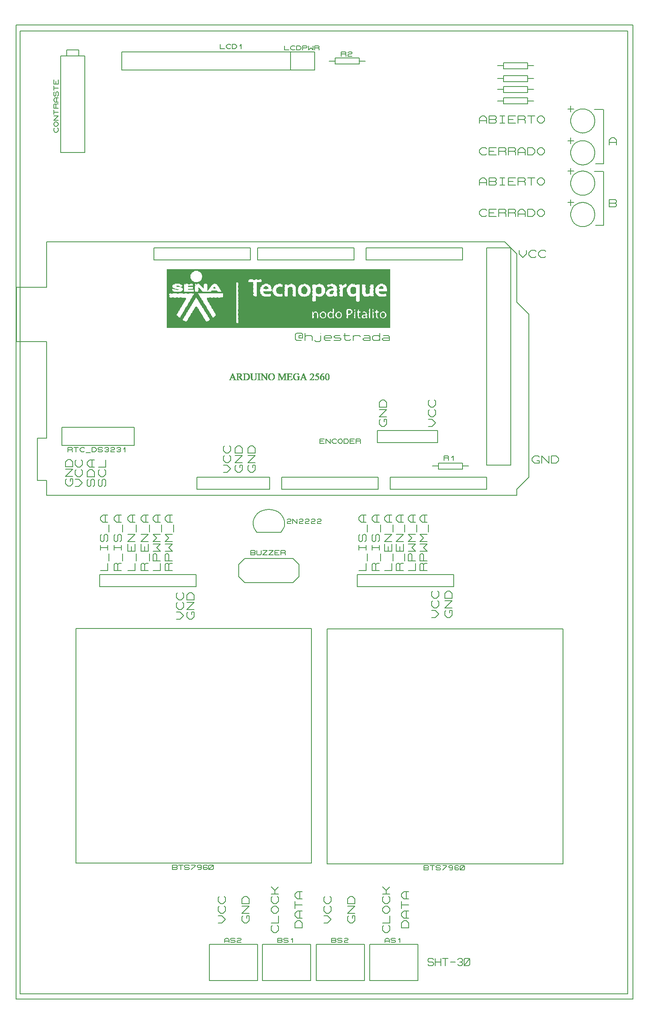
<source format=gbr>
G04 PROTEUS GERBER X2 FILE*
%TF.GenerationSoftware,Labcenter,Proteus,8.11-SP0-Build30052*%
%TF.CreationDate,2022-02-17T19:40:43+00:00*%
%TF.FileFunction,Legend,Top*%
%TF.FilePolarity,Positive*%
%TF.Part,Single*%
%TF.SameCoordinates,{fa563668-36b4-49a2-8e21-0a91219477cd}*%
%FSLAX45Y45*%
%MOMM*%
G01*
%TA.AperFunction,Profile*%
%ADD20C,0.203200*%
%TA.AperFunction,Material*%
%ADD24C,0.203200*%
%ADD25C,0.031750*%
%TA.AperFunction,NonMaterial*%
%ADD26C,0.031750*%
%TD.AperFunction*%
D20*
X-11500000Y-9450000D02*
X+1500000Y-9450000D01*
X+1500000Y+11050000D01*
X-11500000Y+11050000D01*
X-11500000Y-9450000D01*
D24*
X-9735000Y-767000D02*
X-7703000Y-767000D01*
X-7703000Y-513000D01*
X-9735000Y-513000D01*
X-9735000Y-767000D01*
X-4310000Y-767000D02*
X-2278000Y-767000D01*
X-2278000Y-513000D01*
X-4310000Y-513000D01*
X-4310000Y-767000D01*
X-4939700Y-6600300D02*
X+26000Y-6600300D01*
X+26000Y-1660000D01*
X-4939700Y-1660000D01*
X-4939700Y-6600300D01*
X-2901350Y-6732380D02*
X-2901350Y-6640940D01*
X-2821975Y-6640940D01*
X-2806100Y-6656180D01*
X-2806100Y-6671420D01*
X-2821975Y-6686660D01*
X-2806100Y-6701900D01*
X-2806100Y-6717140D01*
X-2821975Y-6732380D01*
X-2901350Y-6732380D01*
X-2901350Y-6686660D02*
X-2821975Y-6686660D01*
X-2774350Y-6640940D02*
X-2679100Y-6640940D01*
X-2726725Y-6640940D02*
X-2726725Y-6732380D01*
X-2647350Y-6717140D02*
X-2631475Y-6732380D01*
X-2567975Y-6732380D01*
X-2552100Y-6717140D01*
X-2552100Y-6701900D01*
X-2567975Y-6686660D01*
X-2631475Y-6686660D01*
X-2647350Y-6671420D01*
X-2647350Y-6656180D01*
X-2631475Y-6640940D01*
X-2567975Y-6640940D01*
X-2552100Y-6656180D01*
X-2504475Y-6640940D02*
X-2425100Y-6640940D01*
X-2425100Y-6656180D01*
X-2504475Y-6732380D01*
X-2298100Y-6671420D02*
X-2313975Y-6686660D01*
X-2361600Y-6686660D01*
X-2377475Y-6671420D01*
X-2377475Y-6656180D01*
X-2361600Y-6640940D01*
X-2313975Y-6640940D01*
X-2298100Y-6656180D01*
X-2298100Y-6717140D01*
X-2313975Y-6732380D01*
X-2361600Y-6732380D01*
X-2171100Y-6656180D02*
X-2186975Y-6640940D01*
X-2234600Y-6640940D01*
X-2250475Y-6656180D01*
X-2250475Y-6717140D01*
X-2234600Y-6732380D01*
X-2186975Y-6732380D01*
X-2171100Y-6717140D01*
X-2171100Y-6701900D01*
X-2186975Y-6686660D01*
X-2250475Y-6686660D01*
X-2139350Y-6717140D02*
X-2139350Y-6656180D01*
X-2123475Y-6640940D01*
X-2059975Y-6640940D01*
X-2044100Y-6656180D01*
X-2044100Y-6717140D01*
X-2059975Y-6732380D01*
X-2123475Y-6732380D01*
X-2139350Y-6717140D01*
X-2139350Y-6732380D02*
X-2044100Y-6640940D01*
X-10239700Y-6590300D02*
X-5274000Y-6590300D01*
X-5274000Y-1650000D01*
X-10239700Y-1650000D01*
X-10239700Y-6590300D01*
X-8201350Y-6722380D02*
X-8201350Y-6630940D01*
X-8121975Y-6630940D01*
X-8106100Y-6646180D01*
X-8106100Y-6661420D01*
X-8121975Y-6676660D01*
X-8106100Y-6691900D01*
X-8106100Y-6707140D01*
X-8121975Y-6722380D01*
X-8201350Y-6722380D01*
X-8201350Y-6676660D02*
X-8121975Y-6676660D01*
X-8074350Y-6630940D02*
X-7979100Y-6630940D01*
X-8026725Y-6630940D02*
X-8026725Y-6722380D01*
X-7947350Y-6707140D02*
X-7931475Y-6722380D01*
X-7867975Y-6722380D01*
X-7852100Y-6707140D01*
X-7852100Y-6691900D01*
X-7867975Y-6676660D01*
X-7931475Y-6676660D01*
X-7947350Y-6661420D01*
X-7947350Y-6646180D01*
X-7931475Y-6630940D01*
X-7867975Y-6630940D01*
X-7852100Y-6646180D01*
X-7804475Y-6630940D02*
X-7725100Y-6630940D01*
X-7725100Y-6646180D01*
X-7804475Y-6722380D01*
X-7598100Y-6661420D02*
X-7613975Y-6676660D01*
X-7661600Y-6676660D01*
X-7677475Y-6661420D01*
X-7677475Y-6646180D01*
X-7661600Y-6630940D01*
X-7613975Y-6630940D01*
X-7598100Y-6646180D01*
X-7598100Y-6707140D01*
X-7613975Y-6722380D01*
X-7661600Y-6722380D01*
X-7471100Y-6646180D02*
X-7486975Y-6630940D01*
X-7534600Y-6630940D01*
X-7550475Y-6646180D01*
X-7550475Y-6707140D01*
X-7534600Y-6722380D01*
X-7486975Y-6722380D01*
X-7471100Y-6707140D01*
X-7471100Y-6691900D01*
X-7486975Y-6676660D01*
X-7550475Y-6676660D01*
X-7439350Y-6707140D02*
X-7439350Y-6646180D01*
X-7423475Y-6630940D01*
X-7359975Y-6630940D01*
X-7344100Y-6646180D01*
X-7344100Y-6707140D01*
X-7359975Y-6722380D01*
X-7423475Y-6722380D01*
X-7439350Y-6707140D01*
X-7439350Y-6722380D02*
X-7344100Y-6630940D01*
X-4044000Y-9061000D02*
X-4044000Y-8299000D01*
X-3028000Y-8299000D02*
X-3028000Y-9061000D01*
X-4044000Y-9061000D02*
X-3028000Y-9061000D01*
X-4044000Y-8299000D02*
X-3028000Y-8299000D01*
X-3726500Y-8258360D02*
X-3726500Y-8197400D01*
X-3694750Y-8166920D01*
X-3663000Y-8166920D01*
X-3631250Y-8197400D01*
X-3631250Y-8258360D01*
X-3726500Y-8227880D02*
X-3631250Y-8227880D01*
X-3599500Y-8243120D02*
X-3583625Y-8258360D01*
X-3520125Y-8258360D01*
X-3504250Y-8243120D01*
X-3504250Y-8227880D01*
X-3520125Y-8212640D01*
X-3583625Y-8212640D01*
X-3599500Y-8197400D01*
X-3599500Y-8182160D01*
X-3583625Y-8166920D01*
X-3520125Y-8166920D01*
X-3504250Y-8182160D01*
X-3440750Y-8197400D02*
X-3409000Y-8166920D01*
X-3409000Y-8258360D01*
X-7424380Y-9061000D02*
X-7424380Y-8299000D01*
X-6408380Y-8299000D02*
X-6408380Y-9061000D01*
X-7424380Y-9061000D02*
X-6408380Y-9061000D01*
X-7424380Y-8299000D02*
X-6408380Y-8299000D01*
X-7106880Y-8258360D02*
X-7106880Y-8197400D01*
X-7075130Y-8166920D01*
X-7043380Y-8166920D01*
X-7011630Y-8197400D01*
X-7011630Y-8258360D01*
X-7106880Y-8227880D02*
X-7011630Y-8227880D01*
X-6979880Y-8243120D02*
X-6964005Y-8258360D01*
X-6900505Y-8258360D01*
X-6884630Y-8243120D01*
X-6884630Y-8227880D01*
X-6900505Y-8212640D01*
X-6964005Y-8212640D01*
X-6979880Y-8197400D01*
X-6979880Y-8182160D01*
X-6964005Y-8166920D01*
X-6900505Y-8166920D01*
X-6884630Y-8182160D01*
X-6837005Y-8182160D02*
X-6821130Y-8166920D01*
X-6773505Y-8166920D01*
X-6757630Y-8182160D01*
X-6757630Y-8197400D01*
X-6773505Y-8212640D01*
X-6821130Y-8212640D01*
X-6837005Y-8227880D01*
X-6837005Y-8258360D01*
X-6757630Y-8258360D01*
X-6304000Y-9061000D02*
X-6304000Y-8299000D01*
X-5288000Y-8299000D02*
X-5288000Y-9061000D01*
X-6304000Y-9061000D02*
X-5288000Y-9061000D01*
X-6304000Y-8299000D02*
X-5288000Y-8299000D01*
X-5986500Y-8258360D02*
X-5986500Y-8166920D01*
X-5907125Y-8166920D01*
X-5891250Y-8182160D01*
X-5891250Y-8197400D01*
X-5907125Y-8212640D01*
X-5891250Y-8227880D01*
X-5891250Y-8243120D01*
X-5907125Y-8258360D01*
X-5986500Y-8258360D01*
X-5986500Y-8212640D02*
X-5907125Y-8212640D01*
X-5859500Y-8243120D02*
X-5843625Y-8258360D01*
X-5780125Y-8258360D01*
X-5764250Y-8243120D01*
X-5764250Y-8227880D01*
X-5780125Y-8212640D01*
X-5843625Y-8212640D01*
X-5859500Y-8197400D01*
X-5859500Y-8182160D01*
X-5843625Y-8166920D01*
X-5780125Y-8166920D01*
X-5764250Y-8182160D01*
X-5700750Y-8197400D02*
X-5669000Y-8166920D01*
X-5669000Y-8258360D01*
X-5169000Y-9061000D02*
X-5169000Y-8299000D01*
X-4153000Y-8299000D02*
X-4153000Y-9061000D01*
X-5169000Y-9061000D02*
X-4153000Y-9061000D01*
X-5169000Y-8299000D02*
X-4153000Y-8299000D01*
X-4851500Y-8258360D02*
X-4851500Y-8166920D01*
X-4772125Y-8166920D01*
X-4756250Y-8182160D01*
X-4756250Y-8197400D01*
X-4772125Y-8212640D01*
X-4756250Y-8227880D01*
X-4756250Y-8243120D01*
X-4772125Y-8258360D01*
X-4851500Y-8258360D01*
X-4851500Y-8212640D02*
X-4772125Y-8212640D01*
X-4724500Y-8243120D02*
X-4708625Y-8258360D01*
X-4645125Y-8258360D01*
X-4629250Y-8243120D01*
X-4629250Y-8227880D01*
X-4645125Y-8212640D01*
X-4708625Y-8212640D01*
X-4724500Y-8197400D01*
X-4724500Y-8182160D01*
X-4708625Y-8166920D01*
X-4645125Y-8166920D01*
X-4629250Y-8182160D01*
X-4581625Y-8182160D02*
X-4565750Y-8166920D01*
X-4518125Y-8166920D01*
X-4502250Y-8182160D01*
X-4502250Y-8197400D01*
X-4518125Y-8212640D01*
X-4565750Y-8212640D01*
X-4581625Y-8227880D01*
X-4581625Y-8258360D01*
X-4502250Y-8258360D01*
X-9269000Y+10099500D02*
X-5717000Y+10099500D01*
X-5717000Y+10480500D01*
X-9269000Y+10480500D01*
X-9269000Y+10099500D01*
X-7197000Y+10642580D02*
X-7197000Y+10551140D01*
X-7101750Y+10551140D01*
X-6974750Y+10566380D02*
X-6990625Y+10551140D01*
X-7038250Y+10551140D01*
X-7070000Y+10581620D01*
X-7070000Y+10612100D01*
X-7038250Y+10642580D01*
X-6990625Y+10642580D01*
X-6974750Y+10627340D01*
X-6943000Y+10551140D02*
X-6943000Y+10642580D01*
X-6879500Y+10642580D01*
X-6847750Y+10612100D01*
X-6847750Y+10581620D01*
X-6879500Y+10551140D01*
X-6943000Y+10551140D01*
X-6784250Y+10612100D02*
X-6752500Y+10642580D01*
X-6752500Y+10551140D01*
X-5716000Y+10100000D02*
X-5206000Y+10100000D01*
X-5206000Y+10480000D01*
X-5716000Y+10480000D01*
X-5716000Y+10100000D01*
X-5842000Y+10612080D02*
X-5842000Y+10520640D01*
X-5746750Y+10520640D01*
X-5619750Y+10535880D02*
X-5635625Y+10520640D01*
X-5683250Y+10520640D01*
X-5715000Y+10551120D01*
X-5715000Y+10581600D01*
X-5683250Y+10612080D01*
X-5635625Y+10612080D01*
X-5619750Y+10596840D01*
X-5588000Y+10520640D02*
X-5588000Y+10612080D01*
X-5524500Y+10612080D01*
X-5492750Y+10581600D01*
X-5492750Y+10551120D01*
X-5524500Y+10520640D01*
X-5588000Y+10520640D01*
X-5461000Y+10520640D02*
X-5461000Y+10612080D01*
X-5381625Y+10612080D01*
X-5365750Y+10596840D01*
X-5365750Y+10581600D01*
X-5381625Y+10566360D01*
X-5461000Y+10566360D01*
X-5334000Y+10612080D02*
X-5334000Y+10520640D01*
X-5286375Y+10566360D01*
X-5238750Y+10520640D01*
X-5238750Y+10612080D01*
X-5207000Y+10520640D02*
X-5207000Y+10612080D01*
X-5127625Y+10612080D01*
X-5111750Y+10596840D01*
X-5111750Y+10581600D01*
X-5127625Y+10566360D01*
X-5207000Y+10566360D01*
X-5127625Y+10566360D02*
X-5111750Y+10551120D01*
X-5111750Y+10520640D01*
X-3885000Y+2261250D02*
X-2615000Y+2261250D01*
X-2615000Y+2515250D01*
X-3885000Y+2515250D01*
X-3885000Y+2261250D01*
X-4999250Y+2245890D02*
X-5094500Y+2245890D01*
X-5094500Y+2337330D01*
X-4999250Y+2337330D01*
X-5094500Y+2291610D02*
X-5031000Y+2291610D01*
X-4967500Y+2245890D02*
X-4967500Y+2337330D01*
X-4872250Y+2245890D01*
X-4872250Y+2337330D01*
X-4745250Y+2261130D02*
X-4761125Y+2245890D01*
X-4808750Y+2245890D01*
X-4840500Y+2276370D01*
X-4840500Y+2306850D01*
X-4808750Y+2337330D01*
X-4761125Y+2337330D01*
X-4745250Y+2322090D01*
X-4713500Y+2306850D02*
X-4681750Y+2337330D01*
X-4650000Y+2337330D01*
X-4618250Y+2306850D01*
X-4618250Y+2276370D01*
X-4650000Y+2245890D01*
X-4681750Y+2245890D01*
X-4713500Y+2276370D01*
X-4713500Y+2306850D01*
X-4586500Y+2245890D02*
X-4586500Y+2337330D01*
X-4523000Y+2337330D01*
X-4491250Y+2306850D01*
X-4491250Y+2276370D01*
X-4523000Y+2245890D01*
X-4586500Y+2245890D01*
X-4364250Y+2245890D02*
X-4459500Y+2245890D01*
X-4459500Y+2337330D01*
X-4364250Y+2337330D01*
X-4459500Y+2291610D02*
X-4396000Y+2291610D01*
X-4332500Y+2245890D02*
X-4332500Y+2337330D01*
X-4253125Y+2337330D01*
X-4237250Y+2322090D01*
X-4237250Y+2306850D01*
X-4253125Y+2291610D01*
X-4332500Y+2291610D01*
X-4253125Y+2291610D02*
X-4237250Y+2276370D01*
X-4237250Y+2245890D01*
X-6679000Y-176000D02*
X-5663000Y-176000D01*
X-5536000Y-303000D01*
X-5536000Y-557000D01*
X-5663000Y-684000D01*
X-6679000Y-684000D01*
X-6806000Y-557000D01*
X-6806000Y-303000D01*
X-6679000Y-176000D01*
X-6556000Y-102360D02*
X-6556000Y-10920D01*
X-6476625Y-10920D01*
X-6460750Y-26160D01*
X-6460750Y-41400D01*
X-6476625Y-56640D01*
X-6460750Y-71880D01*
X-6460750Y-87120D01*
X-6476625Y-102360D01*
X-6556000Y-102360D01*
X-6556000Y-56640D02*
X-6476625Y-56640D01*
X-6429000Y-10920D02*
X-6429000Y-87120D01*
X-6413125Y-102360D01*
X-6349625Y-102360D01*
X-6333750Y-87120D01*
X-6333750Y-10920D01*
X-6302000Y-10920D02*
X-6206750Y-10920D01*
X-6302000Y-102360D01*
X-6206750Y-102360D01*
X-6175000Y-10920D02*
X-6079750Y-10920D01*
X-6175000Y-102360D01*
X-6079750Y-102360D01*
X-5952750Y-102360D02*
X-6048000Y-102360D01*
X-6048000Y-10920D01*
X-5952750Y-10920D01*
X-6048000Y-56640D02*
X-5984500Y-56640D01*
X-5921000Y-102360D02*
X-5921000Y-10920D01*
X-5841625Y-10920D01*
X-5825750Y-26160D01*
X-5825750Y-41400D01*
X-5841625Y-56640D01*
X-5921000Y-56640D01*
X-5841625Y-56640D02*
X-5825750Y-71880D01*
X-5825750Y-102360D01*
X-10557000Y+8369000D02*
X-10049000Y+8369000D01*
X-10049000Y+10401000D01*
X-10557000Y+10401000D01*
X-10557000Y+8369000D01*
X-10430000Y+10401000D02*
X-10176000Y+10401000D01*
X-10176000Y+10528000D01*
X-10430000Y+10528000D01*
X-10430000Y+10401000D01*
X-10627004Y+8882250D02*
X-10611764Y+8866375D01*
X-10611764Y+8818750D01*
X-10642244Y+8787000D01*
X-10672724Y+8787000D01*
X-10703204Y+8818750D01*
X-10703204Y+8866375D01*
X-10687964Y+8882250D01*
X-10672724Y+8914000D02*
X-10703204Y+8945750D01*
X-10703204Y+8977500D01*
X-10672724Y+9009250D01*
X-10642244Y+9009250D01*
X-10611764Y+8977500D01*
X-10611764Y+8945750D01*
X-10642244Y+8914000D01*
X-10672724Y+8914000D01*
X-10611764Y+9041000D02*
X-10703204Y+9041000D01*
X-10611764Y+9136250D01*
X-10703204Y+9136250D01*
X-10703204Y+9168000D02*
X-10703204Y+9263250D01*
X-10703204Y+9215625D02*
X-10611764Y+9215625D01*
X-10611764Y+9295000D02*
X-10703204Y+9295000D01*
X-10703204Y+9374375D01*
X-10687964Y+9390250D01*
X-10672724Y+9390250D01*
X-10657484Y+9374375D01*
X-10657484Y+9295000D01*
X-10657484Y+9374375D02*
X-10642244Y+9390250D01*
X-10611764Y+9390250D01*
X-10611764Y+9422000D02*
X-10672724Y+9422000D01*
X-10703204Y+9453750D01*
X-10703204Y+9485500D01*
X-10672724Y+9517250D01*
X-10611764Y+9517250D01*
X-10642244Y+9422000D02*
X-10642244Y+9517250D01*
X-10627004Y+9549000D02*
X-10611764Y+9564875D01*
X-10611764Y+9628375D01*
X-10627004Y+9644250D01*
X-10642244Y+9644250D01*
X-10657484Y+9628375D01*
X-10657484Y+9564875D01*
X-10672724Y+9549000D01*
X-10687964Y+9549000D01*
X-10703204Y+9564875D01*
X-10703204Y+9628375D01*
X-10687964Y+9644250D01*
X-10703204Y+9676000D02*
X-10703204Y+9771250D01*
X-10703204Y+9723625D02*
X-10611764Y+9723625D01*
X-10611764Y+9898250D02*
X-10611764Y+9803000D01*
X-10703204Y+9803000D01*
X-10703204Y+9898250D01*
X-10657484Y+9803000D02*
X-10657484Y+9866500D01*
X-6425000Y+374900D02*
X-5917000Y+374900D01*
X-6501200Y+540000D02*
X-6496438Y+501702D01*
X-6482150Y+462212D01*
X-6458338Y+420342D01*
X-6425000Y+374900D01*
X-6501200Y+540000D02*
X-6498569Y+604918D01*
X-6482088Y+664953D01*
X-6453161Y+718942D01*
X-6413193Y+765722D01*
X-6363588Y+804131D01*
X-6305751Y+833005D01*
X-6241087Y+851183D01*
X-6171000Y+857500D01*
X-5840800Y+540000D02*
X-5845562Y+501702D01*
X-5859850Y+462212D01*
X-5883662Y+420342D01*
X-5917000Y+374900D01*
X-5840800Y+540000D02*
X-5843431Y+604918D01*
X-5859912Y+664953D01*
X-5888839Y+718942D01*
X-5928807Y+765722D01*
X-5978412Y+804131D01*
X-6036249Y+833005D01*
X-6100913Y+851183D01*
X-6171000Y+857500D01*
X-5786125Y+635240D02*
X-5770250Y+650480D01*
X-5722625Y+650480D01*
X-5706750Y+635240D01*
X-5706750Y+620000D01*
X-5722625Y+604760D01*
X-5770250Y+604760D01*
X-5786125Y+589520D01*
X-5786125Y+559040D01*
X-5706750Y+559040D01*
X-5675000Y+559040D02*
X-5675000Y+650480D01*
X-5579750Y+559040D01*
X-5579750Y+650480D01*
X-5532125Y+635240D02*
X-5516250Y+650480D01*
X-5468625Y+650480D01*
X-5452750Y+635240D01*
X-5452750Y+620000D01*
X-5468625Y+604760D01*
X-5516250Y+604760D01*
X-5532125Y+589520D01*
X-5532125Y+559040D01*
X-5452750Y+559040D01*
X-5405125Y+635240D02*
X-5389250Y+650480D01*
X-5341625Y+650480D01*
X-5325750Y+635240D01*
X-5325750Y+620000D01*
X-5341625Y+604760D01*
X-5389250Y+604760D01*
X-5405125Y+589520D01*
X-5405125Y+559040D01*
X-5325750Y+559040D01*
X-5278125Y+635240D02*
X-5262250Y+650480D01*
X-5214625Y+650480D01*
X-5198750Y+635240D01*
X-5198750Y+620000D01*
X-5214625Y+604760D01*
X-5262250Y+604760D01*
X-5278125Y+589520D01*
X-5278125Y+559040D01*
X-5198750Y+559040D01*
X-5151125Y+635240D02*
X-5135250Y+650480D01*
X-5087625Y+650480D01*
X-5071750Y+635240D01*
X-5071750Y+620000D01*
X-5087625Y+604760D01*
X-5135250Y+604760D01*
X-5151125Y+589520D01*
X-5151125Y+559040D01*
X-5071750Y+559040D01*
X-1967000Y+1770000D02*
X-2094000Y+1770000D01*
X-2602000Y+1706500D02*
X-2094000Y+1706500D01*
X-2094000Y+1833500D01*
X-2602000Y+1833500D01*
X-2602000Y+1706500D01*
X-2602000Y+1770000D02*
X-2729000Y+1770000D01*
X-2480000Y+1889420D02*
X-2480000Y+1980860D01*
X-2400625Y+1980860D01*
X-2384750Y+1965620D01*
X-2384750Y+1950380D01*
X-2400625Y+1935140D01*
X-2480000Y+1935140D01*
X-2400625Y+1935140D02*
X-2384750Y+1919900D01*
X-2384750Y+1889420D01*
X-2321250Y+1950380D02*
X-2289500Y+1980860D01*
X-2289500Y+1889420D01*
X-5483000Y+4410800D02*
X-5584600Y+4410800D01*
X-5610000Y+4436200D01*
X-5610000Y+4537800D01*
X-5584600Y+4563200D01*
X-5483000Y+4563200D01*
X-5457600Y+4537800D01*
X-5457600Y+4461600D01*
X-5533800Y+4461600D01*
X-5533800Y+4512400D01*
X-5483000Y+4512400D01*
X-5254400Y+4410800D02*
X-5254400Y+4487000D01*
X-5279800Y+4512400D01*
X-5381400Y+4512400D01*
X-5406800Y+4487000D01*
X-5406800Y+4563200D02*
X-5406800Y+4410800D01*
X-5203600Y+4410800D02*
X-5178200Y+4385400D01*
X-5102000Y+4385400D01*
X-5076600Y+4410800D01*
X-5076600Y+4512400D01*
X-5076600Y+4563200D02*
X-5076600Y+4563200D01*
X-5000400Y+4461600D02*
X-4848000Y+4461600D01*
X-4848000Y+4487000D01*
X-4873400Y+4512400D01*
X-4975000Y+4512400D01*
X-5000400Y+4487000D01*
X-5000400Y+4436200D01*
X-4975000Y+4410800D01*
X-4873400Y+4410800D01*
X-4670200Y+4512400D02*
X-4771800Y+4512400D01*
X-4797200Y+4487000D01*
X-4771800Y+4461600D01*
X-4670200Y+4461600D01*
X-4644800Y+4436200D01*
X-4670200Y+4410800D01*
X-4797200Y+4410800D01*
X-4568600Y+4563200D02*
X-4568600Y+4436200D01*
X-4543200Y+4410800D01*
X-4467000Y+4410800D01*
X-4441600Y+4436200D01*
X-4594000Y+4512400D02*
X-4467000Y+4512400D01*
X-4390800Y+4410800D02*
X-4390800Y+4512400D01*
X-4390800Y+4487000D02*
X-4365400Y+4512400D01*
X-4263800Y+4512400D01*
X-4238400Y+4487000D01*
X-4162200Y+4512400D02*
X-4060600Y+4512400D01*
X-4035200Y+4487000D01*
X-4035200Y+4410800D01*
X-4162200Y+4410800D01*
X-4187600Y+4436200D01*
X-4162200Y+4461600D01*
X-4035200Y+4461600D01*
X-3832000Y+4487000D02*
X-3857400Y+4512400D01*
X-3959000Y+4512400D01*
X-3984400Y+4487000D01*
X-3984400Y+4436200D01*
X-3959000Y+4410800D01*
X-3857400Y+4410800D01*
X-3832000Y+4436200D01*
X-3832000Y+4410800D02*
X-3832000Y+4563200D01*
X-3755800Y+4512400D02*
X-3654200Y+4512400D01*
X-3628800Y+4487000D01*
X-3628800Y+4410800D01*
X-3755800Y+4410800D01*
X-3781200Y+4436200D01*
X-3755800Y+4461600D01*
X-3628800Y+4461600D01*
X-4899000Y+10288151D02*
X-4772000Y+10288151D01*
X-4772000Y+10224651D02*
X-4264000Y+10224651D01*
X-4264000Y+10351651D01*
X-4772000Y+10351651D01*
X-4772000Y+10224651D01*
X-4264000Y+10288151D02*
X-4137000Y+10288151D01*
X-4645000Y+10392291D02*
X-4645000Y+10483731D01*
X-4565625Y+10483731D01*
X-4549750Y+10468491D01*
X-4549750Y+10453251D01*
X-4565625Y+10438011D01*
X-4645000Y+10438011D01*
X-4565625Y+10438011D02*
X-4549750Y+10422771D01*
X-4549750Y+10392291D01*
X-4502125Y+10468491D02*
X-4486250Y+10483731D01*
X-4438625Y+10483731D01*
X-4422750Y+10468491D01*
X-4422750Y+10453251D01*
X-4438625Y+10438011D01*
X-4486250Y+10438011D01*
X-4502125Y+10422771D01*
X-4502125Y+10392291D01*
X-4422750Y+10392291D01*
X-10856000Y+1150000D02*
X-950000Y+1150000D01*
X-696000Y+1531000D02*
X-696000Y+4960000D01*
X-950000Y+1150000D02*
X-950000Y+1277000D01*
X-696000Y+1531000D01*
X-1204000Y+6484000D02*
X-10856000Y+6484000D01*
X-696000Y+4960000D02*
X-950000Y+5214000D01*
X-950000Y+6230000D01*
X-1204000Y+6484000D01*
X-10856000Y+5531500D02*
X-10856000Y+6484000D01*
X-10856000Y+1467500D02*
X-11046500Y+1467500D01*
X-11046500Y+2356500D01*
X-10856000Y+2356500D02*
X-11046500Y+2356500D01*
X-10856000Y+1467500D02*
X-10856000Y+1150000D01*
X-10856000Y+4388500D02*
X-11491000Y+4388500D01*
X-11491000Y+5531500D01*
X-10856000Y+5531500D02*
X-11491000Y+5531500D01*
X-10856000Y+2356500D02*
X-10856000Y+4388500D01*
D25*
X-6512640Y+3578230D02*
X-6479620Y+3578230D01*
X-6223080Y+3578230D02*
X-6218000Y+3578230D01*
X-6134180Y+3578230D02*
X-6106240Y+3578230D01*
X-5605860Y+3578230D02*
X-5570300Y+3578230D01*
X-5186760Y+3578230D02*
X-5163900Y+3578230D01*
X-5062300Y+3578230D02*
X-5039440Y+3578230D01*
X-4953080Y+3578230D02*
X-4937840Y+3578230D01*
X-7013020Y+3580770D02*
X-6967300Y+3580770D01*
X-6921580Y+3580770D02*
X-6865700Y+3580770D01*
X-6860620Y+3580770D02*
X-6799660Y+3580770D01*
X-6759020Y+3580770D02*
X-6639640Y+3580770D01*
X-6522800Y+3580770D02*
X-6472000Y+3580770D01*
X-6413580Y+3580770D02*
X-6352620Y+3580770D01*
X-6342460Y+3580770D02*
X-6291660Y+3580770D01*
X-6225620Y+3580770D02*
X-6218000Y+3580770D01*
X-6141800Y+3580770D02*
X-6096080Y+3580770D01*
X-5986860Y+3580770D02*
X-5936060Y+3580770D01*
X-5903040Y+3580770D02*
X-5900500Y+3580770D01*
X-5864940Y+3580770D02*
X-5803980Y+3580770D01*
X-5798900Y+3580770D02*
X-5689680Y+3580770D01*
X-5616020Y+3580770D02*
X-5560140Y+3580770D01*
X-5519500Y+3580770D02*
X-5473780Y+3580770D01*
X-5428060Y+3580770D02*
X-5372180Y+3580770D01*
X-5313760Y+3580770D02*
X-5229940Y+3580770D01*
X-5194380Y+3580770D02*
X-5156280Y+3580770D01*
X-5067380Y+3580770D02*
X-5034360Y+3580770D01*
X-4960700Y+3580770D02*
X-4930220Y+3580770D01*
X-7007940Y+3583310D02*
X-6974920Y+3583310D01*
X-6911420Y+3583310D02*
X-6870780Y+3583310D01*
X-6847920Y+3583310D02*
X-6812360Y+3583310D01*
X-6761560Y+3583310D02*
X-6726000Y+3583310D01*
X-6708220Y+3583310D02*
X-6626940Y+3583310D01*
X-6527880Y+3583310D02*
X-6464380Y+3583310D01*
X-6400880Y+3583310D02*
X-6365320Y+3583310D01*
X-6329760Y+3583310D02*
X-6304360Y+3583310D01*
X-6228160Y+3583310D02*
X-6218000Y+3583310D01*
X-6149420Y+3583310D02*
X-6091000Y+3583310D01*
X-5974160Y+3583310D02*
X-5948760Y+3583310D01*
X-5905580Y+3583310D02*
X-5897960Y+3583310D01*
X-5852240Y+3583310D02*
X-5816680Y+3583310D01*
X-5786200Y+3583310D02*
X-5687140Y+3583310D01*
X-5623640Y+3583310D02*
X-5552520Y+3583310D01*
X-5514420Y+3583310D02*
X-5481400Y+3583310D01*
X-5417900Y+3583310D02*
X-5377260Y+3583310D01*
X-5313760Y+3583310D02*
X-5227400Y+3583310D01*
X-5196920Y+3583310D02*
X-5151200Y+3583310D01*
X-5072460Y+3583310D02*
X-5029280Y+3583310D01*
X-4963240Y+3583310D02*
X-4925140Y+3583310D01*
X-7000320Y+3585850D02*
X-6980000Y+3585850D01*
X-6908880Y+3585850D02*
X-6875860Y+3585850D01*
X-6845380Y+3585850D02*
X-6814900Y+3585850D01*
X-6761560Y+3585850D02*
X-6733620Y+3585850D01*
X-6705680Y+3585850D02*
X-6619320Y+3585850D01*
X-6532960Y+3585850D02*
X-6505020Y+3585850D01*
X-6482160Y+3585850D02*
X-6461840Y+3585850D01*
X-6398340Y+3585850D02*
X-6367860Y+3585850D01*
X-6327220Y+3585850D02*
X-6306900Y+3585850D01*
X-6228160Y+3585850D02*
X-6218000Y+3585850D01*
X-6154500Y+3585850D02*
X-6129100Y+3585850D01*
X-6108780Y+3585850D02*
X-6085920Y+3585850D01*
X-5971620Y+3585850D02*
X-5953840Y+3585850D01*
X-5905580Y+3585850D02*
X-5897960Y+3585850D01*
X-5849700Y+3585850D02*
X-5819220Y+3585850D01*
X-5783660Y+3585850D02*
X-5687140Y+3585850D01*
X-5628720Y+3585850D02*
X-5598240Y+3585850D01*
X-5575380Y+3585850D02*
X-5544900Y+3585850D01*
X-5506800Y+3585850D02*
X-5486480Y+3585850D01*
X-5415360Y+3585850D02*
X-5382340Y+3585850D01*
X-5311220Y+3585850D02*
X-5227400Y+3585850D01*
X-5196920Y+3585850D02*
X-5146120Y+3585850D01*
X-5075000Y+3585850D02*
X-5054680Y+3585850D01*
X-5041980Y+3585850D02*
X-5024200Y+3585850D01*
X-4965780Y+3585850D02*
X-4950540Y+3585850D01*
X-4937840Y+3585850D02*
X-4922600Y+3585850D01*
X-7000320Y+3588390D02*
X-6982540Y+3588390D01*
X-6906340Y+3588390D02*
X-6878400Y+3588390D01*
X-6842840Y+3588390D02*
X-6817440Y+3588390D01*
X-6764100Y+3588390D02*
X-6738700Y+3588390D01*
X-6703140Y+3588390D02*
X-6672660Y+3588390D01*
X-6644720Y+3588390D02*
X-6614240Y+3588390D01*
X-6535500Y+3588390D02*
X-6512640Y+3588390D01*
X-6474540Y+3588390D02*
X-6456760Y+3588390D01*
X-6395800Y+3588390D02*
X-6370400Y+3588390D01*
X-6324680Y+3588390D02*
X-6309440Y+3588390D01*
X-6230700Y+3588390D02*
X-6218000Y+3588390D01*
X-6157040Y+3588390D02*
X-6136720Y+3588390D01*
X-6101160Y+3588390D02*
X-6080840Y+3588390D01*
X-5969080Y+3588390D02*
X-5953840Y+3588390D01*
X-5908120Y+3588390D02*
X-5895420Y+3588390D01*
X-5847160Y+3588390D02*
X-5821760Y+3588390D01*
X-5781120Y+3588390D02*
X-5755720Y+3588390D01*
X-5707460Y+3588390D02*
X-5687140Y+3588390D01*
X-5633800Y+3588390D02*
X-5605860Y+3588390D01*
X-5567760Y+3588390D02*
X-5539820Y+3588390D01*
X-5506800Y+3588390D02*
X-5489020Y+3588390D01*
X-5412820Y+3588390D02*
X-5384880Y+3588390D01*
X-5308680Y+3588390D02*
X-5227400Y+3588390D01*
X-5199460Y+3588390D02*
X-5171520Y+3588390D01*
X-5156280Y+3588390D02*
X-5141040Y+3588390D01*
X-5077540Y+3588390D02*
X-5059760Y+3588390D01*
X-5036900Y+3588390D02*
X-5021660Y+3588390D01*
X-4968320Y+3588390D02*
X-4955620Y+3588390D01*
X-4935300Y+3588390D02*
X-4920060Y+3588390D01*
X-6997780Y+3590930D02*
X-6982540Y+3590930D01*
X-6906340Y+3590930D02*
X-6880940Y+3590930D01*
X-6840300Y+3590930D02*
X-6819980Y+3590930D01*
X-6766640Y+3590930D02*
X-6741240Y+3590930D01*
X-6700600Y+3590930D02*
X-6680280Y+3590930D01*
X-6637100Y+3590930D02*
X-6609160Y+3590930D01*
X-6538040Y+3590930D02*
X-6517720Y+3590930D01*
X-6469460Y+3590930D02*
X-6454220Y+3590930D01*
X-6393260Y+3590930D02*
X-6372940Y+3590930D01*
X-6322140Y+3590930D02*
X-6311980Y+3590930D01*
X-6233240Y+3590930D02*
X-6218000Y+3590930D01*
X-6159580Y+3590930D02*
X-6141800Y+3590930D01*
X-6096080Y+3590930D02*
X-6078300Y+3590930D01*
X-5966540Y+3590930D02*
X-5956380Y+3590930D01*
X-5908120Y+3590930D02*
X-5895420Y+3590930D01*
X-5844620Y+3590930D02*
X-5824300Y+3590930D01*
X-5778580Y+3590930D02*
X-5758260Y+3590930D01*
X-5699840Y+3590930D02*
X-5684600Y+3590930D01*
X-5636340Y+3590930D02*
X-5610940Y+3590930D01*
X-5562680Y+3590930D02*
X-5539820Y+3590930D01*
X-5504260Y+3590930D02*
X-5489020Y+3590930D01*
X-5412820Y+3590930D02*
X-5387420Y+3590930D01*
X-5306140Y+3590930D02*
X-5224860Y+3590930D01*
X-5199460Y+3590930D02*
X-5176600Y+3590930D01*
X-5148660Y+3590930D02*
X-5138500Y+3590930D01*
X-5080080Y+3590930D02*
X-5062300Y+3590930D01*
X-5034360Y+3590930D02*
X-5019120Y+3590930D01*
X-4970860Y+3590930D02*
X-4955620Y+3590930D01*
X-4932760Y+3590930D02*
X-4917520Y+3590930D01*
X-6995240Y+3593470D02*
X-6982540Y+3593470D01*
X-6906340Y+3593470D02*
X-6883480Y+3593470D01*
X-6840300Y+3593470D02*
X-6819980Y+3593470D01*
X-6766640Y+3593470D02*
X-6743780Y+3593470D01*
X-6700600Y+3593470D02*
X-6680280Y+3593470D01*
X-6632020Y+3593470D02*
X-6606620Y+3593470D01*
X-6540580Y+3593470D02*
X-6520260Y+3593470D01*
X-6466920Y+3593470D02*
X-6451680Y+3593470D01*
X-6393260Y+3593470D02*
X-6372940Y+3593470D01*
X-6322140Y+3593470D02*
X-6311980Y+3593470D01*
X-6235780Y+3593470D02*
X-6218000Y+3593470D01*
X-6164660Y+3593470D02*
X-6144340Y+3593470D01*
X-6093540Y+3593470D02*
X-6075760Y+3593470D01*
X-5966540Y+3593470D02*
X-5956380Y+3593470D01*
X-5908120Y+3593470D02*
X-5892880Y+3593470D01*
X-5844620Y+3593470D02*
X-5824300Y+3593470D01*
X-5778580Y+3593470D02*
X-5758260Y+3593470D01*
X-5697300Y+3593470D02*
X-5684600Y+3593470D01*
X-5638880Y+3593470D02*
X-5616020Y+3593470D01*
X-5560140Y+3593470D02*
X-5539820Y+3593470D01*
X-5501720Y+3593470D02*
X-5489020Y+3593470D01*
X-5412820Y+3593470D02*
X-5389960Y+3593470D01*
X-5301060Y+3593470D02*
X-5224860Y+3593470D01*
X-5199460Y+3593470D02*
X-5179140Y+3593470D01*
X-5146120Y+3593470D02*
X-5135960Y+3593470D01*
X-5082620Y+3593470D02*
X-5064840Y+3593470D01*
X-5031820Y+3593470D02*
X-5019120Y+3593470D01*
X-4973400Y+3593470D02*
X-4958160Y+3593470D01*
X-4930220Y+3593470D02*
X-4914980Y+3593470D01*
X-6995240Y+3596010D02*
X-6982540Y+3596010D01*
X-6906340Y+3596010D02*
X-6883480Y+3596010D01*
X-6840300Y+3596010D02*
X-6819980Y+3596010D01*
X-6769180Y+3596010D02*
X-6746320Y+3596010D01*
X-6700600Y+3596010D02*
X-6680280Y+3596010D01*
X-6626940Y+3596010D02*
X-6601540Y+3596010D01*
X-6543120Y+3596010D02*
X-6522800Y+3596010D01*
X-6461840Y+3596010D02*
X-6451680Y+3596010D01*
X-6393260Y+3596010D02*
X-6372940Y+3596010D01*
X-6322140Y+3596010D02*
X-6311980Y+3596010D01*
X-6238320Y+3596010D02*
X-6218000Y+3596010D01*
X-6167200Y+3596010D02*
X-6146880Y+3596010D01*
X-6091000Y+3596010D02*
X-6073220Y+3596010D01*
X-5966540Y+3596010D02*
X-5956380Y+3596010D01*
X-5910660Y+3596010D02*
X-5892880Y+3596010D01*
X-5844620Y+3596010D02*
X-5824300Y+3596010D01*
X-5778580Y+3596010D02*
X-5758260Y+3596010D01*
X-5694760Y+3596010D02*
X-5684600Y+3596010D01*
X-5641420Y+3596010D02*
X-5618560Y+3596010D01*
X-5560140Y+3596010D02*
X-5539820Y+3596010D01*
X-5501720Y+3596010D02*
X-5489020Y+3596010D01*
X-5412820Y+3596010D02*
X-5389960Y+3596010D01*
X-5298520Y+3596010D02*
X-5290900Y+3596010D01*
X-5237560Y+3596010D02*
X-5222320Y+3596010D01*
X-5196920Y+3596010D02*
X-5184220Y+3596010D01*
X-5143580Y+3596010D02*
X-5133420Y+3596010D01*
X-5085160Y+3596010D02*
X-5067380Y+3596010D01*
X-5031820Y+3596010D02*
X-5016580Y+3596010D01*
X-4975940Y+3596010D02*
X-4960700Y+3596010D01*
X-4927680Y+3596010D02*
X-4912440Y+3596010D01*
X-6992700Y+3598550D02*
X-6982540Y+3598550D01*
X-6908880Y+3598550D02*
X-6886020Y+3598550D01*
X-6840300Y+3598550D02*
X-6819980Y+3598550D01*
X-6771720Y+3598550D02*
X-6746320Y+3598550D01*
X-6700600Y+3598550D02*
X-6680280Y+3598550D01*
X-6624400Y+3598550D02*
X-6599000Y+3598550D01*
X-6543120Y+3598550D02*
X-6522800Y+3598550D01*
X-6459300Y+3598550D02*
X-6449140Y+3598550D01*
X-6393260Y+3598550D02*
X-6372940Y+3598550D01*
X-6322140Y+3598550D02*
X-6311980Y+3598550D01*
X-6240860Y+3598550D02*
X-6218000Y+3598550D01*
X-6169740Y+3598550D02*
X-6149420Y+3598550D01*
X-6088460Y+3598550D02*
X-6070680Y+3598550D01*
X-5966540Y+3598550D02*
X-5956380Y+3598550D01*
X-5910660Y+3598550D02*
X-5890340Y+3598550D01*
X-5844620Y+3598550D02*
X-5824300Y+3598550D01*
X-5778580Y+3598550D02*
X-5758260Y+3598550D01*
X-5692220Y+3598550D02*
X-5682060Y+3598550D01*
X-5643960Y+3598550D02*
X-5621100Y+3598550D01*
X-5560140Y+3598550D02*
X-5539820Y+3598550D01*
X-5499180Y+3598550D02*
X-5489020Y+3598550D01*
X-5415360Y+3598550D02*
X-5392500Y+3598550D01*
X-5295980Y+3598550D02*
X-5288360Y+3598550D01*
X-5232480Y+3598550D02*
X-5222320Y+3598550D01*
X-5141040Y+3598550D02*
X-5130880Y+3598550D01*
X-5085160Y+3598550D02*
X-5067380Y+3598550D01*
X-5029280Y+3598550D02*
X-5014040Y+3598550D01*
X-4975940Y+3598550D02*
X-4960700Y+3598550D01*
X-4927680Y+3598550D02*
X-4912440Y+3598550D01*
X-6992700Y+3601090D02*
X-6980000Y+3601090D01*
X-6908880Y+3601090D02*
X-6886020Y+3601090D01*
X-6840300Y+3601090D02*
X-6819980Y+3601090D01*
X-6774260Y+3601090D02*
X-6748860Y+3601090D01*
X-6700600Y+3601090D02*
X-6680280Y+3601090D01*
X-6619320Y+3601090D02*
X-6596460Y+3601090D01*
X-6545660Y+3601090D02*
X-6525340Y+3601090D01*
X-6459300Y+3601090D02*
X-6446600Y+3601090D01*
X-6393260Y+3601090D02*
X-6372940Y+3601090D01*
X-6322140Y+3601090D02*
X-6311980Y+3601090D01*
X-6240860Y+3601090D02*
X-6218000Y+3601090D01*
X-6172280Y+3601090D02*
X-6151960Y+3601090D01*
X-6085920Y+3601090D02*
X-6068140Y+3601090D01*
X-5966540Y+3601090D02*
X-5956380Y+3601090D01*
X-5913200Y+3601090D02*
X-5890340Y+3601090D01*
X-5844620Y+3601090D02*
X-5824300Y+3601090D01*
X-5778580Y+3601090D02*
X-5758260Y+3601090D01*
X-5689680Y+3601090D02*
X-5682060Y+3601090D01*
X-5646500Y+3601090D02*
X-5623640Y+3601090D01*
X-5560140Y+3601090D02*
X-5539820Y+3601090D01*
X-5499180Y+3601090D02*
X-5486480Y+3601090D01*
X-5415360Y+3601090D02*
X-5392500Y+3601090D01*
X-5293440Y+3601090D02*
X-5285820Y+3601090D01*
X-5227400Y+3601090D02*
X-5222320Y+3601090D01*
X-5138500Y+3601090D02*
X-5130880Y+3601090D01*
X-5087700Y+3601090D02*
X-5069920Y+3601090D01*
X-5029280Y+3601090D02*
X-5014040Y+3601090D01*
X-4978480Y+3601090D02*
X-4963240Y+3601090D01*
X-4925140Y+3601090D02*
X-4909900Y+3601090D01*
X-6990160Y+3603630D02*
X-6980000Y+3603630D01*
X-6908880Y+3603630D02*
X-6888560Y+3603630D01*
X-6840300Y+3603630D02*
X-6819980Y+3603630D01*
X-6774260Y+3603630D02*
X-6751400Y+3603630D01*
X-6700600Y+3603630D02*
X-6680280Y+3603630D01*
X-6616780Y+3603630D02*
X-6593920Y+3603630D01*
X-6545660Y+3603630D02*
X-6525340Y+3603630D01*
X-6456760Y+3603630D02*
X-6446600Y+3603630D01*
X-6393260Y+3603630D02*
X-6372940Y+3603630D01*
X-6322140Y+3603630D02*
X-6311980Y+3603630D01*
X-6243400Y+3603630D02*
X-6218000Y+3603630D01*
X-6172280Y+3603630D02*
X-6154500Y+3603630D01*
X-6083380Y+3603630D02*
X-6065600Y+3603630D01*
X-5966540Y+3603630D02*
X-5956380Y+3603630D01*
X-5913200Y+3603630D02*
X-5887800Y+3603630D01*
X-5844620Y+3603630D02*
X-5824300Y+3603630D01*
X-5778580Y+3603630D02*
X-5758260Y+3603630D01*
X-5689680Y+3603630D02*
X-5682060Y+3603630D01*
X-5649040Y+3603630D02*
X-5626180Y+3603630D01*
X-5560140Y+3603630D02*
X-5539820Y+3603630D01*
X-5496640Y+3603630D02*
X-5486480Y+3603630D01*
X-5415360Y+3603630D02*
X-5395040Y+3603630D01*
X-5290900Y+3603630D02*
X-5283280Y+3603630D01*
X-5227400Y+3603630D02*
X-5219780Y+3603630D01*
X-5138500Y+3603630D02*
X-5128340Y+3603630D01*
X-5087700Y+3603630D02*
X-5069920Y+3603630D01*
X-5029280Y+3603630D02*
X-5011500Y+3603630D01*
X-4978480Y+3603630D02*
X-4963240Y+3603630D01*
X-4925140Y+3603630D02*
X-4909900Y+3603630D01*
X-6990160Y+3606170D02*
X-6980000Y+3606170D01*
X-6911420Y+3606170D02*
X-6888560Y+3606170D01*
X-6840300Y+3606170D02*
X-6819980Y+3606170D01*
X-6776800Y+3606170D02*
X-6753940Y+3606170D01*
X-6700600Y+3606170D02*
X-6680280Y+3606170D01*
X-6614240Y+3606170D02*
X-6591380Y+3606170D01*
X-6548200Y+3606170D02*
X-6527880Y+3606170D01*
X-6454220Y+3606170D02*
X-6444060Y+3606170D01*
X-6393260Y+3606170D02*
X-6372940Y+3606170D01*
X-6322140Y+3606170D02*
X-6311980Y+3606170D01*
X-6245940Y+3606170D02*
X-6218000Y+3606170D01*
X-6174820Y+3606170D02*
X-6154500Y+3606170D01*
X-6080840Y+3606170D02*
X-6063060Y+3606170D01*
X-5966540Y+3606170D02*
X-5956380Y+3606170D01*
X-5915740Y+3606170D02*
X-5887800Y+3606170D01*
X-5844620Y+3606170D02*
X-5824300Y+3606170D01*
X-5778580Y+3606170D02*
X-5758260Y+3606170D01*
X-5687140Y+3606170D02*
X-5679520Y+3606170D01*
X-5651580Y+3606170D02*
X-5628720Y+3606170D01*
X-5560140Y+3606170D02*
X-5539820Y+3606170D01*
X-5496640Y+3606170D02*
X-5486480Y+3606170D01*
X-5417900Y+3606170D02*
X-5395040Y+3606170D01*
X-5288360Y+3606170D02*
X-5280740Y+3606170D01*
X-5135960Y+3606170D02*
X-5125800Y+3606170D01*
X-5090240Y+3606170D02*
X-5069920Y+3606170D01*
X-5026740Y+3606170D02*
X-5011500Y+3606170D01*
X-4981020Y+3606170D02*
X-4963240Y+3606170D01*
X-4925140Y+3606170D02*
X-4907360Y+3606170D01*
X-6990160Y+3608710D02*
X-6977460Y+3608710D01*
X-6911420Y+3608710D02*
X-6888560Y+3608710D01*
X-6840300Y+3608710D02*
X-6819980Y+3608710D01*
X-6779340Y+3608710D02*
X-6753940Y+3608710D01*
X-6700600Y+3608710D02*
X-6680280Y+3608710D01*
X-6614240Y+3608710D02*
X-6591380Y+3608710D01*
X-6548200Y+3608710D02*
X-6527880Y+3608710D01*
X-6454220Y+3608710D02*
X-6444060Y+3608710D01*
X-6393260Y+3608710D02*
X-6372940Y+3608710D01*
X-6322140Y+3608710D02*
X-6311980Y+3608710D01*
X-6248480Y+3608710D02*
X-6218000Y+3608710D01*
X-6177360Y+3608710D02*
X-6157040Y+3608710D01*
X-6080840Y+3608710D02*
X-6063060Y+3608710D01*
X-5966540Y+3608710D02*
X-5956380Y+3608710D01*
X-5915740Y+3608710D02*
X-5887800Y+3608710D01*
X-5844620Y+3608710D02*
X-5824300Y+3608710D01*
X-5778580Y+3608710D02*
X-5758260Y+3608710D01*
X-5684600Y+3608710D02*
X-5679520Y+3608710D01*
X-5654120Y+3608710D02*
X-5628720Y+3608710D01*
X-5560140Y+3608710D02*
X-5539820Y+3608710D01*
X-5496640Y+3608710D02*
X-5483940Y+3608710D01*
X-5417900Y+3608710D02*
X-5395040Y+3608710D01*
X-5285820Y+3608710D02*
X-5278200Y+3608710D01*
X-5135960Y+3608710D02*
X-5125800Y+3608710D01*
X-5090240Y+3608710D02*
X-5072460Y+3608710D01*
X-5026740Y+3608710D02*
X-5008960Y+3608710D01*
X-4981020Y+3608710D02*
X-4963240Y+3608710D01*
X-4925140Y+3608710D02*
X-4907360Y+3608710D01*
X-6987620Y+3611250D02*
X-6977460Y+3611250D01*
X-6911420Y+3611250D02*
X-6891100Y+3611250D01*
X-6840300Y+3611250D02*
X-6819980Y+3611250D01*
X-6781880Y+3611250D02*
X-6756480Y+3611250D01*
X-6700600Y+3611250D02*
X-6680280Y+3611250D01*
X-6611700Y+3611250D02*
X-6588840Y+3611250D01*
X-6548200Y+3611250D02*
X-6527880Y+3611250D01*
X-6454220Y+3611250D02*
X-6444060Y+3611250D01*
X-6393260Y+3611250D02*
X-6372940Y+3611250D01*
X-6322140Y+3611250D02*
X-6311980Y+3611250D01*
X-6251020Y+3611250D02*
X-6218000Y+3611250D01*
X-6177360Y+3611250D02*
X-6157040Y+3611250D01*
X-6078300Y+3611250D02*
X-6060520Y+3611250D01*
X-5966540Y+3611250D02*
X-5956380Y+3611250D01*
X-5918280Y+3611250D02*
X-5885260Y+3611250D01*
X-5844620Y+3611250D02*
X-5824300Y+3611250D01*
X-5778580Y+3611250D02*
X-5758260Y+3611250D01*
X-5684600Y+3611250D02*
X-5679520Y+3611250D01*
X-5654120Y+3611250D02*
X-5631260Y+3611250D01*
X-5560140Y+3611250D02*
X-5539820Y+3611250D01*
X-5494100Y+3611250D02*
X-5483940Y+3611250D01*
X-5417900Y+3611250D02*
X-5397580Y+3611250D01*
X-5283280Y+3611250D02*
X-5275660Y+3611250D01*
X-5135960Y+3611250D02*
X-5123260Y+3611250D01*
X-5092780Y+3611250D02*
X-5072460Y+3611250D01*
X-5026740Y+3611250D02*
X-5008960Y+3611250D01*
X-4983560Y+3611250D02*
X-4965780Y+3611250D01*
X-4922600Y+3611250D02*
X-4904820Y+3611250D01*
X-6987620Y+3613790D02*
X-6974920Y+3613790D01*
X-6913960Y+3613790D02*
X-6891100Y+3613790D01*
X-6840300Y+3613790D02*
X-6819980Y+3613790D01*
X-6781880Y+3613790D02*
X-6759020Y+3613790D01*
X-6700600Y+3613790D02*
X-6680280Y+3613790D01*
X-6609160Y+3613790D02*
X-6586300Y+3613790D01*
X-6548200Y+3613790D02*
X-6527880Y+3613790D01*
X-6454220Y+3613790D02*
X-6444060Y+3613790D01*
X-6393260Y+3613790D02*
X-6372940Y+3613790D01*
X-6322140Y+3613790D02*
X-6311980Y+3613790D01*
X-6251020Y+3613790D02*
X-6218000Y+3613790D01*
X-6179900Y+3613790D02*
X-6159580Y+3613790D01*
X-6078300Y+3613790D02*
X-6057980Y+3613790D01*
X-5966540Y+3613790D02*
X-5956380Y+3613790D01*
X-5918280Y+3613790D02*
X-5885260Y+3613790D01*
X-5844620Y+3613790D02*
X-5824300Y+3613790D01*
X-5778580Y+3613790D02*
X-5758260Y+3613790D01*
X-5682060Y+3613790D02*
X-5676980Y+3613790D01*
X-5656660Y+3613790D02*
X-5633800Y+3613790D01*
X-5560140Y+3613790D02*
X-5539820Y+3613790D01*
X-5494100Y+3613790D02*
X-5481400Y+3613790D01*
X-5420440Y+3613790D02*
X-5397580Y+3613790D01*
X-5280740Y+3613790D02*
X-5273120Y+3613790D01*
X-5133420Y+3613790D02*
X-5123260Y+3613790D01*
X-5092780Y+3613790D02*
X-5072460Y+3613790D01*
X-5026740Y+3613790D02*
X-5008960Y+3613790D01*
X-4983560Y+3613790D02*
X-4965780Y+3613790D01*
X-4922600Y+3613790D02*
X-4904820Y+3613790D01*
X-6985080Y+3616330D02*
X-6974920Y+3616330D01*
X-6913960Y+3616330D02*
X-6893640Y+3616330D01*
X-6840300Y+3616330D02*
X-6819980Y+3616330D01*
X-6784420Y+3616330D02*
X-6759020Y+3616330D01*
X-6700600Y+3616330D02*
X-6680280Y+3616330D01*
X-6609160Y+3616330D02*
X-6586300Y+3616330D01*
X-6550740Y+3616330D02*
X-6530420Y+3616330D01*
X-6451680Y+3616330D02*
X-6444060Y+3616330D01*
X-6393260Y+3616330D02*
X-6372940Y+3616330D01*
X-6322140Y+3616330D02*
X-6311980Y+3616330D01*
X-6253560Y+3616330D02*
X-6230700Y+3616330D01*
X-6228160Y+3616330D02*
X-6218000Y+3616330D01*
X-6179900Y+3616330D02*
X-6159580Y+3616330D01*
X-6078300Y+3616330D02*
X-6057980Y+3616330D01*
X-5966540Y+3616330D02*
X-5956380Y+3616330D01*
X-5920820Y+3616330D02*
X-5897960Y+3616330D01*
X-5892880Y+3616330D02*
X-5882720Y+3616330D01*
X-5844620Y+3616330D02*
X-5824300Y+3616330D01*
X-5778580Y+3616330D02*
X-5758260Y+3616330D01*
X-5656660Y+3616330D02*
X-5633800Y+3616330D01*
X-5560140Y+3616330D02*
X-5539820Y+3616330D01*
X-5491560Y+3616330D02*
X-5481400Y+3616330D01*
X-5420440Y+3616330D02*
X-5400120Y+3616330D01*
X-5278200Y+3616330D02*
X-5270580Y+3616330D01*
X-5133420Y+3616330D02*
X-5123260Y+3616330D01*
X-5092780Y+3616330D02*
X-5075000Y+3616330D01*
X-5026740Y+3616330D02*
X-5006420Y+3616330D01*
X-4983560Y+3616330D02*
X-4965780Y+3616330D01*
X-4922600Y+3616330D02*
X-4904820Y+3616330D01*
X-6985080Y+3618870D02*
X-6974920Y+3618870D01*
X-6916500Y+3618870D02*
X-6893640Y+3618870D01*
X-6840300Y+3618870D02*
X-6819980Y+3618870D01*
X-6786960Y+3618870D02*
X-6761560Y+3618870D01*
X-6700600Y+3618870D02*
X-6680280Y+3618870D01*
X-6606620Y+3618870D02*
X-6583760Y+3618870D01*
X-6550740Y+3618870D02*
X-6530420Y+3618870D01*
X-6451680Y+3618870D02*
X-6441520Y+3618870D01*
X-6393260Y+3618870D02*
X-6372940Y+3618870D01*
X-6322140Y+3618870D02*
X-6311980Y+3618870D01*
X-6256100Y+3618870D02*
X-6230700Y+3618870D01*
X-6228160Y+3618870D02*
X-6218000Y+3618870D01*
X-6182440Y+3618870D02*
X-6159580Y+3618870D01*
X-6075760Y+3618870D02*
X-6055440Y+3618870D01*
X-5966540Y+3618870D02*
X-5956380Y+3618870D01*
X-5920820Y+3618870D02*
X-5897960Y+3618870D01*
X-5892880Y+3618870D02*
X-5882720Y+3618870D01*
X-5844620Y+3618870D02*
X-5824300Y+3618870D01*
X-5778580Y+3618870D02*
X-5758260Y+3618870D01*
X-5659200Y+3618870D02*
X-5636340Y+3618870D01*
X-5560140Y+3618870D02*
X-5539820Y+3618870D01*
X-5491560Y+3618870D02*
X-5481400Y+3618870D01*
X-5422980Y+3618870D02*
X-5400120Y+3618870D01*
X-5275660Y+3618870D02*
X-5268040Y+3618870D01*
X-5133420Y+3618870D02*
X-5120720Y+3618870D01*
X-5092780Y+3618870D02*
X-5075000Y+3618870D01*
X-5026740Y+3618870D02*
X-5006420Y+3618870D01*
X-4986100Y+3618870D02*
X-4965780Y+3618870D01*
X-4922600Y+3618870D02*
X-4902280Y+3618870D01*
X-6982540Y+3621410D02*
X-6972380Y+3621410D01*
X-6916500Y+3621410D02*
X-6893640Y+3621410D01*
X-6840300Y+3621410D02*
X-6819980Y+3621410D01*
X-6789500Y+3621410D02*
X-6764100Y+3621410D01*
X-6700600Y+3621410D02*
X-6680280Y+3621410D01*
X-6606620Y+3621410D02*
X-6583760Y+3621410D01*
X-6550740Y+3621410D02*
X-6530420Y+3621410D01*
X-6451680Y+3621410D02*
X-6441520Y+3621410D01*
X-6393260Y+3621410D02*
X-6372940Y+3621410D01*
X-6322140Y+3621410D02*
X-6311980Y+3621410D01*
X-6258640Y+3621410D02*
X-6233240Y+3621410D01*
X-6228160Y+3621410D02*
X-6218000Y+3621410D01*
X-6182440Y+3621410D02*
X-6162120Y+3621410D01*
X-6075760Y+3621410D02*
X-6055440Y+3621410D01*
X-5966540Y+3621410D02*
X-5956380Y+3621410D01*
X-5920820Y+3621410D02*
X-5900500Y+3621410D01*
X-5890340Y+3621410D02*
X-5880180Y+3621410D01*
X-5844620Y+3621410D02*
X-5824300Y+3621410D01*
X-5778580Y+3621410D02*
X-5758260Y+3621410D01*
X-5659200Y+3621410D02*
X-5636340Y+3621410D01*
X-5560140Y+3621410D02*
X-5539820Y+3621410D01*
X-5489020Y+3621410D02*
X-5478860Y+3621410D01*
X-5422980Y+3621410D02*
X-5400120Y+3621410D01*
X-5273120Y+3621410D02*
X-5265500Y+3621410D01*
X-5133420Y+3621410D02*
X-5120720Y+3621410D01*
X-5095320Y+3621410D02*
X-5075000Y+3621410D01*
X-5026740Y+3621410D02*
X-5006420Y+3621410D01*
X-4986100Y+3621410D02*
X-4965780Y+3621410D01*
X-4922600Y+3621410D02*
X-4902280Y+3621410D01*
X-6982540Y+3623950D02*
X-6972380Y+3623950D01*
X-6916500Y+3623950D02*
X-6896180Y+3623950D01*
X-6840300Y+3623950D02*
X-6819980Y+3623950D01*
X-6789500Y+3623950D02*
X-6766640Y+3623950D01*
X-6700600Y+3623950D02*
X-6680280Y+3623950D01*
X-6606620Y+3623950D02*
X-6583760Y+3623950D01*
X-6550740Y+3623950D02*
X-6530420Y+3623950D01*
X-6451680Y+3623950D02*
X-6441520Y+3623950D01*
X-6393260Y+3623950D02*
X-6372940Y+3623950D01*
X-6322140Y+3623950D02*
X-6311980Y+3623950D01*
X-6261180Y+3623950D02*
X-6235780Y+3623950D01*
X-6228160Y+3623950D02*
X-6218000Y+3623950D01*
X-6184980Y+3623950D02*
X-6162120Y+3623950D01*
X-6075760Y+3623950D02*
X-6055440Y+3623950D01*
X-5966540Y+3623950D02*
X-5956380Y+3623950D01*
X-5923360Y+3623950D02*
X-5900500Y+3623950D01*
X-5890340Y+3623950D02*
X-5880180Y+3623950D01*
X-5844620Y+3623950D02*
X-5824300Y+3623950D01*
X-5778580Y+3623950D02*
X-5758260Y+3623950D01*
X-5661740Y+3623950D02*
X-5636340Y+3623950D01*
X-5560140Y+3623950D02*
X-5539820Y+3623950D01*
X-5489020Y+3623950D02*
X-5478860Y+3623950D01*
X-5422980Y+3623950D02*
X-5402660Y+3623950D01*
X-5270580Y+3623950D02*
X-5262960Y+3623950D01*
X-5133420Y+3623950D02*
X-5120720Y+3623950D01*
X-5095320Y+3623950D02*
X-5075000Y+3623950D01*
X-5026740Y+3623950D02*
X-5006420Y+3623950D01*
X-4986100Y+3623950D02*
X-4968320Y+3623950D01*
X-4922600Y+3623950D02*
X-4902280Y+3623950D01*
X-6982540Y+3626490D02*
X-6896180Y+3626490D01*
X-6840300Y+3626490D02*
X-6819980Y+3626490D01*
X-6792040Y+3626490D02*
X-6766640Y+3626490D01*
X-6700600Y+3626490D02*
X-6680280Y+3626490D01*
X-6604080Y+3626490D02*
X-6581220Y+3626490D01*
X-6550740Y+3626490D02*
X-6530420Y+3626490D01*
X-6451680Y+3626490D02*
X-6441520Y+3626490D01*
X-6393260Y+3626490D02*
X-6372940Y+3626490D01*
X-6322140Y+3626490D02*
X-6311980Y+3626490D01*
X-6263720Y+3626490D02*
X-6238320Y+3626490D01*
X-6228160Y+3626490D02*
X-6218000Y+3626490D01*
X-6184980Y+3626490D02*
X-6162120Y+3626490D01*
X-6075760Y+3626490D02*
X-6052900Y+3626490D01*
X-5966540Y+3626490D02*
X-5956380Y+3626490D01*
X-5923360Y+3626490D02*
X-5903040Y+3626490D01*
X-5890340Y+3626490D02*
X-5877640Y+3626490D01*
X-5844620Y+3626490D02*
X-5824300Y+3626490D01*
X-5778580Y+3626490D02*
X-5758260Y+3626490D01*
X-5661740Y+3626490D02*
X-5638880Y+3626490D01*
X-5560140Y+3626490D02*
X-5539820Y+3626490D01*
X-5489020Y+3626490D02*
X-5402660Y+3626490D01*
X-5270580Y+3626490D02*
X-5260420Y+3626490D01*
X-5135960Y+3626490D02*
X-5120720Y+3626490D01*
X-5095320Y+3626490D02*
X-5075000Y+3626490D01*
X-5026740Y+3626490D02*
X-5006420Y+3626490D01*
X-4986100Y+3626490D02*
X-4968320Y+3626490D01*
X-4920060Y+3626490D02*
X-4902280Y+3626490D01*
X-6980000Y+3629030D02*
X-6898720Y+3629030D01*
X-6840300Y+3629030D02*
X-6819980Y+3629030D01*
X-6794580Y+3629030D02*
X-6769180Y+3629030D01*
X-6700600Y+3629030D02*
X-6680280Y+3629030D01*
X-6604080Y+3629030D02*
X-6581220Y+3629030D01*
X-6550740Y+3629030D02*
X-6530420Y+3629030D01*
X-6451680Y+3629030D02*
X-6441520Y+3629030D01*
X-6393260Y+3629030D02*
X-6372940Y+3629030D01*
X-6322140Y+3629030D02*
X-6311980Y+3629030D01*
X-6263720Y+3629030D02*
X-6240860Y+3629030D01*
X-6228160Y+3629030D02*
X-6218000Y+3629030D01*
X-6184980Y+3629030D02*
X-6162120Y+3629030D01*
X-6073220Y+3629030D02*
X-6052900Y+3629030D01*
X-5966540Y+3629030D02*
X-5956380Y+3629030D01*
X-5925900Y+3629030D02*
X-5903040Y+3629030D01*
X-5887800Y+3629030D02*
X-5877640Y+3629030D01*
X-5844620Y+3629030D02*
X-5824300Y+3629030D01*
X-5778580Y+3629030D02*
X-5758260Y+3629030D01*
X-5704920Y+3629030D02*
X-5702380Y+3629030D01*
X-5661740Y+3629030D02*
X-5638880Y+3629030D01*
X-5560140Y+3629030D02*
X-5539820Y+3629030D01*
X-5486480Y+3629030D02*
X-5405200Y+3629030D01*
X-5268040Y+3629030D02*
X-5257880Y+3629030D01*
X-5135960Y+3629030D02*
X-5120720Y+3629030D01*
X-5095320Y+3629030D02*
X-5075000Y+3629030D01*
X-5026740Y+3629030D02*
X-5006420Y+3629030D01*
X-4986100Y+3629030D02*
X-4968320Y+3629030D01*
X-4920060Y+3629030D02*
X-4902280Y+3629030D01*
X-6980000Y+3631570D02*
X-6898720Y+3631570D01*
X-6840300Y+3631570D02*
X-6819980Y+3631570D01*
X-6797120Y+3631570D02*
X-6771720Y+3631570D01*
X-6700600Y+3631570D02*
X-6680280Y+3631570D01*
X-6604080Y+3631570D02*
X-6581220Y+3631570D01*
X-6550740Y+3631570D02*
X-6530420Y+3631570D01*
X-6451680Y+3631570D02*
X-6441520Y+3631570D01*
X-6393260Y+3631570D02*
X-6372940Y+3631570D01*
X-6322140Y+3631570D02*
X-6311980Y+3631570D01*
X-6266260Y+3631570D02*
X-6240860Y+3631570D01*
X-6228160Y+3631570D02*
X-6218000Y+3631570D01*
X-6184980Y+3631570D02*
X-6162120Y+3631570D01*
X-6073220Y+3631570D02*
X-6052900Y+3631570D01*
X-5966540Y+3631570D02*
X-5956380Y+3631570D01*
X-5925900Y+3631570D02*
X-5905580Y+3631570D01*
X-5887800Y+3631570D02*
X-5875100Y+3631570D01*
X-5844620Y+3631570D02*
X-5824300Y+3631570D01*
X-5778580Y+3631570D02*
X-5758260Y+3631570D01*
X-5704920Y+3631570D02*
X-5702380Y+3631570D01*
X-5661740Y+3631570D02*
X-5638880Y+3631570D01*
X-5560140Y+3631570D02*
X-5539820Y+3631570D01*
X-5486480Y+3631570D02*
X-5405200Y+3631570D01*
X-5265500Y+3631570D02*
X-5255340Y+3631570D01*
X-5135960Y+3631570D02*
X-5120720Y+3631570D01*
X-5095320Y+3631570D02*
X-5075000Y+3631570D01*
X-5029280Y+3631570D02*
X-5006420Y+3631570D01*
X-4988640Y+3631570D02*
X-4968320Y+3631570D01*
X-4920060Y+3631570D02*
X-4899740Y+3631570D01*
X-6977460Y+3634110D02*
X-6967300Y+3634110D01*
X-6921580Y+3634110D02*
X-6898720Y+3634110D01*
X-6840300Y+3634110D02*
X-6819980Y+3634110D01*
X-6797120Y+3634110D02*
X-6771720Y+3634110D01*
X-6700600Y+3634110D02*
X-6680280Y+3634110D01*
X-6604080Y+3634110D02*
X-6581220Y+3634110D01*
X-6550740Y+3634110D02*
X-6530420Y+3634110D01*
X-6451680Y+3634110D02*
X-6441520Y+3634110D01*
X-6393260Y+3634110D02*
X-6372940Y+3634110D01*
X-6322140Y+3634110D02*
X-6311980Y+3634110D01*
X-6268800Y+3634110D02*
X-6243400Y+3634110D01*
X-6228160Y+3634110D02*
X-6218000Y+3634110D01*
X-6184980Y+3634110D02*
X-6164660Y+3634110D01*
X-6073220Y+3634110D02*
X-6052900Y+3634110D01*
X-5966540Y+3634110D02*
X-5956380Y+3634110D01*
X-5928440Y+3634110D02*
X-5905580Y+3634110D01*
X-5885260Y+3634110D02*
X-5875100Y+3634110D01*
X-5844620Y+3634110D02*
X-5824300Y+3634110D01*
X-5778580Y+3634110D02*
X-5758260Y+3634110D01*
X-5704920Y+3634110D02*
X-5702380Y+3634110D01*
X-5664280Y+3634110D02*
X-5638880Y+3634110D01*
X-5560140Y+3634110D02*
X-5539820Y+3634110D01*
X-5483940Y+3634110D02*
X-5473780Y+3634110D01*
X-5428060Y+3634110D02*
X-5405200Y+3634110D01*
X-5262960Y+3634110D02*
X-5252800Y+3634110D01*
X-5135960Y+3634110D02*
X-5120720Y+3634110D01*
X-5095320Y+3634110D02*
X-5075000Y+3634110D01*
X-5029280Y+3634110D02*
X-5006420Y+3634110D01*
X-4988640Y+3634110D02*
X-4968320Y+3634110D01*
X-4920060Y+3634110D02*
X-4899740Y+3634110D01*
X-6977460Y+3636650D02*
X-6967300Y+3636650D01*
X-6921580Y+3636650D02*
X-6901260Y+3636650D01*
X-6840300Y+3636650D02*
X-6819980Y+3636650D01*
X-6799660Y+3636650D02*
X-6774260Y+3636650D01*
X-6700600Y+3636650D02*
X-6680280Y+3636650D01*
X-6601540Y+3636650D02*
X-6578680Y+3636650D01*
X-6550740Y+3636650D02*
X-6530420Y+3636650D01*
X-6451680Y+3636650D02*
X-6441520Y+3636650D01*
X-6393260Y+3636650D02*
X-6372940Y+3636650D01*
X-6322140Y+3636650D02*
X-6311980Y+3636650D01*
X-6271340Y+3636650D02*
X-6245940Y+3636650D01*
X-6228160Y+3636650D02*
X-6218000Y+3636650D01*
X-6187520Y+3636650D02*
X-6164660Y+3636650D01*
X-6073220Y+3636650D02*
X-6050360Y+3636650D01*
X-5966540Y+3636650D02*
X-5956380Y+3636650D01*
X-5928440Y+3636650D02*
X-5908120Y+3636650D01*
X-5885260Y+3636650D02*
X-5872560Y+3636650D01*
X-5844620Y+3636650D02*
X-5824300Y+3636650D01*
X-5778580Y+3636650D02*
X-5758260Y+3636650D01*
X-5707460Y+3636650D02*
X-5702380Y+3636650D01*
X-5664280Y+3636650D02*
X-5641420Y+3636650D01*
X-5560140Y+3636650D02*
X-5539820Y+3636650D01*
X-5483940Y+3636650D02*
X-5473780Y+3636650D01*
X-5428060Y+3636650D02*
X-5407740Y+3636650D01*
X-5260420Y+3636650D02*
X-5250260Y+3636650D01*
X-5138500Y+3636650D02*
X-5120720Y+3636650D01*
X-5095320Y+3636650D02*
X-5075000Y+3636650D01*
X-5029280Y+3636650D02*
X-5006420Y+3636650D01*
X-4988640Y+3636650D02*
X-4968320Y+3636650D01*
X-4920060Y+3636650D02*
X-4899740Y+3636650D01*
X-6974920Y+3639190D02*
X-6964760Y+3639190D01*
X-6924120Y+3639190D02*
X-6901260Y+3639190D01*
X-6840300Y+3639190D02*
X-6819980Y+3639190D01*
X-6802200Y+3639190D02*
X-6776800Y+3639190D01*
X-6700600Y+3639190D02*
X-6680280Y+3639190D01*
X-6601540Y+3639190D02*
X-6578680Y+3639190D01*
X-6550740Y+3639190D02*
X-6530420Y+3639190D01*
X-6451680Y+3639190D02*
X-6441520Y+3639190D01*
X-6393260Y+3639190D02*
X-6372940Y+3639190D01*
X-6322140Y+3639190D02*
X-6311980Y+3639190D01*
X-6273880Y+3639190D02*
X-6248480Y+3639190D01*
X-6228160Y+3639190D02*
X-6218000Y+3639190D01*
X-6187520Y+3639190D02*
X-6164660Y+3639190D01*
X-6073220Y+3639190D02*
X-6050360Y+3639190D01*
X-5966540Y+3639190D02*
X-5956380Y+3639190D01*
X-5930980Y+3639190D02*
X-5908120Y+3639190D01*
X-5882720Y+3639190D02*
X-5872560Y+3639190D01*
X-5844620Y+3639190D02*
X-5824300Y+3639190D01*
X-5778580Y+3639190D02*
X-5758260Y+3639190D01*
X-5707460Y+3639190D02*
X-5702380Y+3639190D01*
X-5664280Y+3639190D02*
X-5641420Y+3639190D01*
X-5560140Y+3639190D02*
X-5539820Y+3639190D01*
X-5481400Y+3639190D02*
X-5471240Y+3639190D01*
X-5430600Y+3639190D02*
X-5407740Y+3639190D01*
X-5260420Y+3639190D02*
X-5247720Y+3639190D01*
X-5138500Y+3639190D02*
X-5120720Y+3639190D01*
X-5095320Y+3639190D02*
X-5075000Y+3639190D01*
X-5029280Y+3639190D02*
X-5008960Y+3639190D01*
X-4988640Y+3639190D02*
X-4968320Y+3639190D01*
X-4920060Y+3639190D02*
X-4899740Y+3639190D01*
X-6974920Y+3641730D02*
X-6964760Y+3641730D01*
X-6924120Y+3641730D02*
X-6901260Y+3641730D01*
X-6840300Y+3641730D02*
X-6819980Y+3641730D01*
X-6804740Y+3641730D02*
X-6779340Y+3641730D01*
X-6700600Y+3641730D02*
X-6680280Y+3641730D01*
X-6601540Y+3641730D02*
X-6578680Y+3641730D01*
X-6550740Y+3641730D02*
X-6530420Y+3641730D01*
X-6451680Y+3641730D02*
X-6441520Y+3641730D01*
X-6393260Y+3641730D02*
X-6372940Y+3641730D01*
X-6322140Y+3641730D02*
X-6311980Y+3641730D01*
X-6276420Y+3641730D02*
X-6251020Y+3641730D01*
X-6228160Y+3641730D02*
X-6218000Y+3641730D01*
X-6187520Y+3641730D02*
X-6164660Y+3641730D01*
X-6073220Y+3641730D02*
X-6050360Y+3641730D01*
X-5966540Y+3641730D02*
X-5956380Y+3641730D01*
X-5930980Y+3641730D02*
X-5908120Y+3641730D01*
X-5882720Y+3641730D02*
X-5870020Y+3641730D01*
X-5844620Y+3641730D02*
X-5824300Y+3641730D01*
X-5778580Y+3641730D02*
X-5758260Y+3641730D01*
X-5707460Y+3641730D02*
X-5702380Y+3641730D01*
X-5664280Y+3641730D02*
X-5641420Y+3641730D01*
X-5560140Y+3641730D02*
X-5539820Y+3641730D01*
X-5481400Y+3641730D02*
X-5471240Y+3641730D01*
X-5430600Y+3641730D02*
X-5407740Y+3641730D01*
X-5257880Y+3641730D02*
X-5247720Y+3641730D01*
X-5141040Y+3641730D02*
X-5123260Y+3641730D01*
X-5095320Y+3641730D02*
X-5075000Y+3641730D01*
X-5031820Y+3641730D02*
X-5008960Y+3641730D01*
X-4988640Y+3641730D02*
X-4968320Y+3641730D01*
X-4920060Y+3641730D02*
X-4899740Y+3641730D01*
X-6974920Y+3644270D02*
X-6962220Y+3644270D01*
X-6924120Y+3644270D02*
X-6903800Y+3644270D01*
X-6840300Y+3644270D02*
X-6819980Y+3644270D01*
X-6804740Y+3644270D02*
X-6779340Y+3644270D01*
X-6700600Y+3644270D02*
X-6680280Y+3644270D01*
X-6601540Y+3644270D02*
X-6578680Y+3644270D01*
X-6550740Y+3644270D02*
X-6530420Y+3644270D01*
X-6451680Y+3644270D02*
X-6441520Y+3644270D01*
X-6393260Y+3644270D02*
X-6372940Y+3644270D01*
X-6322140Y+3644270D02*
X-6311980Y+3644270D01*
X-6276420Y+3644270D02*
X-6253560Y+3644270D01*
X-6228160Y+3644270D02*
X-6218000Y+3644270D01*
X-6187520Y+3644270D02*
X-6164660Y+3644270D01*
X-6073220Y+3644270D02*
X-6050360Y+3644270D01*
X-5966540Y+3644270D02*
X-5956380Y+3644270D01*
X-5933520Y+3644270D02*
X-5910660Y+3644270D01*
X-5880180Y+3644270D02*
X-5870020Y+3644270D01*
X-5844620Y+3644270D02*
X-5824300Y+3644270D01*
X-5778580Y+3644270D02*
X-5758260Y+3644270D01*
X-5710000Y+3644270D02*
X-5702380Y+3644270D01*
X-5664280Y+3644270D02*
X-5641420Y+3644270D01*
X-5560140Y+3644270D02*
X-5539820Y+3644270D01*
X-5481400Y+3644270D02*
X-5468700Y+3644270D01*
X-5430600Y+3644270D02*
X-5410280Y+3644270D01*
X-5255340Y+3644270D02*
X-5245180Y+3644270D01*
X-5143580Y+3644270D02*
X-5123260Y+3644270D01*
X-5095320Y+3644270D02*
X-5072460Y+3644270D01*
X-5031820Y+3644270D02*
X-5008960Y+3644270D01*
X-4988640Y+3644270D02*
X-4968320Y+3644270D01*
X-4920060Y+3644270D02*
X-4899740Y+3644270D01*
X-6972380Y+3646810D02*
X-6962220Y+3646810D01*
X-6926660Y+3646810D02*
X-6903800Y+3646810D01*
X-6840300Y+3646810D02*
X-6781880Y+3646810D01*
X-6700600Y+3646810D02*
X-6680280Y+3646810D01*
X-6601540Y+3646810D02*
X-6578680Y+3646810D01*
X-6550740Y+3646810D02*
X-6530420Y+3646810D01*
X-6451680Y+3646810D02*
X-6441520Y+3646810D01*
X-6393260Y+3646810D02*
X-6372940Y+3646810D01*
X-6322140Y+3646810D02*
X-6311980Y+3646810D01*
X-6278960Y+3646810D02*
X-6253560Y+3646810D01*
X-6228160Y+3646810D02*
X-6218000Y+3646810D01*
X-6187520Y+3646810D02*
X-6164660Y+3646810D01*
X-6073220Y+3646810D02*
X-6050360Y+3646810D01*
X-5966540Y+3646810D02*
X-5956380Y+3646810D01*
X-5933520Y+3646810D02*
X-5910660Y+3646810D01*
X-5880180Y+3646810D02*
X-5867480Y+3646810D01*
X-5844620Y+3646810D02*
X-5824300Y+3646810D01*
X-5778580Y+3646810D02*
X-5758260Y+3646810D01*
X-5715080Y+3646810D02*
X-5702380Y+3646810D01*
X-5664280Y+3646810D02*
X-5641420Y+3646810D01*
X-5562680Y+3646810D02*
X-5537280Y+3646810D01*
X-5478860Y+3646810D02*
X-5468700Y+3646810D01*
X-5433140Y+3646810D02*
X-5410280Y+3646810D01*
X-5255340Y+3646810D02*
X-5242640Y+3646810D01*
X-5146120Y+3646810D02*
X-5123260Y+3646810D01*
X-5095320Y+3646810D02*
X-5072460Y+3646810D01*
X-5034360Y+3646810D02*
X-5011500Y+3646810D01*
X-4988640Y+3646810D02*
X-4968320Y+3646810D01*
X-4920060Y+3646810D02*
X-4899740Y+3646810D01*
X-6972380Y+3649350D02*
X-6959680Y+3649350D01*
X-6926660Y+3649350D02*
X-6906340Y+3649350D01*
X-6840300Y+3649350D02*
X-6784420Y+3649350D01*
X-6700600Y+3649350D02*
X-6680280Y+3649350D01*
X-6601540Y+3649350D02*
X-6578680Y+3649350D01*
X-6550740Y+3649350D02*
X-6530420Y+3649350D01*
X-6451680Y+3649350D02*
X-6441520Y+3649350D01*
X-6393260Y+3649350D02*
X-6372940Y+3649350D01*
X-6322140Y+3649350D02*
X-6311980Y+3649350D01*
X-6281500Y+3649350D02*
X-6256100Y+3649350D01*
X-6228160Y+3649350D02*
X-6218000Y+3649350D01*
X-6187520Y+3649350D02*
X-6164660Y+3649350D01*
X-6073220Y+3649350D02*
X-6050360Y+3649350D01*
X-5966540Y+3649350D02*
X-5956380Y+3649350D01*
X-5933520Y+3649350D02*
X-5913200Y+3649350D01*
X-5877640Y+3649350D02*
X-5867480Y+3649350D01*
X-5844620Y+3649350D02*
X-5824300Y+3649350D01*
X-5778580Y+3649350D02*
X-5702380Y+3649350D01*
X-5664280Y+3649350D02*
X-5641420Y+3649350D01*
X-5565220Y+3649350D02*
X-5537280Y+3649350D01*
X-5478860Y+3649350D02*
X-5466160Y+3649350D01*
X-5433140Y+3649350D02*
X-5412820Y+3649350D01*
X-5252800Y+3649350D02*
X-5240100Y+3649350D01*
X-5148660Y+3649350D02*
X-5125800Y+3649350D01*
X-5092780Y+3649350D02*
X-5072460Y+3649350D01*
X-5034360Y+3649350D02*
X-5011500Y+3649350D01*
X-4988640Y+3649350D02*
X-4968320Y+3649350D01*
X-4920060Y+3649350D02*
X-4899740Y+3649350D01*
X-6969840Y+3651890D02*
X-6959680Y+3651890D01*
X-6929200Y+3651890D02*
X-6906340Y+3651890D01*
X-6840300Y+3651890D02*
X-6776800Y+3651890D01*
X-6700600Y+3651890D02*
X-6680280Y+3651890D01*
X-6601540Y+3651890D02*
X-6578680Y+3651890D01*
X-6550740Y+3651890D02*
X-6530420Y+3651890D01*
X-6451680Y+3651890D02*
X-6441520Y+3651890D01*
X-6393260Y+3651890D02*
X-6372940Y+3651890D01*
X-6322140Y+3651890D02*
X-6311980Y+3651890D01*
X-6284040Y+3651890D02*
X-6258640Y+3651890D01*
X-6228160Y+3651890D02*
X-6218000Y+3651890D01*
X-6187520Y+3651890D02*
X-6164660Y+3651890D01*
X-6073220Y+3651890D02*
X-6050360Y+3651890D01*
X-5966540Y+3651890D02*
X-5956380Y+3651890D01*
X-5936060Y+3651890D02*
X-5913200Y+3651890D01*
X-5877640Y+3651890D02*
X-5864940Y+3651890D01*
X-5844620Y+3651890D02*
X-5824300Y+3651890D01*
X-5778580Y+3651890D02*
X-5702380Y+3651890D01*
X-5664280Y+3651890D02*
X-5641420Y+3651890D01*
X-5567760Y+3651890D02*
X-5532200Y+3651890D01*
X-5476320Y+3651890D02*
X-5466160Y+3651890D01*
X-5435680Y+3651890D02*
X-5412820Y+3651890D01*
X-5252800Y+3651890D02*
X-5240100Y+3651890D01*
X-5151200Y+3651890D02*
X-5125800Y+3651890D01*
X-5092780Y+3651890D02*
X-5069920Y+3651890D01*
X-5036900Y+3651890D02*
X-5014040Y+3651890D01*
X-4988640Y+3651890D02*
X-4968320Y+3651890D01*
X-4920060Y+3651890D02*
X-4899740Y+3651890D01*
X-6969840Y+3654430D02*
X-6957140Y+3654430D01*
X-6929200Y+3654430D02*
X-6906340Y+3654430D01*
X-6840300Y+3654430D02*
X-6819980Y+3654430D01*
X-6799660Y+3654430D02*
X-6771720Y+3654430D01*
X-6700600Y+3654430D02*
X-6680280Y+3654430D01*
X-6601540Y+3654430D02*
X-6578680Y+3654430D01*
X-6550740Y+3654430D02*
X-6530420Y+3654430D01*
X-6451680Y+3654430D02*
X-6441520Y+3654430D01*
X-6393260Y+3654430D02*
X-6372940Y+3654430D01*
X-6322140Y+3654430D02*
X-6311980Y+3654430D01*
X-6286580Y+3654430D02*
X-6261180Y+3654430D01*
X-6228160Y+3654430D02*
X-6218000Y+3654430D01*
X-6187520Y+3654430D02*
X-6164660Y+3654430D01*
X-6073220Y+3654430D02*
X-6050360Y+3654430D01*
X-5966540Y+3654430D02*
X-5956380Y+3654430D01*
X-5936060Y+3654430D02*
X-5915740Y+3654430D01*
X-5875100Y+3654430D02*
X-5864940Y+3654430D01*
X-5844620Y+3654430D02*
X-5824300Y+3654430D01*
X-5778580Y+3654430D02*
X-5702380Y+3654430D01*
X-5664280Y+3654430D02*
X-5641420Y+3654430D01*
X-5580460Y+3654430D02*
X-5524580Y+3654430D01*
X-5476320Y+3654430D02*
X-5463620Y+3654430D01*
X-5435680Y+3654430D02*
X-5412820Y+3654430D01*
X-5250260Y+3654430D02*
X-5237560Y+3654430D01*
X-5153740Y+3654430D02*
X-5128340Y+3654430D01*
X-5092780Y+3654430D02*
X-5064840Y+3654430D01*
X-5039440Y+3654430D02*
X-5014040Y+3654430D01*
X-4988640Y+3654430D02*
X-4968320Y+3654430D01*
X-4920060Y+3654430D02*
X-4899740Y+3654430D01*
X-6967300Y+3656970D02*
X-6957140Y+3656970D01*
X-6929200Y+3656970D02*
X-6908880Y+3656970D01*
X-6840300Y+3656970D02*
X-6819980Y+3656970D01*
X-6792040Y+3656970D02*
X-6766640Y+3656970D01*
X-6700600Y+3656970D02*
X-6680280Y+3656970D01*
X-6601540Y+3656970D02*
X-6578680Y+3656970D01*
X-6550740Y+3656970D02*
X-6530420Y+3656970D01*
X-6451680Y+3656970D02*
X-6441520Y+3656970D01*
X-6393260Y+3656970D02*
X-6372940Y+3656970D01*
X-6322140Y+3656970D02*
X-6311980Y+3656970D01*
X-6286580Y+3656970D02*
X-6263720Y+3656970D01*
X-6228160Y+3656970D02*
X-6218000Y+3656970D01*
X-6187520Y+3656970D02*
X-6164660Y+3656970D01*
X-6073220Y+3656970D02*
X-6050360Y+3656970D01*
X-5966540Y+3656970D02*
X-5956380Y+3656970D01*
X-5938600Y+3656970D02*
X-5915740Y+3656970D01*
X-5875100Y+3656970D02*
X-5864940Y+3656970D01*
X-5844620Y+3656970D02*
X-5824300Y+3656970D01*
X-5778580Y+3656970D02*
X-5758260Y+3656970D01*
X-5715080Y+3656970D02*
X-5702380Y+3656970D01*
X-5664280Y+3656970D02*
X-5641420Y+3656970D01*
X-5473780Y+3656970D02*
X-5463620Y+3656970D01*
X-5435680Y+3656970D02*
X-5415360Y+3656970D01*
X-5250260Y+3656970D02*
X-5235020Y+3656970D01*
X-5158820Y+3656970D02*
X-5128340Y+3656970D01*
X-5092780Y+3656970D02*
X-5059760Y+3656970D01*
X-5044520Y+3656970D02*
X-5016580Y+3656970D01*
X-4988640Y+3656970D02*
X-4968320Y+3656970D01*
X-4920060Y+3656970D02*
X-4899740Y+3656970D01*
X-6967300Y+3659510D02*
X-6957140Y+3659510D01*
X-6931740Y+3659510D02*
X-6908880Y+3659510D01*
X-6840300Y+3659510D02*
X-6819980Y+3659510D01*
X-6786960Y+3659510D02*
X-6764100Y+3659510D01*
X-6700600Y+3659510D02*
X-6680280Y+3659510D01*
X-6601540Y+3659510D02*
X-6578680Y+3659510D01*
X-6550740Y+3659510D02*
X-6530420Y+3659510D01*
X-6451680Y+3659510D02*
X-6441520Y+3659510D01*
X-6393260Y+3659510D02*
X-6372940Y+3659510D01*
X-6322140Y+3659510D02*
X-6311980Y+3659510D01*
X-6289120Y+3659510D02*
X-6263720Y+3659510D01*
X-6228160Y+3659510D02*
X-6218000Y+3659510D01*
X-6187520Y+3659510D02*
X-6164660Y+3659510D01*
X-6073220Y+3659510D02*
X-6050360Y+3659510D01*
X-5966540Y+3659510D02*
X-5956380Y+3659510D01*
X-5938600Y+3659510D02*
X-5918280Y+3659510D01*
X-5872560Y+3659510D02*
X-5862400Y+3659510D01*
X-5844620Y+3659510D02*
X-5824300Y+3659510D01*
X-5778580Y+3659510D02*
X-5758260Y+3659510D01*
X-5710000Y+3659510D02*
X-5702380Y+3659510D01*
X-5664280Y+3659510D02*
X-5641420Y+3659510D01*
X-5473780Y+3659510D02*
X-5463620Y+3659510D01*
X-5438220Y+3659510D02*
X-5415360Y+3659510D01*
X-5247720Y+3659510D02*
X-5235020Y+3659510D01*
X-5161360Y+3659510D02*
X-5130880Y+3659510D01*
X-5092780Y+3659510D02*
X-5069920Y+3659510D01*
X-5067380Y+3659510D02*
X-5019120Y+3659510D01*
X-4988640Y+3659510D02*
X-4968320Y+3659510D01*
X-4920060Y+3659510D02*
X-4899740Y+3659510D01*
X-6967300Y+3662050D02*
X-6954600Y+3662050D01*
X-6931740Y+3662050D02*
X-6911420Y+3662050D01*
X-6840300Y+3662050D02*
X-6819980Y+3662050D01*
X-6784420Y+3662050D02*
X-6759020Y+3662050D01*
X-6700600Y+3662050D02*
X-6680280Y+3662050D01*
X-6601540Y+3662050D02*
X-6578680Y+3662050D01*
X-6550740Y+3662050D02*
X-6530420Y+3662050D01*
X-6451680Y+3662050D02*
X-6441520Y+3662050D01*
X-6393260Y+3662050D02*
X-6372940Y+3662050D01*
X-6322140Y+3662050D02*
X-6311980Y+3662050D01*
X-6291660Y+3662050D02*
X-6266260Y+3662050D01*
X-6228160Y+3662050D02*
X-6218000Y+3662050D01*
X-6187520Y+3662050D02*
X-6164660Y+3662050D01*
X-6073220Y+3662050D02*
X-6050360Y+3662050D01*
X-5966540Y+3662050D02*
X-5956380Y+3662050D01*
X-5941140Y+3662050D02*
X-5918280Y+3662050D01*
X-5872560Y+3662050D02*
X-5862400Y+3662050D01*
X-5844620Y+3662050D02*
X-5824300Y+3662050D01*
X-5778580Y+3662050D02*
X-5758260Y+3662050D01*
X-5707460Y+3662050D02*
X-5702380Y+3662050D01*
X-5661740Y+3662050D02*
X-5641420Y+3662050D01*
X-5473780Y+3662050D02*
X-5461080Y+3662050D01*
X-5438220Y+3662050D02*
X-5417900Y+3662050D01*
X-5247720Y+3662050D02*
X-5232480Y+3662050D01*
X-5168980Y+3662050D02*
X-5133420Y+3662050D01*
X-5090240Y+3662050D02*
X-5069920Y+3662050D01*
X-5062300Y+3662050D02*
X-5021660Y+3662050D01*
X-4988640Y+3662050D02*
X-4968320Y+3662050D01*
X-4920060Y+3662050D02*
X-4899740Y+3662050D01*
X-6964760Y+3664590D02*
X-6954600Y+3664590D01*
X-6934280Y+3664590D02*
X-6911420Y+3664590D01*
X-6840300Y+3664590D02*
X-6819980Y+3664590D01*
X-6781880Y+3664590D02*
X-6759020Y+3664590D01*
X-6700600Y+3664590D02*
X-6680280Y+3664590D01*
X-6601540Y+3664590D02*
X-6578680Y+3664590D01*
X-6550740Y+3664590D02*
X-6530420Y+3664590D01*
X-6451680Y+3664590D02*
X-6441520Y+3664590D01*
X-6393260Y+3664590D02*
X-6372940Y+3664590D01*
X-6322140Y+3664590D02*
X-6311980Y+3664590D01*
X-6294200Y+3664590D02*
X-6268800Y+3664590D01*
X-6228160Y+3664590D02*
X-6218000Y+3664590D01*
X-6187520Y+3664590D02*
X-6164660Y+3664590D01*
X-6073220Y+3664590D02*
X-6050360Y+3664590D01*
X-5966540Y+3664590D02*
X-5956380Y+3664590D01*
X-5941140Y+3664590D02*
X-5920820Y+3664590D01*
X-5870020Y+3664590D02*
X-5859860Y+3664590D01*
X-5844620Y+3664590D02*
X-5824300Y+3664590D01*
X-5778580Y+3664590D02*
X-5758260Y+3664590D01*
X-5707460Y+3664590D02*
X-5702380Y+3664590D01*
X-5661740Y+3664590D02*
X-5641420Y+3664590D01*
X-5471240Y+3664590D02*
X-5461080Y+3664590D01*
X-5440760Y+3664590D02*
X-5417900Y+3664590D01*
X-5247720Y+3664590D02*
X-5232480Y+3664590D01*
X-5181680Y+3664590D02*
X-5135960Y+3664590D01*
X-5090240Y+3664590D02*
X-5069920Y+3664590D01*
X-5057220Y+3664590D02*
X-5026740Y+3664590D01*
X-4988640Y+3664590D02*
X-4968320Y+3664590D01*
X-4920060Y+3664590D02*
X-4899740Y+3664590D01*
X-6964760Y+3667130D02*
X-6952060Y+3667130D01*
X-6934280Y+3667130D02*
X-6911420Y+3667130D01*
X-6840300Y+3667130D02*
X-6819980Y+3667130D01*
X-6779340Y+3667130D02*
X-6756480Y+3667130D01*
X-6700600Y+3667130D02*
X-6680280Y+3667130D01*
X-6604080Y+3667130D02*
X-6581220Y+3667130D01*
X-6550740Y+3667130D02*
X-6530420Y+3667130D01*
X-6451680Y+3667130D02*
X-6441520Y+3667130D01*
X-6393260Y+3667130D02*
X-6372940Y+3667130D01*
X-6322140Y+3667130D02*
X-6311980Y+3667130D01*
X-6296740Y+3667130D02*
X-6271340Y+3667130D01*
X-6228160Y+3667130D02*
X-6218000Y+3667130D01*
X-6184980Y+3667130D02*
X-6164660Y+3667130D01*
X-6075760Y+3667130D02*
X-6052900Y+3667130D01*
X-5966540Y+3667130D02*
X-5956380Y+3667130D01*
X-5943680Y+3667130D02*
X-5920820Y+3667130D01*
X-5870020Y+3667130D02*
X-5859860Y+3667130D01*
X-5844620Y+3667130D02*
X-5824300Y+3667130D01*
X-5778580Y+3667130D02*
X-5758260Y+3667130D01*
X-5707460Y+3667130D02*
X-5702380Y+3667130D01*
X-5661740Y+3667130D02*
X-5638880Y+3667130D01*
X-5471240Y+3667130D02*
X-5458540Y+3667130D01*
X-5440760Y+3667130D02*
X-5417900Y+3667130D01*
X-5245180Y+3667130D02*
X-5229940Y+3667130D01*
X-5194380Y+3667130D02*
X-5138500Y+3667130D01*
X-5087700Y+3667130D02*
X-5067380Y+3667130D01*
X-5052140Y+3667130D02*
X-5031820Y+3667130D01*
X-4988640Y+3667130D02*
X-4968320Y+3667130D01*
X-4920060Y+3667130D02*
X-4899740Y+3667130D01*
X-6962220Y+3669670D02*
X-6952060Y+3669670D01*
X-6934280Y+3669670D02*
X-6913960Y+3669670D01*
X-6840300Y+3669670D02*
X-6819980Y+3669670D01*
X-6776800Y+3669670D02*
X-6753940Y+3669670D01*
X-6700600Y+3669670D02*
X-6680280Y+3669670D01*
X-6604080Y+3669670D02*
X-6581220Y+3669670D01*
X-6550740Y+3669670D02*
X-6530420Y+3669670D01*
X-6451680Y+3669670D02*
X-6441520Y+3669670D01*
X-6393260Y+3669670D02*
X-6372940Y+3669670D01*
X-6322140Y+3669670D02*
X-6311980Y+3669670D01*
X-6299280Y+3669670D02*
X-6273880Y+3669670D01*
X-6228160Y+3669670D02*
X-6218000Y+3669670D01*
X-6184980Y+3669670D02*
X-6162120Y+3669670D01*
X-6075760Y+3669670D02*
X-6052900Y+3669670D01*
X-5966540Y+3669670D02*
X-5956380Y+3669670D01*
X-5943680Y+3669670D02*
X-5920820Y+3669670D01*
X-5867480Y+3669670D02*
X-5857320Y+3669670D01*
X-5844620Y+3669670D02*
X-5824300Y+3669670D01*
X-5778580Y+3669670D02*
X-5758260Y+3669670D01*
X-5704920Y+3669670D02*
X-5702380Y+3669670D01*
X-5661740Y+3669670D02*
X-5638880Y+3669670D01*
X-5468700Y+3669670D02*
X-5458540Y+3669670D01*
X-5440760Y+3669670D02*
X-5420440Y+3669670D01*
X-5245180Y+3669670D02*
X-5229940Y+3669670D01*
X-5191840Y+3669670D02*
X-5141040Y+3669670D01*
X-5087700Y+3669670D02*
X-5067380Y+3669670D01*
X-4986100Y+3669670D02*
X-4968320Y+3669670D01*
X-4920060Y+3669670D02*
X-4902280Y+3669670D01*
X-6962220Y+3672210D02*
X-6949520Y+3672210D01*
X-6936820Y+3672210D02*
X-6913960Y+3672210D01*
X-6840300Y+3672210D02*
X-6819980Y+3672210D01*
X-6776800Y+3672210D02*
X-6753940Y+3672210D01*
X-6700600Y+3672210D02*
X-6680280Y+3672210D01*
X-6604080Y+3672210D02*
X-6581220Y+3672210D01*
X-6550740Y+3672210D02*
X-6530420Y+3672210D01*
X-6451680Y+3672210D02*
X-6441520Y+3672210D01*
X-6393260Y+3672210D02*
X-6372940Y+3672210D01*
X-6322140Y+3672210D02*
X-6311980Y+3672210D01*
X-6299280Y+3672210D02*
X-6273880Y+3672210D01*
X-6228160Y+3672210D02*
X-6218000Y+3672210D01*
X-6184980Y+3672210D02*
X-6162120Y+3672210D01*
X-6075760Y+3672210D02*
X-6052900Y+3672210D01*
X-5966540Y+3672210D02*
X-5956380Y+3672210D01*
X-5946220Y+3672210D02*
X-5923360Y+3672210D01*
X-5867480Y+3672210D02*
X-5857320Y+3672210D01*
X-5844620Y+3672210D02*
X-5824300Y+3672210D01*
X-5778580Y+3672210D02*
X-5758260Y+3672210D01*
X-5704920Y+3672210D02*
X-5702380Y+3672210D01*
X-5659200Y+3672210D02*
X-5638880Y+3672210D01*
X-5468700Y+3672210D02*
X-5456000Y+3672210D01*
X-5443300Y+3672210D02*
X-5420440Y+3672210D01*
X-5245180Y+3672210D02*
X-5229940Y+3672210D01*
X-5191840Y+3672210D02*
X-5146120Y+3672210D01*
X-5087700Y+3672210D02*
X-5064840Y+3672210D01*
X-4986100Y+3672210D02*
X-4965780Y+3672210D01*
X-4920060Y+3672210D02*
X-4902280Y+3672210D01*
X-6959680Y+3674750D02*
X-6949520Y+3674750D01*
X-6936820Y+3674750D02*
X-6916500Y+3674750D01*
X-6840300Y+3674750D02*
X-6819980Y+3674750D01*
X-6774260Y+3674750D02*
X-6753940Y+3674750D01*
X-6700600Y+3674750D02*
X-6680280Y+3674750D01*
X-6606620Y+3674750D02*
X-6581220Y+3674750D01*
X-6550740Y+3674750D02*
X-6530420Y+3674750D01*
X-6451680Y+3674750D02*
X-6441520Y+3674750D01*
X-6393260Y+3674750D02*
X-6372940Y+3674750D01*
X-6322140Y+3674750D02*
X-6311980Y+3674750D01*
X-6301820Y+3674750D02*
X-6276420Y+3674750D01*
X-6228160Y+3674750D02*
X-6218000Y+3674750D01*
X-6184980Y+3674750D02*
X-6162120Y+3674750D01*
X-6075760Y+3674750D02*
X-6052900Y+3674750D01*
X-5966540Y+3674750D02*
X-5956380Y+3674750D01*
X-5946220Y+3674750D02*
X-5923360Y+3674750D01*
X-5864940Y+3674750D02*
X-5854780Y+3674750D01*
X-5844620Y+3674750D02*
X-5824300Y+3674750D01*
X-5778580Y+3674750D02*
X-5758260Y+3674750D01*
X-5704920Y+3674750D02*
X-5702380Y+3674750D01*
X-5659200Y+3674750D02*
X-5638880Y+3674750D01*
X-5466160Y+3674750D02*
X-5456000Y+3674750D01*
X-5443300Y+3674750D02*
X-5422980Y+3674750D01*
X-5245180Y+3674750D02*
X-5227400Y+3674750D01*
X-5189300Y+3674750D02*
X-5148660Y+3674750D01*
X-5085160Y+3674750D02*
X-5064840Y+3674750D01*
X-4986100Y+3674750D02*
X-4965780Y+3674750D01*
X-4920060Y+3674750D02*
X-4902280Y+3674750D01*
X-6959680Y+3677290D02*
X-6949520Y+3677290D01*
X-6939360Y+3677290D02*
X-6916500Y+3677290D01*
X-6840300Y+3677290D02*
X-6819980Y+3677290D01*
X-6774260Y+3677290D02*
X-6751400Y+3677290D01*
X-6700600Y+3677290D02*
X-6680280Y+3677290D01*
X-6606620Y+3677290D02*
X-6583760Y+3677290D01*
X-6550740Y+3677290D02*
X-6530420Y+3677290D01*
X-6451680Y+3677290D02*
X-6441520Y+3677290D01*
X-6393260Y+3677290D02*
X-6372940Y+3677290D01*
X-6322140Y+3677290D02*
X-6311980Y+3677290D01*
X-6304360Y+3677290D02*
X-6278960Y+3677290D01*
X-6228160Y+3677290D02*
X-6218000Y+3677290D01*
X-6182440Y+3677290D02*
X-6162120Y+3677290D01*
X-6075760Y+3677290D02*
X-6055440Y+3677290D01*
X-5966540Y+3677290D02*
X-5956380Y+3677290D01*
X-5946220Y+3677290D02*
X-5925900Y+3677290D01*
X-5864940Y+3677290D02*
X-5854780Y+3677290D01*
X-5844620Y+3677290D02*
X-5824300Y+3677290D01*
X-5778580Y+3677290D02*
X-5758260Y+3677290D01*
X-5656660Y+3677290D02*
X-5638880Y+3677290D01*
X-5466160Y+3677290D02*
X-5456000Y+3677290D01*
X-5445840Y+3677290D02*
X-5422980Y+3677290D01*
X-5245180Y+3677290D02*
X-5227400Y+3677290D01*
X-5189300Y+3677290D02*
X-5153740Y+3677290D01*
X-5082620Y+3677290D02*
X-5064840Y+3677290D01*
X-4986100Y+3677290D02*
X-4965780Y+3677290D01*
X-4922600Y+3677290D02*
X-4902280Y+3677290D01*
X-6959680Y+3679830D02*
X-6946980Y+3679830D01*
X-6939360Y+3679830D02*
X-6916500Y+3679830D01*
X-6840300Y+3679830D02*
X-6819980Y+3679830D01*
X-6774260Y+3679830D02*
X-6751400Y+3679830D01*
X-6700600Y+3679830D02*
X-6680280Y+3679830D01*
X-6606620Y+3679830D02*
X-6583760Y+3679830D01*
X-6550740Y+3679830D02*
X-6530420Y+3679830D01*
X-6451680Y+3679830D02*
X-6441520Y+3679830D01*
X-6393260Y+3679830D02*
X-6372940Y+3679830D01*
X-6322140Y+3679830D02*
X-6311980Y+3679830D01*
X-6306900Y+3679830D02*
X-6281500Y+3679830D01*
X-6228160Y+3679830D02*
X-6218000Y+3679830D01*
X-6182440Y+3679830D02*
X-6162120Y+3679830D01*
X-6078300Y+3679830D02*
X-6055440Y+3679830D01*
X-5966540Y+3679830D02*
X-5956380Y+3679830D01*
X-5948760Y+3679830D02*
X-5925900Y+3679830D01*
X-5864940Y+3679830D02*
X-5852240Y+3679830D01*
X-5844620Y+3679830D02*
X-5824300Y+3679830D01*
X-5778580Y+3679830D02*
X-5758260Y+3679830D01*
X-5656660Y+3679830D02*
X-5636340Y+3679830D01*
X-5544900Y+3679830D02*
X-5542360Y+3679830D01*
X-5466160Y+3679830D02*
X-5453460Y+3679830D01*
X-5445840Y+3679830D02*
X-5422980Y+3679830D01*
X-5245180Y+3679830D02*
X-5227400Y+3679830D01*
X-5186760Y+3679830D02*
X-5161360Y+3679830D01*
X-5082620Y+3679830D02*
X-5062300Y+3679830D01*
X-4983560Y+3679830D02*
X-4965780Y+3679830D01*
X-4922600Y+3679830D02*
X-4902280Y+3679830D01*
X-6957140Y+3682370D02*
X-6946980Y+3682370D01*
X-6939360Y+3682370D02*
X-6919040Y+3682370D01*
X-6840300Y+3682370D02*
X-6819980Y+3682370D01*
X-6774260Y+3682370D02*
X-6751400Y+3682370D01*
X-6700600Y+3682370D02*
X-6680280Y+3682370D01*
X-6609160Y+3682370D02*
X-6586300Y+3682370D01*
X-6550740Y+3682370D02*
X-6530420Y+3682370D01*
X-6451680Y+3682370D02*
X-6441520Y+3682370D01*
X-6393260Y+3682370D02*
X-6372940Y+3682370D01*
X-6322140Y+3682370D02*
X-6311980Y+3682370D01*
X-6309440Y+3682370D02*
X-6284040Y+3682370D01*
X-6228160Y+3682370D02*
X-6218000Y+3682370D01*
X-6179900Y+3682370D02*
X-6159580Y+3682370D01*
X-6078300Y+3682370D02*
X-6057980Y+3682370D01*
X-5966540Y+3682370D02*
X-5956380Y+3682370D01*
X-5948760Y+3682370D02*
X-5928440Y+3682370D01*
X-5862400Y+3682370D02*
X-5852240Y+3682370D01*
X-5844620Y+3682370D02*
X-5824300Y+3682370D01*
X-5778580Y+3682370D02*
X-5758260Y+3682370D01*
X-5656660Y+3682370D02*
X-5636340Y+3682370D01*
X-5547440Y+3682370D02*
X-5542360Y+3682370D01*
X-5463620Y+3682370D02*
X-5453460Y+3682370D01*
X-5445840Y+3682370D02*
X-5425520Y+3682370D01*
X-5245180Y+3682370D02*
X-5227400Y+3682370D01*
X-5186760Y+3682370D02*
X-5168980Y+3682370D01*
X-5080080Y+3682370D02*
X-5059760Y+3682370D01*
X-4983560Y+3682370D02*
X-4965780Y+3682370D01*
X-4922600Y+3682370D02*
X-4904820Y+3682370D01*
X-6957140Y+3684910D02*
X-6944440Y+3684910D01*
X-6941900Y+3684910D02*
X-6919040Y+3684910D01*
X-6840300Y+3684910D02*
X-6819980Y+3684910D01*
X-6774260Y+3684910D02*
X-6751400Y+3684910D01*
X-6700600Y+3684910D02*
X-6680280Y+3684910D01*
X-6609160Y+3684910D02*
X-6586300Y+3684910D01*
X-6550740Y+3684910D02*
X-6530420Y+3684910D01*
X-6451680Y+3684910D02*
X-6441520Y+3684910D01*
X-6393260Y+3684910D02*
X-6372940Y+3684910D01*
X-6322140Y+3684910D02*
X-6311980Y+3684910D01*
X-6309440Y+3684910D02*
X-6286580Y+3684910D01*
X-6228160Y+3684910D02*
X-6218000Y+3684910D01*
X-6179900Y+3684910D02*
X-6159580Y+3684910D01*
X-6078300Y+3684910D02*
X-6057980Y+3684910D01*
X-5966540Y+3684910D02*
X-5956380Y+3684910D01*
X-5951300Y+3684910D02*
X-5928440Y+3684910D01*
X-5862400Y+3684910D02*
X-5849700Y+3684910D01*
X-5844620Y+3684910D02*
X-5824300Y+3684910D01*
X-5778580Y+3684910D02*
X-5758260Y+3684910D01*
X-5654120Y+3684910D02*
X-5633800Y+3684910D01*
X-5547440Y+3684910D02*
X-5542360Y+3684910D01*
X-5463620Y+3684910D02*
X-5450920Y+3684910D01*
X-5448380Y+3684910D02*
X-5425520Y+3684910D01*
X-5311220Y+3684910D02*
X-5306140Y+3684910D01*
X-5245180Y+3684910D02*
X-5227400Y+3684910D01*
X-5184220Y+3684910D02*
X-5176600Y+3684910D01*
X-5080080Y+3684910D02*
X-5059760Y+3684910D01*
X-4983560Y+3684910D02*
X-4965780Y+3684910D01*
X-4922600Y+3684910D02*
X-4904820Y+3684910D01*
X-6954600Y+3687450D02*
X-6944440Y+3687450D01*
X-6941900Y+3687450D02*
X-6921580Y+3687450D01*
X-6840300Y+3687450D02*
X-6819980Y+3687450D01*
X-6774260Y+3687450D02*
X-6751400Y+3687450D01*
X-6700600Y+3687450D02*
X-6680280Y+3687450D01*
X-6611700Y+3687450D02*
X-6588840Y+3687450D01*
X-6550740Y+3687450D02*
X-6530420Y+3687450D01*
X-6451680Y+3687450D02*
X-6441520Y+3687450D01*
X-6393260Y+3687450D02*
X-6372940Y+3687450D01*
X-6322140Y+3687450D02*
X-6286580Y+3687450D01*
X-6228160Y+3687450D02*
X-6218000Y+3687450D01*
X-6177360Y+3687450D02*
X-6157040Y+3687450D01*
X-6080840Y+3687450D02*
X-6060520Y+3687450D01*
X-5966540Y+3687450D02*
X-5956380Y+3687450D01*
X-5951300Y+3687450D02*
X-5930980Y+3687450D01*
X-5859860Y+3687450D02*
X-5849700Y+3687450D01*
X-5844620Y+3687450D02*
X-5824300Y+3687450D01*
X-5778580Y+3687450D02*
X-5758260Y+3687450D01*
X-5651580Y+3687450D02*
X-5633800Y+3687450D01*
X-5547440Y+3687450D02*
X-5542360Y+3687450D01*
X-5461080Y+3687450D02*
X-5450920Y+3687450D01*
X-5448380Y+3687450D02*
X-5428060Y+3687450D01*
X-5311220Y+3687450D02*
X-5306140Y+3687450D01*
X-5247720Y+3687450D02*
X-5227400Y+3687450D01*
X-5184220Y+3687450D02*
X-5176600Y+3687450D01*
X-5077540Y+3687450D02*
X-5057220Y+3687450D01*
X-4983560Y+3687450D02*
X-4965780Y+3687450D01*
X-4922600Y+3687450D02*
X-4904820Y+3687450D01*
X-6954600Y+3689990D02*
X-6921580Y+3689990D01*
X-6840300Y+3689990D02*
X-6819980Y+3689990D01*
X-6774260Y+3689990D02*
X-6751400Y+3689990D01*
X-6700600Y+3689990D02*
X-6680280Y+3689990D01*
X-6614240Y+3689990D02*
X-6588840Y+3689990D01*
X-6550740Y+3689990D02*
X-6530420Y+3689990D01*
X-6451680Y+3689990D02*
X-6441520Y+3689990D01*
X-6393260Y+3689990D02*
X-6372940Y+3689990D01*
X-6322140Y+3689990D02*
X-6289120Y+3689990D01*
X-6228160Y+3689990D02*
X-6218000Y+3689990D01*
X-6177360Y+3689990D02*
X-6157040Y+3689990D01*
X-6080840Y+3689990D02*
X-6060520Y+3689990D01*
X-5966540Y+3689990D02*
X-5956380Y+3689990D01*
X-5953840Y+3689990D02*
X-5930980Y+3689990D01*
X-5859860Y+3689990D02*
X-5847160Y+3689990D01*
X-5844620Y+3689990D02*
X-5824300Y+3689990D01*
X-5778580Y+3689990D02*
X-5758260Y+3689990D01*
X-5692220Y+3689990D02*
X-5687140Y+3689990D01*
X-5651580Y+3689990D02*
X-5631260Y+3689990D01*
X-5549980Y+3689990D02*
X-5542360Y+3689990D01*
X-5461080Y+3689990D02*
X-5428060Y+3689990D01*
X-5311220Y+3689990D02*
X-5303600Y+3689990D01*
X-5247720Y+3689990D02*
X-5227400Y+3689990D01*
X-5181680Y+3689990D02*
X-5174060Y+3689990D01*
X-5075000Y+3689990D02*
X-5057220Y+3689990D01*
X-4981020Y+3689990D02*
X-4963240Y+3689990D01*
X-4922600Y+3689990D02*
X-4907360Y+3689990D01*
X-6952060Y+3692530D02*
X-6921580Y+3692530D01*
X-6840300Y+3692530D02*
X-6819980Y+3692530D01*
X-6776800Y+3692530D02*
X-6751400Y+3692530D01*
X-6700600Y+3692530D02*
X-6680280Y+3692530D01*
X-6614240Y+3692530D02*
X-6591380Y+3692530D01*
X-6550740Y+3692530D02*
X-6530420Y+3692530D01*
X-6451680Y+3692530D02*
X-6441520Y+3692530D01*
X-6393260Y+3692530D02*
X-6372940Y+3692530D01*
X-6322140Y+3692530D02*
X-6291660Y+3692530D01*
X-6228160Y+3692530D02*
X-6218000Y+3692530D01*
X-6174820Y+3692530D02*
X-6154500Y+3692530D01*
X-6083380Y+3692530D02*
X-6063060Y+3692530D01*
X-5966540Y+3692530D02*
X-5956380Y+3692530D01*
X-5953840Y+3692530D02*
X-5933520Y+3692530D01*
X-5857320Y+3692530D02*
X-5847160Y+3692530D01*
X-5844620Y+3692530D02*
X-5824300Y+3692530D01*
X-5778580Y+3692530D02*
X-5758260Y+3692530D01*
X-5692220Y+3692530D02*
X-5687140Y+3692530D01*
X-5649040Y+3692530D02*
X-5631260Y+3692530D01*
X-5549980Y+3692530D02*
X-5542360Y+3692530D01*
X-5458540Y+3692530D02*
X-5428060Y+3692530D01*
X-5308680Y+3692530D02*
X-5303600Y+3692530D01*
X-5250260Y+3692530D02*
X-5227400Y+3692530D01*
X-5181680Y+3692530D02*
X-5174060Y+3692530D01*
X-5072460Y+3692530D02*
X-5054680Y+3692530D01*
X-4981020Y+3692530D02*
X-4963240Y+3692530D01*
X-4925140Y+3692530D02*
X-4907360Y+3692530D01*
X-6952060Y+3695070D02*
X-6924120Y+3695070D01*
X-6840300Y+3695070D02*
X-6819980Y+3695070D01*
X-6776800Y+3695070D02*
X-6753940Y+3695070D01*
X-6700600Y+3695070D02*
X-6680280Y+3695070D01*
X-6616780Y+3695070D02*
X-6593920Y+3695070D01*
X-6550740Y+3695070D02*
X-6530420Y+3695070D01*
X-6451680Y+3695070D02*
X-6441520Y+3695070D01*
X-6393260Y+3695070D02*
X-6372940Y+3695070D01*
X-6322140Y+3695070D02*
X-6294200Y+3695070D01*
X-6228160Y+3695070D02*
X-6218000Y+3695070D01*
X-6172280Y+3695070D02*
X-6154500Y+3695070D01*
X-6083380Y+3695070D02*
X-6065600Y+3695070D01*
X-5966540Y+3695070D02*
X-5933520Y+3695070D01*
X-5857320Y+3695070D02*
X-5824300Y+3695070D01*
X-5778580Y+3695070D02*
X-5758260Y+3695070D01*
X-5694760Y+3695070D02*
X-5687140Y+3695070D01*
X-5646500Y+3695070D02*
X-5628720Y+3695070D01*
X-5552520Y+3695070D02*
X-5542360Y+3695070D01*
X-5458540Y+3695070D02*
X-5430600Y+3695070D01*
X-5308680Y+3695070D02*
X-5301060Y+3695070D01*
X-5250260Y+3695070D02*
X-5229940Y+3695070D01*
X-5179140Y+3695070D02*
X-5171520Y+3695070D01*
X-5069920Y+3695070D02*
X-5052140Y+3695070D01*
X-4978480Y+3695070D02*
X-4963240Y+3695070D01*
X-4925140Y+3695070D02*
X-4909900Y+3695070D01*
X-6952060Y+3697610D02*
X-6924120Y+3697610D01*
X-6840300Y+3697610D02*
X-6819980Y+3697610D01*
X-6776800Y+3697610D02*
X-6753940Y+3697610D01*
X-6700600Y+3697610D02*
X-6680280Y+3697610D01*
X-6619320Y+3697610D02*
X-6596460Y+3697610D01*
X-6550740Y+3697610D02*
X-6530420Y+3697610D01*
X-6451680Y+3697610D02*
X-6441520Y+3697610D01*
X-6393260Y+3697610D02*
X-6372940Y+3697610D01*
X-6322140Y+3697610D02*
X-6296740Y+3697610D01*
X-6228160Y+3697610D02*
X-6218000Y+3697610D01*
X-6169740Y+3697610D02*
X-6151960Y+3697610D01*
X-6085920Y+3697610D02*
X-6068140Y+3697610D01*
X-5966540Y+3697610D02*
X-5933520Y+3697610D01*
X-5854780Y+3697610D02*
X-5824300Y+3697610D01*
X-5778580Y+3697610D02*
X-5758260Y+3697610D01*
X-5694760Y+3697610D02*
X-5687140Y+3697610D01*
X-5643960Y+3697610D02*
X-5626180Y+3697610D01*
X-5555060Y+3697610D02*
X-5542360Y+3697610D01*
X-5458540Y+3697610D02*
X-5430600Y+3697610D01*
X-5308680Y+3697610D02*
X-5298520Y+3697610D01*
X-5252800Y+3697610D02*
X-5229940Y+3697610D01*
X-5179140Y+3697610D02*
X-5171520Y+3697610D01*
X-5067380Y+3697610D02*
X-5049600Y+3697610D01*
X-4978480Y+3697610D02*
X-4960700Y+3697610D01*
X-4925140Y+3697610D02*
X-4909900Y+3697610D01*
X-6949520Y+3700150D02*
X-6924120Y+3700150D01*
X-6840300Y+3700150D02*
X-6819980Y+3700150D01*
X-6779340Y+3700150D02*
X-6756480Y+3700150D01*
X-6700600Y+3700150D02*
X-6680280Y+3700150D01*
X-6624400Y+3700150D02*
X-6599000Y+3700150D01*
X-6550740Y+3700150D02*
X-6530420Y+3700150D01*
X-6451680Y+3700150D02*
X-6441520Y+3700150D01*
X-6393260Y+3700150D02*
X-6372940Y+3700150D01*
X-6322140Y+3700150D02*
X-6296740Y+3700150D01*
X-6228160Y+3700150D02*
X-6218000Y+3700150D01*
X-6167200Y+3700150D02*
X-6149420Y+3700150D01*
X-6088460Y+3700150D02*
X-6068140Y+3700150D01*
X-5966540Y+3700150D02*
X-5936060Y+3700150D01*
X-5854780Y+3700150D02*
X-5824300Y+3700150D01*
X-5778580Y+3700150D02*
X-5758260Y+3700150D01*
X-5694760Y+3700150D02*
X-5687140Y+3700150D01*
X-5643960Y+3700150D02*
X-5623640Y+3700150D01*
X-5557600Y+3700150D02*
X-5544900Y+3700150D01*
X-5456000Y+3700150D02*
X-5430600Y+3700150D01*
X-5306140Y+3700150D02*
X-5295980Y+3700150D01*
X-5255340Y+3700150D02*
X-5229940Y+3700150D01*
X-5176600Y+3700150D02*
X-5168980Y+3700150D01*
X-5064840Y+3700150D02*
X-5047060Y+3700150D01*
X-4975940Y+3700150D02*
X-4960700Y+3700150D01*
X-4927680Y+3700150D02*
X-4912440Y+3700150D01*
X-6949520Y+3702690D02*
X-6926660Y+3702690D01*
X-6840300Y+3702690D02*
X-6819980Y+3702690D01*
X-6781880Y+3702690D02*
X-6756480Y+3702690D01*
X-6700600Y+3702690D02*
X-6680280Y+3702690D01*
X-6626940Y+3702690D02*
X-6601540Y+3702690D01*
X-6550740Y+3702690D02*
X-6530420Y+3702690D01*
X-6451680Y+3702690D02*
X-6441520Y+3702690D01*
X-6393260Y+3702690D02*
X-6372940Y+3702690D01*
X-6324680Y+3702690D02*
X-6299280Y+3702690D01*
X-6228160Y+3702690D02*
X-6218000Y+3702690D01*
X-6164660Y+3702690D02*
X-6149420Y+3702690D01*
X-6091000Y+3702690D02*
X-6070680Y+3702690D01*
X-5966540Y+3702690D02*
X-5936060Y+3702690D01*
X-5852240Y+3702690D02*
X-5824300Y+3702690D01*
X-5778580Y+3702690D02*
X-5758260Y+3702690D01*
X-5697300Y+3702690D02*
X-5687140Y+3702690D01*
X-5641420Y+3702690D02*
X-5621100Y+3702690D01*
X-5560140Y+3702690D02*
X-5544900Y+3702690D01*
X-5456000Y+3702690D02*
X-5433140Y+3702690D01*
X-5306140Y+3702690D02*
X-5290900Y+3702690D01*
X-5260420Y+3702690D02*
X-5232480Y+3702690D01*
X-5176600Y+3702690D02*
X-5125800Y+3702690D01*
X-5062300Y+3702690D02*
X-5044520Y+3702690D01*
X-4973400Y+3702690D02*
X-4960700Y+3702690D01*
X-4927680Y+3702690D02*
X-4912440Y+3702690D01*
X-6946980Y+3705230D02*
X-6926660Y+3705230D01*
X-6840300Y+3705230D02*
X-6819980Y+3705230D01*
X-6784420Y+3705230D02*
X-6759020Y+3705230D01*
X-6700600Y+3705230D02*
X-6680280Y+3705230D01*
X-6632020Y+3705230D02*
X-6604080Y+3705230D01*
X-6550740Y+3705230D02*
X-6530420Y+3705230D01*
X-6451680Y+3705230D02*
X-6441520Y+3705230D01*
X-6393260Y+3705230D02*
X-6372940Y+3705230D01*
X-6327220Y+3705230D02*
X-6301820Y+3705230D01*
X-6228160Y+3705230D02*
X-6218000Y+3705230D01*
X-6162120Y+3705230D02*
X-6144340Y+3705230D01*
X-6093540Y+3705230D02*
X-6073220Y+3705230D01*
X-5966540Y+3705230D02*
X-5938600Y+3705230D01*
X-5852240Y+3705230D02*
X-5824300Y+3705230D01*
X-5778580Y+3705230D02*
X-5758260Y+3705230D01*
X-5697300Y+3705230D02*
X-5689680Y+3705230D01*
X-5638880Y+3705230D02*
X-5618560Y+3705230D01*
X-5562680Y+3705230D02*
X-5544900Y+3705230D01*
X-5453460Y+3705230D02*
X-5433140Y+3705230D01*
X-5303600Y+3705230D02*
X-5283280Y+3705230D01*
X-5265500Y+3705230D02*
X-5235020Y+3705230D01*
X-5174060Y+3705230D02*
X-5125800Y+3705230D01*
X-5059760Y+3705230D02*
X-5041980Y+3705230D01*
X-4973400Y+3705230D02*
X-4958160Y+3705230D01*
X-4930220Y+3705230D02*
X-4914980Y+3705230D01*
X-6946980Y+3707770D02*
X-6929200Y+3707770D01*
X-6840300Y+3707770D02*
X-6819980Y+3707770D01*
X-6786960Y+3707770D02*
X-6761560Y+3707770D01*
X-6700600Y+3707770D02*
X-6680280Y+3707770D01*
X-6637100Y+3707770D02*
X-6606620Y+3707770D01*
X-6553280Y+3707770D02*
X-6527880Y+3707770D01*
X-6451680Y+3707770D02*
X-6438980Y+3707770D01*
X-6393260Y+3707770D02*
X-6372940Y+3707770D01*
X-6329760Y+3707770D02*
X-6304360Y+3707770D01*
X-6228160Y+3707770D02*
X-6218000Y+3707770D01*
X-6159580Y+3707770D02*
X-6141800Y+3707770D01*
X-6096080Y+3707770D02*
X-6078300Y+3707770D01*
X-5969080Y+3707770D02*
X-5938600Y+3707770D01*
X-5849700Y+3707770D02*
X-5824300Y+3707770D01*
X-5778580Y+3707770D02*
X-5758260Y+3707770D01*
X-5699840Y+3707770D02*
X-5689680Y+3707770D01*
X-5633800Y+3707770D02*
X-5616020Y+3707770D01*
X-5565220Y+3707770D02*
X-5544900Y+3707770D01*
X-5453460Y+3707770D02*
X-5435680Y+3707770D01*
X-5301060Y+3707770D02*
X-5235020Y+3707770D01*
X-5174060Y+3707770D02*
X-5123260Y+3707770D01*
X-5057220Y+3707770D02*
X-5036900Y+3707770D01*
X-4970860Y+3707770D02*
X-4955620Y+3707770D01*
X-4930220Y+3707770D02*
X-4917520Y+3707770D01*
X-6944440Y+3710310D02*
X-6929200Y+3710310D01*
X-6842840Y+3710310D02*
X-6814900Y+3710310D01*
X-6794580Y+3710310D02*
X-6764100Y+3710310D01*
X-6703140Y+3710310D02*
X-6672660Y+3710310D01*
X-6644720Y+3710310D02*
X-6611700Y+3710310D01*
X-6553280Y+3710310D02*
X-6527880Y+3710310D01*
X-6454220Y+3710310D02*
X-6438980Y+3710310D01*
X-6395800Y+3710310D02*
X-6370400Y+3710310D01*
X-6334840Y+3710310D02*
X-6306900Y+3710310D01*
X-6230700Y+3710310D02*
X-6215460Y+3710310D01*
X-6157040Y+3710310D02*
X-6136720Y+3710310D01*
X-6101160Y+3710310D02*
X-6080840Y+3710310D01*
X-5969080Y+3710310D02*
X-5941140Y+3710310D01*
X-5849700Y+3710310D02*
X-5821760Y+3710310D01*
X-5781120Y+3710310D02*
X-5758260Y+3710310D01*
X-5704920Y+3710310D02*
X-5689680Y+3710310D01*
X-5631260Y+3710310D02*
X-5610940Y+3710310D01*
X-5570300Y+3710310D02*
X-5544900Y+3710310D01*
X-5450920Y+3710310D02*
X-5435680Y+3710310D01*
X-5298520Y+3710310D02*
X-5237560Y+3710310D01*
X-5171520Y+3710310D02*
X-5123260Y+3710310D01*
X-5052140Y+3710310D02*
X-5034360Y+3710310D01*
X-4968320Y+3710310D02*
X-4953080Y+3710310D01*
X-4932760Y+3710310D02*
X-4920060Y+3710310D01*
X-6944440Y+3712850D02*
X-6929200Y+3712850D01*
X-6845380Y+3712850D02*
X-6769180Y+3712850D01*
X-6705680Y+3712850D02*
X-6616780Y+3712850D01*
X-6555820Y+3712850D02*
X-6525340Y+3712850D01*
X-6456760Y+3712850D02*
X-6436440Y+3712850D01*
X-6398340Y+3712850D02*
X-6367860Y+3712850D01*
X-6339920Y+3712850D02*
X-6306900Y+3712850D01*
X-6233240Y+3712850D02*
X-6212920Y+3712850D01*
X-6151960Y+3712850D02*
X-6131640Y+3712850D01*
X-6108780Y+3712850D02*
X-6085920Y+3712850D01*
X-5971620Y+3712850D02*
X-5941140Y+3712850D01*
X-5847160Y+3712850D02*
X-5819220Y+3712850D01*
X-5781120Y+3712850D02*
X-5689680Y+3712850D01*
X-5626180Y+3712850D02*
X-5603320Y+3712850D01*
X-5577920Y+3712850D02*
X-5544900Y+3712850D01*
X-5450920Y+3712850D02*
X-5435680Y+3712850D01*
X-5295980Y+3712850D02*
X-5242640Y+3712850D01*
X-5171520Y+3712850D02*
X-5120720Y+3712850D01*
X-5049600Y+3712850D02*
X-5026740Y+3712850D01*
X-4965780Y+3712850D02*
X-4950540Y+3712850D01*
X-4937840Y+3712850D02*
X-4922600Y+3712850D01*
X-6944440Y+3715390D02*
X-6931740Y+3715390D01*
X-6847920Y+3715390D02*
X-6774260Y+3715390D01*
X-6708220Y+3715390D02*
X-6624400Y+3715390D01*
X-6558360Y+3715390D02*
X-6522800Y+3715390D01*
X-6459300Y+3715390D02*
X-6433900Y+3715390D01*
X-6400880Y+3715390D02*
X-6365320Y+3715390D01*
X-6350080Y+3715390D02*
X-6309440Y+3715390D01*
X-6235780Y+3715390D02*
X-6210380Y+3715390D01*
X-6146880Y+3715390D02*
X-6088460Y+3715390D01*
X-5976700Y+3715390D02*
X-5943680Y+3715390D01*
X-5847160Y+3715390D02*
X-5816680Y+3715390D01*
X-5786200Y+3715390D02*
X-5689680Y+3715390D01*
X-5621100Y+3715390D02*
X-5557600Y+3715390D01*
X-5549980Y+3715390D02*
X-5544900Y+3715390D01*
X-5450920Y+3715390D02*
X-5438220Y+3715390D01*
X-5293440Y+3715390D02*
X-5245180Y+3715390D01*
X-5168980Y+3715390D02*
X-5120720Y+3715390D01*
X-5044520Y+3715390D02*
X-5019120Y+3715390D01*
X-4963240Y+3715390D02*
X-4925140Y+3715390D01*
X-6941900Y+3717930D02*
X-6931740Y+3717930D01*
X-6860620Y+3717930D02*
X-6786960Y+3717930D01*
X-6720920Y+3717930D02*
X-6639640Y+3717930D01*
X-6571060Y+3717930D02*
X-6510100Y+3717930D01*
X-6472000Y+3717930D02*
X-6421200Y+3717930D01*
X-6413580Y+3717930D02*
X-6352620Y+3717930D01*
X-6350080Y+3717930D02*
X-6311980Y+3717930D01*
X-6248480Y+3717930D02*
X-6197680Y+3717930D01*
X-6141800Y+3717930D02*
X-6096080Y+3717930D01*
X-5986860Y+3717930D02*
X-5943680Y+3717930D01*
X-5844620Y+3717930D02*
X-5803980Y+3717930D01*
X-5798900Y+3717930D02*
X-5689680Y+3717930D01*
X-5616020Y+3717930D02*
X-5565220Y+3717930D01*
X-5547440Y+3717930D02*
X-5544900Y+3717930D01*
X-5448380Y+3717930D02*
X-5438220Y+3717930D01*
X-5288360Y+3717930D02*
X-5250260Y+3717930D01*
X-5168980Y+3717930D02*
X-5118180Y+3717930D01*
X-5036900Y+3717930D02*
X-5008960Y+3717930D01*
X-4958160Y+3717930D02*
X-4930220Y+3717930D01*
X-6941900Y+3720470D02*
X-6934280Y+3720470D01*
X-6131640Y+3720470D02*
X-6103700Y+3720470D01*
X-5605860Y+3720470D02*
X-5575380Y+3720470D01*
X-5547440Y+3720470D02*
X-5544900Y+3720470D01*
X-5448380Y+3720470D02*
X-5440760Y+3720470D01*
X-5280740Y+3720470D02*
X-5257880Y+3720470D01*
X-5026740Y+3720470D02*
X-5008960Y+3720470D01*
X-4953080Y+3720470D02*
X-4935300Y+3720470D01*
D24*
X-7689000Y+1277000D02*
X-6157000Y+1277000D01*
X-6157000Y+1531000D01*
X-7689000Y+1531000D01*
X-7689000Y+1277000D01*
X-5903000Y+1277000D02*
X-3871000Y+1277000D01*
X-3871000Y+1531000D01*
X-5903000Y+1531000D01*
X-5903000Y+1277000D01*
X-3617000Y+1277000D02*
X-1585000Y+1277000D01*
X-1585000Y+1531000D01*
X-3617000Y+1531000D01*
X-3617000Y+1277000D01*
X-1585000Y+1785000D02*
X-1077000Y+1785000D01*
X-1077000Y+6357000D01*
X-1585000Y+6357000D01*
X-1585000Y+1785000D01*
X-8595400Y+6103000D02*
X-6563400Y+6103000D01*
X-6563400Y+6357000D01*
X-8595400Y+6357000D01*
X-8595400Y+6103000D01*
X-6411000Y+6103000D02*
X-4379000Y+6103000D01*
X-4379000Y+6357000D01*
X-6411000Y+6357000D01*
X-6411000Y+6103000D01*
X-4125000Y+6103000D02*
X-2093000Y+6103000D01*
X-2093000Y+6357000D01*
X-4125000Y+6357000D01*
X-4125000Y+6103000D01*
D26*
X-8325300Y+4682860D02*
X-3623760Y+4682860D01*
X-8325300Y+4685400D02*
X-3623760Y+4685400D01*
X-8325300Y+4687940D02*
X-3623760Y+4687940D01*
X-8325300Y+4690480D02*
X-3623760Y+4690480D01*
X-8325300Y+4693020D02*
X-3623760Y+4693020D01*
X-8325300Y+4695560D02*
X-3623760Y+4695560D01*
X-8325300Y+4698100D02*
X-3623760Y+4698100D01*
X-8325300Y+4700640D02*
X-3623760Y+4700640D01*
X-8325300Y+4703180D02*
X-3623760Y+4703180D01*
X-8325300Y+4705720D02*
X-3623760Y+4705720D01*
X-8325300Y+4708260D02*
X-3623760Y+4708260D01*
X-8325300Y+4710800D02*
X-3623760Y+4710800D01*
X-8325300Y+4713340D02*
X-3623760Y+4713340D01*
X-8325300Y+4715880D02*
X-3623760Y+4715880D01*
X-8325300Y+4718420D02*
X-3623760Y+4718420D01*
X-8325300Y+4720960D02*
X-3623760Y+4720960D01*
X-8325300Y+4723500D02*
X-3623760Y+4723500D01*
X-8325300Y+4726040D02*
X-3623760Y+4726040D01*
X-8325300Y+4728580D02*
X-3623760Y+4728580D01*
X-8325300Y+4731120D02*
X-3623760Y+4731120D01*
X-8325300Y+4733660D02*
X-3623760Y+4733660D01*
X-8325300Y+4736200D02*
X-3623760Y+4736200D01*
X-8325300Y+4738740D02*
X-3623760Y+4738740D01*
X-8325300Y+4741280D02*
X-3623760Y+4741280D01*
X-8325300Y+4743820D02*
X-3623760Y+4743820D01*
X-8325300Y+4746360D02*
X-3623760Y+4746360D01*
X-8325300Y+4748900D02*
X-3623760Y+4748900D01*
X-8325300Y+4751440D02*
X-3623760Y+4751440D01*
X-8325300Y+4753980D02*
X-3623760Y+4753980D01*
X-8325300Y+4756520D02*
X-3623760Y+4756520D01*
X-8325300Y+4759060D02*
X-3623760Y+4759060D01*
X-8325300Y+4761600D02*
X-3623760Y+4761600D01*
X-8325300Y+4764140D02*
X-3623760Y+4764140D01*
X-8325300Y+4766680D02*
X-3623760Y+4766680D01*
X-8325300Y+4769220D02*
X-3623760Y+4769220D01*
X-8325300Y+4771760D02*
X-6849560Y+4771760D01*
X-6839400Y+4771760D02*
X-3623760Y+4771760D01*
X-8325300Y+4774300D02*
X-6849560Y+4774300D01*
X-6836860Y+4774300D02*
X-3623760Y+4774300D01*
X-8325300Y+4776840D02*
X-6852100Y+4776840D01*
X-6836860Y+4776840D02*
X-3623760Y+4776840D01*
X-8325300Y+4779380D02*
X-6854640Y+4779380D01*
X-6834320Y+4779380D02*
X-3623760Y+4779380D01*
X-8325300Y+4781920D02*
X-6859720Y+4781920D01*
X-6816540Y+4781920D02*
X-3623760Y+4781920D01*
X-8325300Y+4784460D02*
X-6862260Y+4784460D01*
X-6814000Y+4784460D02*
X-3623760Y+4784460D01*
X-8325300Y+4787000D02*
X-6862260Y+4787000D01*
X-6814000Y+4787000D02*
X-3623760Y+4787000D01*
X-8325300Y+4789540D02*
X-6862260Y+4789540D01*
X-6814000Y+4789540D02*
X-3623760Y+4789540D01*
X-8325300Y+4792080D02*
X-6862260Y+4792080D01*
X-6814000Y+4792080D02*
X-3623760Y+4792080D01*
X-8325300Y+4794620D02*
X-6862260Y+4794620D01*
X-6814000Y+4794620D02*
X-3623760Y+4794620D01*
X-8325300Y+4797160D02*
X-6862260Y+4797160D01*
X-6814000Y+4797160D02*
X-3623760Y+4797160D01*
X-8325300Y+4799700D02*
X-6862260Y+4799700D01*
X-6814000Y+4799700D02*
X-3623760Y+4799700D01*
X-8325300Y+4802240D02*
X-6862260Y+4802240D01*
X-6814000Y+4802240D02*
X-3623760Y+4802240D01*
X-8325300Y+4804780D02*
X-6862260Y+4804780D01*
X-6814000Y+4804780D02*
X-3623760Y+4804780D01*
X-8325300Y+4807320D02*
X-6862260Y+4807320D01*
X-6814000Y+4807320D02*
X-3623760Y+4807320D01*
X-8325300Y+4809860D02*
X-6862260Y+4809860D01*
X-6814000Y+4809860D02*
X-3623760Y+4809860D01*
X-8325300Y+4812400D02*
X-7941760Y+4812400D01*
X-7913820Y+4812400D02*
X-7502340Y+4812400D01*
X-7471860Y+4812400D02*
X-6862260Y+4812400D01*
X-6814000Y+4812400D02*
X-3623760Y+4812400D01*
X-8325300Y+4814940D02*
X-7944300Y+4814940D01*
X-7908740Y+4814940D02*
X-7504880Y+4814940D01*
X-7469320Y+4814940D02*
X-6862260Y+4814940D01*
X-6814000Y+4814940D02*
X-3623760Y+4814940D01*
X-8325300Y+4817480D02*
X-7944300Y+4817480D01*
X-7908740Y+4817480D02*
X-7504880Y+4817480D01*
X-7469320Y+4817480D02*
X-6862260Y+4817480D01*
X-6814000Y+4817480D02*
X-3623760Y+4817480D01*
X-8325300Y+4820020D02*
X-7946840Y+4820020D01*
X-7906200Y+4820020D02*
X-7507420Y+4820020D01*
X-7466780Y+4820020D02*
X-6862260Y+4820020D01*
X-6814000Y+4820020D02*
X-3623760Y+4820020D01*
X-8325300Y+4822560D02*
X-7962080Y+4822560D01*
X-7901120Y+4822560D02*
X-7512500Y+4822560D01*
X-7441380Y+4822560D02*
X-6862260Y+4822560D01*
X-6814000Y+4822560D02*
X-3623760Y+4822560D01*
X-8325300Y+4825100D02*
X-7964620Y+4825100D01*
X-7898580Y+4825100D02*
X-7515040Y+4825100D01*
X-7438840Y+4825100D02*
X-6862260Y+4825100D01*
X-6814000Y+4825100D02*
X-3623760Y+4825100D01*
X-8325300Y+4827640D02*
X-7967160Y+4827640D01*
X-7898580Y+4827640D02*
X-7517580Y+4827640D01*
X-7436300Y+4827640D02*
X-6862260Y+4827640D01*
X-6814000Y+4827640D02*
X-3623760Y+4827640D01*
X-8325300Y+4830180D02*
X-7967160Y+4830180D01*
X-7896040Y+4830180D02*
X-7517580Y+4830180D01*
X-7436300Y+4830180D02*
X-6862260Y+4830180D01*
X-6814000Y+4830180D02*
X-3623760Y+4830180D01*
X-8325300Y+4832720D02*
X-7982400Y+4832720D01*
X-7893500Y+4832720D02*
X-7517580Y+4832720D01*
X-7431220Y+4832720D02*
X-6862260Y+4832720D01*
X-6814000Y+4832720D02*
X-3623760Y+4832720D01*
X-8325300Y+4835260D02*
X-7987480Y+4835260D01*
X-7888420Y+4835260D02*
X-7517580Y+4835260D01*
X-7428680Y+4835260D02*
X-6862260Y+4835260D01*
X-6814000Y+4835260D02*
X-3623760Y+4835260D01*
X-8325300Y+4837800D02*
X-7987480Y+4837800D01*
X-7888420Y+4837800D02*
X-7517580Y+4837800D01*
X-7426140Y+4837800D02*
X-6862260Y+4837800D01*
X-6814000Y+4837800D02*
X-3623760Y+4837800D01*
X-8325300Y+4840340D02*
X-7990020Y+4840340D01*
X-7885880Y+4840340D02*
X-7517580Y+4840340D01*
X-7426140Y+4840340D02*
X-6862260Y+4840340D01*
X-6814000Y+4840340D02*
X-3623760Y+4840340D01*
X-8325300Y+4842880D02*
X-7990020Y+4842880D01*
X-7885880Y+4842880D02*
X-7522660Y+4842880D01*
X-7421060Y+4842880D02*
X-6862260Y+4842880D01*
X-6814000Y+4842880D02*
X-3623760Y+4842880D01*
X-8325300Y+4845420D02*
X-7990020Y+4845420D01*
X-7885880Y+4845420D02*
X-7525200Y+4845420D01*
X-7415980Y+4845420D02*
X-6862260Y+4845420D01*
X-6814000Y+4845420D02*
X-3623760Y+4845420D01*
X-8325300Y+4847960D02*
X-7990020Y+4847960D01*
X-7885880Y+4847960D02*
X-7527740Y+4847960D01*
X-7415980Y+4847960D02*
X-6862260Y+4847960D01*
X-6814000Y+4847960D02*
X-3623760Y+4847960D01*
X-8325300Y+4850500D02*
X-7990020Y+4850500D01*
X-7885880Y+4850500D02*
X-7527740Y+4850500D01*
X-7415980Y+4850500D02*
X-6862260Y+4850500D01*
X-6814000Y+4850500D02*
X-3623760Y+4850500D01*
X-8325300Y+4853040D02*
X-7990020Y+4853040D01*
X-7883340Y+4853040D02*
X-7527740Y+4853040D01*
X-7415980Y+4853040D02*
X-6862260Y+4853040D01*
X-6814000Y+4853040D02*
X-3623760Y+4853040D01*
X-8325300Y+4855580D02*
X-7990020Y+4855580D01*
X-7878260Y+4855580D02*
X-7527740Y+4855580D01*
X-7415980Y+4855580D02*
X-6862260Y+4855580D01*
X-6814000Y+4855580D02*
X-3623760Y+4855580D01*
X-8325300Y+4858120D02*
X-7990020Y+4858120D01*
X-7875720Y+4858120D02*
X-7527740Y+4858120D01*
X-7415980Y+4858120D02*
X-6862260Y+4858120D01*
X-6814000Y+4858120D02*
X-3623760Y+4858120D01*
X-8325300Y+4860660D02*
X-7990020Y+4860660D01*
X-7875720Y+4860660D02*
X-7527740Y+4860660D01*
X-7415980Y+4860660D02*
X-6862260Y+4860660D01*
X-6814000Y+4860660D02*
X-3623760Y+4860660D01*
X-8325300Y+4863200D02*
X-7990020Y+4863200D01*
X-7875720Y+4863200D02*
X-7530280Y+4863200D01*
X-7415980Y+4863200D02*
X-6862260Y+4863200D01*
X-6814000Y+4863200D02*
X-3623760Y+4863200D01*
X-8325300Y+4865740D02*
X-7990020Y+4865740D01*
X-7875720Y+4865740D02*
X-7535360Y+4865740D01*
X-7418520Y+4865740D02*
X-6862260Y+4865740D01*
X-6816540Y+4865740D02*
X-3623760Y+4865740D01*
X-8325300Y+4868280D02*
X-7990020Y+4868280D01*
X-7875720Y+4868280D02*
X-7537900Y+4868280D01*
X-7423600Y+4868280D02*
X-6862260Y+4868280D01*
X-6821620Y+4868280D02*
X-3623760Y+4868280D01*
X-8325300Y+4870820D02*
X-7990020Y+4870820D01*
X-7875720Y+4870820D02*
X-7537900Y+4870820D01*
X-7426140Y+4870820D02*
X-6862260Y+4870820D01*
X-6824160Y+4870820D02*
X-3623760Y+4870820D01*
X-8325300Y+4873360D02*
X-7987480Y+4873360D01*
X-7873180Y+4873360D02*
X-7540440Y+4873360D01*
X-7426140Y+4873360D02*
X-6862260Y+4873360D01*
X-6821620Y+4873360D02*
X-3623760Y+4873360D01*
X-8325300Y+4875900D02*
X-7987480Y+4875900D01*
X-7868100Y+4875900D02*
X-7545520Y+4875900D01*
X-7426140Y+4875900D02*
X-6862260Y+4875900D01*
X-6816540Y+4875900D02*
X-5262060Y+4875900D01*
X-5239200Y+4875900D02*
X-5165540Y+4875900D01*
X-5142680Y+4875900D02*
X-5069020Y+4875900D01*
X-5005520Y+4875900D02*
X-4906460Y+4875900D01*
X-4853120Y+4875900D02*
X-4832800Y+4875900D01*
X-4812480Y+4875900D02*
X-4736280Y+4875900D01*
X-4672780Y+4875900D02*
X-4530540Y+4875900D01*
X-4510220Y+4875900D02*
X-4370520Y+4875900D01*
X-4350200Y+4875900D02*
X-4284160Y+4875900D01*
X-4243520Y+4875900D02*
X-4200340Y+4875900D01*
X-4157160Y+4875900D02*
X-4124140Y+4875900D01*
X-4113980Y+4875900D02*
X-4060640Y+4875900D01*
X-4037780Y+4875900D02*
X-3994600Y+4875900D01*
X-3974280Y+4875900D02*
X-3898080Y+4875900D01*
X-3857440Y+4875900D02*
X-3791400Y+4875900D01*
X-3748220Y+4875900D02*
X-3623760Y+4875900D01*
X-8325300Y+4878440D02*
X-7982400Y+4878440D01*
X-7865560Y+4878440D02*
X-7548060Y+4878440D01*
X-7426140Y+4878440D02*
X-6862260Y+4878440D01*
X-6814000Y+4878440D02*
X-5262060Y+4878440D01*
X-5239200Y+4878440D02*
X-5165540Y+4878440D01*
X-5142680Y+4878440D02*
X-5069020Y+4878440D01*
X-5002980Y+4878440D02*
X-4909000Y+4878440D01*
X-4853120Y+4878440D02*
X-4832800Y+4878440D01*
X-4809940Y+4878440D02*
X-4736280Y+4878440D01*
X-4670240Y+4878440D02*
X-4533080Y+4878440D01*
X-4507680Y+4878440D02*
X-4373060Y+4878440D01*
X-4347660Y+4878440D02*
X-4286700Y+4878440D01*
X-4240980Y+4878440D02*
X-4200340Y+4878440D01*
X-4154620Y+4878440D02*
X-4126680Y+4878440D01*
X-4111440Y+4878440D02*
X-4060640Y+4878440D01*
X-4037780Y+4878440D02*
X-3997140Y+4878440D01*
X-3971740Y+4878440D02*
X-3900620Y+4878440D01*
X-3854900Y+4878440D02*
X-3793940Y+4878440D01*
X-3748220Y+4878440D02*
X-3623760Y+4878440D01*
X-8325300Y+4880980D02*
X-7977320Y+4880980D01*
X-7865560Y+4880980D02*
X-7548060Y+4880980D01*
X-7426140Y+4880980D02*
X-6862260Y+4880980D01*
X-6814000Y+4880980D02*
X-5264600Y+4880980D01*
X-5236660Y+4880980D02*
X-5168080Y+4880980D01*
X-5140140Y+4880980D02*
X-5071560Y+4880980D01*
X-5000440Y+4880980D02*
X-4909000Y+4880980D01*
X-4850580Y+4880980D02*
X-4835340Y+4880980D01*
X-4807400Y+4880980D02*
X-4738820Y+4880980D01*
X-4667700Y+4880980D02*
X-4535620Y+4880980D01*
X-4507680Y+4880980D02*
X-4373060Y+4880980D01*
X-4347660Y+4880980D02*
X-4286700Y+4880980D01*
X-4240980Y+4880980D02*
X-4202880Y+4880980D01*
X-4154620Y+4880980D02*
X-4126680Y+4880980D01*
X-4111440Y+4880980D02*
X-4063180Y+4880980D01*
X-4035240Y+4880980D02*
X-3997140Y+4880980D01*
X-3971740Y+4880980D02*
X-3900620Y+4880980D01*
X-3854900Y+4880980D02*
X-3793940Y+4880980D01*
X-3745680Y+4880980D02*
X-3623760Y+4880980D01*
X-8325300Y+4883520D02*
X-7977320Y+4883520D01*
X-7863020Y+4883520D02*
X-7548060Y+4883520D01*
X-7426140Y+4883520D02*
X-6862260Y+4883520D01*
X-6814000Y+4883520D02*
X-5264600Y+4883520D01*
X-5234120Y+4883520D02*
X-5168080Y+4883520D01*
X-5137600Y+4883520D02*
X-5074100Y+4883520D01*
X-5000440Y+4883520D02*
X-4911540Y+4883520D01*
X-4848040Y+4883520D02*
X-4835340Y+4883520D01*
X-4807400Y+4883520D02*
X-4741360Y+4883520D01*
X-4667700Y+4883520D02*
X-4535620Y+4883520D01*
X-4507680Y+4883520D02*
X-4375600Y+4883520D01*
X-4347660Y+4883520D02*
X-4289240Y+4883520D01*
X-4238440Y+4883520D02*
X-4205420Y+4883520D01*
X-4152080Y+4883520D02*
X-4129220Y+4883520D01*
X-4108900Y+4883520D02*
X-4065720Y+4883520D01*
X-4035240Y+4883520D02*
X-3997140Y+4883520D01*
X-3969200Y+4883520D02*
X-3903160Y+4883520D01*
X-3854900Y+4883520D02*
X-3796480Y+4883520D01*
X-3743140Y+4883520D02*
X-3623760Y+4883520D01*
X-8325300Y+4886060D02*
X-8061140Y+4886060D01*
X-8050980Y+4886060D02*
X-7974780Y+4886060D01*
X-7857940Y+4886060D02*
X-7548060Y+4886060D01*
X-7428680Y+4886060D02*
X-6862260Y+4886060D01*
X-6814000Y+4886060D02*
X-5264600Y+4886060D01*
X-5229040Y+4886060D02*
X-5168080Y+4886060D01*
X-5132520Y+4886060D02*
X-5079180Y+4886060D01*
X-4992820Y+4886060D02*
X-4916620Y+4886060D01*
X-4842960Y+4886060D02*
X-4835340Y+4886060D01*
X-4799780Y+4886060D02*
X-4746440Y+4886060D01*
X-4662620Y+4886060D02*
X-4543240Y+4886060D01*
X-4507680Y+4886060D02*
X-4380680Y+4886060D01*
X-4347660Y+4886060D02*
X-4294320Y+4886060D01*
X-4238440Y+4886060D02*
X-4210500Y+4886060D01*
X-4103820Y+4886060D02*
X-4070800Y+4886060D01*
X-4035240Y+4886060D02*
X-3997140Y+4886060D01*
X-3964120Y+4886060D02*
X-3908240Y+4886060D01*
X-3854900Y+4886060D02*
X-3811720Y+4886060D01*
X-3727900Y+4886060D02*
X-3623760Y+4886060D01*
X-8325300Y+4888600D02*
X-8063680Y+4888600D01*
X-8048440Y+4888600D02*
X-7972240Y+4888600D01*
X-7855400Y+4888600D02*
X-7548060Y+4888600D01*
X-7431220Y+4888600D02*
X-6862260Y+4888600D01*
X-6814000Y+4888600D02*
X-5264600Y+4888600D01*
X-5229040Y+4888600D02*
X-5168080Y+4888600D01*
X-5129980Y+4888600D02*
X-5081720Y+4888600D01*
X-4992820Y+4888600D02*
X-4919160Y+4888600D01*
X-4840420Y+4888600D02*
X-4835340Y+4888600D01*
X-4799780Y+4888600D02*
X-4748980Y+4888600D01*
X-4660080Y+4888600D02*
X-4543240Y+4888600D01*
X-4507680Y+4888600D02*
X-4383220Y+4888600D01*
X-4347660Y+4888600D02*
X-4296860Y+4888600D01*
X-4238440Y+4888600D02*
X-4210500Y+4888600D01*
X-4101280Y+4888600D02*
X-4073340Y+4888600D01*
X-4035240Y+4888600D02*
X-3997140Y+4888600D01*
X-3961580Y+4888600D02*
X-3910780Y+4888600D01*
X-3859980Y+4888600D02*
X-3814260Y+4888600D01*
X-3725360Y+4888600D02*
X-3623760Y+4888600D01*
X-8325300Y+4891140D02*
X-8063680Y+4891140D01*
X-8048440Y+4891140D02*
X-7967160Y+4891140D01*
X-7855400Y+4891140D02*
X-7548060Y+4891140D01*
X-7436300Y+4891140D02*
X-6862260Y+4891140D01*
X-6814000Y+4891140D02*
X-5264600Y+4891140D01*
X-5226500Y+4891140D02*
X-5168080Y+4891140D01*
X-5129980Y+4891140D02*
X-5081720Y+4891140D01*
X-4990280Y+4891140D02*
X-4921700Y+4891140D01*
X-4840420Y+4891140D02*
X-4835340Y+4891140D01*
X-4797240Y+4891140D02*
X-4748980Y+4891140D01*
X-4657540Y+4891140D02*
X-4545780Y+4891140D01*
X-4507680Y+4891140D02*
X-4383220Y+4891140D01*
X-4347660Y+4891140D02*
X-4299400Y+4891140D01*
X-4238440Y+4891140D02*
X-4213040Y+4891140D01*
X-4101280Y+4891140D02*
X-4073340Y+4891140D01*
X-4035240Y+4891140D02*
X-3997140Y+4891140D01*
X-3961580Y+4891140D02*
X-3913320Y+4891140D01*
X-3862520Y+4891140D02*
X-3816800Y+4891140D01*
X-3725360Y+4891140D02*
X-3623760Y+4891140D01*
X-8325300Y+4893680D02*
X-8066220Y+4893680D01*
X-8045900Y+4893680D02*
X-7967160Y+4893680D01*
X-7855400Y+4893680D02*
X-7550600Y+4893680D01*
X-7436300Y+4893680D02*
X-6862260Y+4893680D01*
X-6814000Y+4893680D02*
X-5264600Y+4893680D01*
X-5226500Y+4893680D02*
X-5168080Y+4893680D01*
X-5129980Y+4893680D02*
X-5084260Y+4893680D01*
X-4987740Y+4893680D02*
X-4921700Y+4893680D01*
X-4797240Y+4893680D02*
X-4751520Y+4893680D01*
X-4657540Y+4893680D02*
X-4545780Y+4893680D01*
X-4507680Y+4893680D02*
X-4385760Y+4893680D01*
X-4347660Y+4893680D02*
X-4299400Y+4893680D01*
X-4240980Y+4893680D02*
X-4215580Y+4893680D01*
X-4101280Y+4893680D02*
X-4073340Y+4893680D01*
X-4035240Y+4893680D02*
X-3997140Y+4893680D01*
X-3961580Y+4893680D02*
X-3913320Y+4893680D01*
X-3865060Y+4893680D02*
X-3816800Y+4893680D01*
X-3722820Y+4893680D02*
X-3623760Y+4893680D01*
X-8325300Y+4896220D02*
X-8071300Y+4896220D01*
X-8040820Y+4896220D02*
X-7967160Y+4896220D01*
X-7855400Y+4896220D02*
X-7555680Y+4896220D01*
X-7436300Y+4896220D02*
X-7362640Y+4896220D01*
X-7332160Y+4896220D02*
X-6862260Y+4896220D01*
X-6814000Y+4896220D02*
X-5264600Y+4896220D01*
X-5226500Y+4896220D02*
X-5168080Y+4896220D01*
X-5132520Y+4896220D02*
X-5089340Y+4896220D01*
X-4982660Y+4896220D02*
X-4926780Y+4896220D01*
X-4797240Y+4896220D02*
X-4756600Y+4896220D01*
X-4649920Y+4896220D02*
X-4545780Y+4896220D01*
X-4507680Y+4896220D02*
X-4385760Y+4896220D01*
X-4347660Y+4896220D02*
X-4299400Y+4896220D01*
X-4240980Y+4896220D02*
X-4220660Y+4896220D01*
X-4101280Y+4896220D02*
X-4070800Y+4896220D01*
X-4035240Y+4896220D02*
X-3997140Y+4896220D01*
X-3961580Y+4896220D02*
X-3918400Y+4896220D01*
X-3865060Y+4896220D02*
X-3821880Y+4896220D01*
X-3717740Y+4896220D02*
X-3623760Y+4896220D01*
X-8325300Y+4898760D02*
X-8073840Y+4898760D01*
X-8038280Y+4898760D02*
X-7967160Y+4898760D01*
X-7855400Y+4898760D02*
X-7558220Y+4898760D01*
X-7436300Y+4898760D02*
X-7365180Y+4898760D01*
X-7329620Y+4898760D02*
X-6862260Y+4898760D01*
X-6814000Y+4898760D02*
X-5264600Y+4898760D01*
X-5226500Y+4898760D02*
X-5168080Y+4898760D01*
X-5135060Y+4898760D02*
X-5091880Y+4898760D01*
X-4980120Y+4898760D02*
X-4929320Y+4898760D01*
X-4797240Y+4898760D02*
X-4759140Y+4898760D01*
X-4649920Y+4898760D02*
X-4545780Y+4898760D01*
X-4507680Y+4898760D02*
X-4385760Y+4898760D01*
X-4347660Y+4898760D02*
X-4299400Y+4898760D01*
X-4246060Y+4898760D02*
X-4223200Y+4898760D01*
X-4101280Y+4898760D02*
X-4068260Y+4898760D01*
X-4035240Y+4898760D02*
X-3997140Y+4898760D01*
X-3961580Y+4898760D02*
X-3920940Y+4898760D01*
X-3870140Y+4898760D02*
X-3824420Y+4898760D01*
X-3715200Y+4898760D02*
X-3623760Y+4898760D01*
X-8325300Y+4901300D02*
X-8073840Y+4901300D01*
X-8038280Y+4901300D02*
X-7967160Y+4901300D01*
X-7855400Y+4901300D02*
X-7558220Y+4901300D01*
X-7436300Y+4901300D02*
X-7365180Y+4901300D01*
X-7329620Y+4901300D02*
X-6862260Y+4901300D01*
X-6814000Y+4901300D02*
X-5264600Y+4901300D01*
X-5226500Y+4901300D02*
X-5168080Y+4901300D01*
X-5140140Y+4901300D02*
X-5091880Y+4901300D01*
X-5053780Y+4901300D02*
X-5018220Y+4901300D01*
X-4980120Y+4901300D02*
X-4931860Y+4901300D01*
X-4893760Y+4901300D02*
X-4858200Y+4901300D01*
X-4797240Y+4901300D02*
X-4759140Y+4901300D01*
X-4721040Y+4901300D02*
X-4685480Y+4901300D01*
X-4647380Y+4901300D02*
X-4545780Y+4901300D01*
X-4507680Y+4901300D02*
X-4385760Y+4901300D01*
X-4347660Y+4901300D02*
X-4299400Y+4901300D01*
X-4261300Y+4901300D02*
X-4223200Y+4901300D01*
X-4185100Y+4901300D02*
X-4149540Y+4901300D01*
X-4101280Y+4901300D02*
X-4063180Y+4901300D01*
X-4035240Y+4901300D02*
X-3997140Y+4901300D01*
X-3961580Y+4901300D02*
X-3923480Y+4901300D01*
X-3885380Y+4901300D02*
X-3826960Y+4901300D01*
X-3788860Y+4901300D02*
X-3753300Y+4901300D01*
X-3715200Y+4901300D02*
X-3623760Y+4901300D01*
X-8325300Y+4903840D02*
X-8076380Y+4903840D01*
X-8038280Y+4903840D02*
X-7967160Y+4903840D01*
X-7852860Y+4903840D02*
X-7560760Y+4903840D01*
X-7436300Y+4903840D02*
X-7367720Y+4903840D01*
X-7327080Y+4903840D02*
X-6862260Y+4903840D01*
X-6814000Y+4903840D02*
X-5264600Y+4903840D01*
X-5226500Y+4903840D02*
X-5168080Y+4903840D01*
X-5140140Y+4903840D02*
X-5094420Y+4903840D01*
X-5056320Y+4903840D02*
X-5018220Y+4903840D01*
X-4977580Y+4903840D02*
X-4931860Y+4903840D01*
X-4893760Y+4903840D02*
X-4855660Y+4903840D01*
X-4797240Y+4903840D02*
X-4761680Y+4903840D01*
X-4723580Y+4903840D02*
X-4685480Y+4903840D01*
X-4644840Y+4903840D02*
X-4545780Y+4903840D01*
X-4507680Y+4903840D02*
X-4385760Y+4903840D01*
X-4347660Y+4903840D02*
X-4299400Y+4903840D01*
X-4261300Y+4903840D02*
X-4223200Y+4903840D01*
X-4185100Y+4903840D02*
X-4147000Y+4903840D01*
X-4101280Y+4903840D02*
X-4063180Y+4903840D01*
X-4035240Y+4903840D02*
X-3997140Y+4903840D01*
X-3961580Y+4903840D02*
X-3923480Y+4903840D01*
X-3885380Y+4903840D02*
X-3826960Y+4903840D01*
X-3788860Y+4903840D02*
X-3750760Y+4903840D01*
X-3712660Y+4903840D02*
X-3623760Y+4903840D01*
X-8325300Y+4906380D02*
X-8081460Y+4906380D01*
X-8038280Y+4906380D02*
X-7964620Y+4906380D01*
X-7847780Y+4906380D02*
X-7560760Y+4906380D01*
X-7438840Y+4906380D02*
X-7372800Y+4906380D01*
X-7322000Y+4906380D02*
X-6862260Y+4906380D01*
X-6814000Y+4906380D02*
X-5264600Y+4906380D01*
X-5226500Y+4906380D02*
X-5168080Y+4906380D01*
X-5135060Y+4906380D02*
X-5099500Y+4906380D01*
X-5056320Y+4906380D02*
X-5015680Y+4906380D01*
X-4972500Y+4906380D02*
X-4931860Y+4906380D01*
X-4893760Y+4906380D02*
X-4855660Y+4906380D01*
X-4797240Y+4906380D02*
X-4766760Y+4906380D01*
X-4723580Y+4906380D02*
X-4682940Y+4906380D01*
X-4639760Y+4906380D02*
X-4545780Y+4906380D01*
X-4507680Y+4906380D02*
X-4385760Y+4906380D01*
X-4347660Y+4906380D02*
X-4299400Y+4906380D01*
X-4263840Y+4906380D02*
X-4223200Y+4906380D01*
X-4185100Y+4906380D02*
X-4147000Y+4906380D01*
X-4101280Y+4906380D02*
X-4068260Y+4906380D01*
X-4035240Y+4906380D02*
X-3997140Y+4906380D01*
X-3961580Y+4906380D02*
X-3923480Y+4906380D01*
X-3885380Y+4906380D02*
X-3832040Y+4906380D01*
X-3791400Y+4906380D02*
X-3750760Y+4906380D01*
X-3707580Y+4906380D02*
X-3623760Y+4906380D01*
X-8325300Y+4908920D02*
X-8084000Y+4908920D01*
X-8038280Y+4908920D02*
X-7962080Y+4908920D01*
X-7845240Y+4908920D02*
X-7560760Y+4908920D01*
X-7441380Y+4908920D02*
X-7375340Y+4908920D01*
X-7319460Y+4908920D02*
X-6862260Y+4908920D01*
X-6814000Y+4908920D02*
X-5264600Y+4908920D01*
X-5226500Y+4908920D02*
X-5168080Y+4908920D01*
X-5132520Y+4908920D02*
X-5102040Y+4908920D01*
X-5058860Y+4908920D02*
X-5013140Y+4908920D01*
X-4969960Y+4908920D02*
X-4931860Y+4908920D01*
X-4893760Y+4908920D02*
X-4853120Y+4908920D01*
X-4797240Y+4908920D02*
X-4769300Y+4908920D01*
X-4726120Y+4908920D02*
X-4680400Y+4908920D01*
X-4637220Y+4908920D02*
X-4545780Y+4908920D01*
X-4507680Y+4908920D02*
X-4385760Y+4908920D01*
X-4347660Y+4908920D02*
X-4299400Y+4908920D01*
X-4266380Y+4908920D02*
X-4223200Y+4908920D01*
X-4185100Y+4908920D02*
X-4144460Y+4908920D01*
X-4101280Y+4908920D02*
X-4070800Y+4908920D01*
X-4035240Y+4908920D02*
X-3997140Y+4908920D01*
X-3961580Y+4908920D02*
X-3923480Y+4908920D01*
X-3885380Y+4908920D02*
X-3837120Y+4908920D01*
X-3793940Y+4908920D02*
X-3748220Y+4908920D01*
X-3705040Y+4908920D02*
X-3623760Y+4908920D01*
X-8325300Y+4911460D02*
X-8084000Y+4911460D01*
X-8038280Y+4911460D02*
X-7957000Y+4911460D01*
X-7845240Y+4911460D02*
X-7560760Y+4911460D01*
X-7446460Y+4911460D02*
X-7377880Y+4911460D01*
X-7319460Y+4911460D02*
X-6862260Y+4911460D01*
X-6814000Y+4911460D02*
X-5264600Y+4911460D01*
X-5226500Y+4911460D02*
X-5168080Y+4911460D01*
X-5129980Y+4911460D02*
X-5102040Y+4911460D01*
X-5063940Y+4911460D02*
X-5008060Y+4911460D01*
X-4969960Y+4911460D02*
X-4931860Y+4911460D01*
X-4893760Y+4911460D02*
X-4848040Y+4911460D01*
X-4797240Y+4911460D02*
X-4769300Y+4911460D01*
X-4731200Y+4911460D02*
X-4675320Y+4911460D01*
X-4637220Y+4911460D02*
X-4545780Y+4911460D01*
X-4507680Y+4911460D02*
X-4385760Y+4911460D01*
X-4347660Y+4911460D02*
X-4299400Y+4911460D01*
X-4271460Y+4911460D02*
X-4223200Y+4911460D01*
X-4185100Y+4911460D02*
X-4139380Y+4911460D01*
X-4101280Y+4911460D02*
X-4073340Y+4911460D01*
X-4035240Y+4911460D02*
X-3997140Y+4911460D01*
X-3961580Y+4911460D02*
X-3923480Y+4911460D01*
X-3885380Y+4911460D02*
X-3837120Y+4911460D01*
X-3799020Y+4911460D02*
X-3743140Y+4911460D01*
X-3702500Y+4911460D02*
X-3623760Y+4911460D01*
X-8325300Y+4914000D02*
X-8086540Y+4914000D01*
X-8035740Y+4914000D02*
X-7957000Y+4914000D01*
X-7842700Y+4914000D02*
X-7560760Y+4914000D01*
X-7446460Y+4914000D02*
X-7377880Y+4914000D01*
X-7316920Y+4914000D02*
X-6862260Y+4914000D01*
X-6814000Y+4914000D02*
X-5264600Y+4914000D01*
X-5226500Y+4914000D02*
X-5168080Y+4914000D01*
X-5129980Y+4914000D02*
X-5102040Y+4914000D01*
X-5066480Y+4914000D02*
X-5005520Y+4914000D01*
X-4969960Y+4914000D02*
X-4931860Y+4914000D01*
X-4893760Y+4914000D02*
X-4845500Y+4914000D01*
X-4797240Y+4914000D02*
X-4771840Y+4914000D01*
X-4733740Y+4914000D02*
X-4675320Y+4914000D01*
X-4637220Y+4914000D02*
X-4545780Y+4914000D01*
X-4507680Y+4914000D02*
X-4383220Y+4914000D01*
X-4347660Y+4914000D02*
X-4299400Y+4914000D01*
X-4271460Y+4914000D02*
X-4223200Y+4914000D01*
X-4185100Y+4914000D02*
X-4136840Y+4914000D01*
X-4101280Y+4914000D02*
X-4073340Y+4914000D01*
X-4035240Y+4914000D02*
X-3997140Y+4914000D01*
X-3961580Y+4914000D02*
X-3923480Y+4914000D01*
X-3885380Y+4914000D02*
X-3837120Y+4914000D01*
X-3799020Y+4914000D02*
X-3740600Y+4914000D01*
X-3702500Y+4914000D02*
X-3623760Y+4914000D01*
X-8325300Y+4916540D02*
X-8091620Y+4916540D01*
X-8030660Y+4916540D02*
X-7957000Y+4916540D01*
X-7837620Y+4916540D02*
X-7565840Y+4916540D01*
X-7449000Y+4916540D02*
X-7377880Y+4916540D01*
X-7311840Y+4916540D02*
X-6862260Y+4916540D01*
X-6814000Y+4916540D02*
X-5264600Y+4916540D01*
X-5226500Y+4916540D02*
X-5168080Y+4916540D01*
X-5129980Y+4916540D02*
X-5102040Y+4916540D01*
X-5066480Y+4916540D02*
X-5005520Y+4916540D01*
X-4969960Y+4916540D02*
X-4936940Y+4916540D01*
X-4896300Y+4916540D02*
X-4845500Y+4916540D01*
X-4799780Y+4916540D02*
X-4771840Y+4916540D01*
X-4733740Y+4916540D02*
X-4675320Y+4916540D01*
X-4637220Y+4916540D02*
X-4543240Y+4916540D01*
X-4507680Y+4916540D02*
X-4383220Y+4916540D01*
X-4347660Y+4916540D02*
X-4304480Y+4916540D01*
X-4271460Y+4916540D02*
X-4223200Y+4916540D01*
X-4185100Y+4916540D02*
X-4136840Y+4916540D01*
X-4101280Y+4916540D02*
X-4073340Y+4916540D01*
X-4035240Y+4916540D02*
X-3997140Y+4916540D01*
X-3961580Y+4916540D02*
X-3923480Y+4916540D01*
X-3885380Y+4916540D02*
X-3837120Y+4916540D01*
X-3799020Y+4916540D02*
X-3740600Y+4916540D01*
X-3702500Y+4916540D02*
X-3623760Y+4916540D01*
X-8325300Y+4919080D02*
X-8094160Y+4919080D01*
X-8028120Y+4919080D02*
X-7957000Y+4919080D01*
X-7835080Y+4919080D02*
X-7568380Y+4919080D01*
X-7451540Y+4919080D02*
X-7377880Y+4919080D01*
X-7309300Y+4919080D02*
X-6862260Y+4919080D01*
X-6814000Y+4919080D02*
X-5264600Y+4919080D01*
X-5226500Y+4919080D02*
X-5168080Y+4919080D01*
X-5129980Y+4919080D02*
X-5102040Y+4919080D01*
X-5066480Y+4919080D02*
X-5002980Y+4919080D01*
X-4969960Y+4919080D02*
X-4939480Y+4919080D01*
X-4898840Y+4919080D02*
X-4842960Y+4919080D01*
X-4802320Y+4919080D02*
X-4771840Y+4919080D01*
X-4733740Y+4919080D02*
X-4675320Y+4919080D01*
X-4637220Y+4919080D02*
X-4540700Y+4919080D01*
X-4507680Y+4919080D02*
X-4380680Y+4919080D01*
X-4347660Y+4919080D02*
X-4307020Y+4919080D01*
X-4271460Y+4919080D02*
X-4223200Y+4919080D01*
X-4185100Y+4919080D02*
X-4136840Y+4919080D01*
X-4103820Y+4919080D02*
X-4073340Y+4919080D01*
X-4035240Y+4919080D02*
X-3997140Y+4919080D01*
X-3961580Y+4919080D02*
X-3923480Y+4919080D01*
X-3885380Y+4919080D02*
X-3837120Y+4919080D01*
X-3799020Y+4919080D02*
X-3740600Y+4919080D01*
X-3702500Y+4919080D02*
X-3623760Y+4919080D01*
X-8325300Y+4921620D02*
X-8096700Y+4921620D01*
X-8025580Y+4921620D02*
X-7957000Y+4921620D01*
X-7832540Y+4921620D02*
X-7570920Y+4921620D01*
X-7456620Y+4921620D02*
X-7377880Y+4921620D01*
X-7309300Y+4921620D02*
X-6862260Y+4921620D01*
X-6814000Y+4921620D02*
X-5264600Y+4921620D01*
X-5226500Y+4921620D02*
X-5168080Y+4921620D01*
X-5129980Y+4921620D02*
X-5102040Y+4921620D01*
X-5066480Y+4921620D02*
X-4997900Y+4921620D01*
X-4969960Y+4921620D02*
X-4942020Y+4921620D01*
X-4903920Y+4921620D02*
X-4835340Y+4921620D01*
X-4807400Y+4921620D02*
X-4771840Y+4921620D01*
X-4733740Y+4921620D02*
X-4675320Y+4921620D01*
X-4637220Y+4921620D02*
X-4535620Y+4921620D01*
X-4507680Y+4921620D02*
X-4375600Y+4921620D01*
X-4347660Y+4921620D02*
X-4309560Y+4921620D01*
X-4271460Y+4921620D02*
X-4223200Y+4921620D01*
X-4185100Y+4921620D02*
X-4136840Y+4921620D01*
X-4108900Y+4921620D02*
X-4073340Y+4921620D01*
X-4035240Y+4921620D02*
X-3997140Y+4921620D01*
X-3961580Y+4921620D02*
X-3923480Y+4921620D01*
X-3885380Y+4921620D02*
X-3837120Y+4921620D01*
X-3799020Y+4921620D02*
X-3740600Y+4921620D01*
X-3702500Y+4921620D02*
X-3623760Y+4921620D01*
X-8325300Y+4924160D02*
X-8096700Y+4924160D01*
X-8025580Y+4924160D02*
X-7957000Y+4924160D01*
X-7832540Y+4924160D02*
X-7570920Y+4924160D01*
X-7456620Y+4924160D02*
X-7377880Y+4924160D01*
X-7306760Y+4924160D02*
X-6862260Y+4924160D01*
X-6814000Y+4924160D02*
X-5264600Y+4924160D01*
X-5226500Y+4924160D02*
X-5168080Y+4924160D01*
X-5129980Y+4924160D02*
X-5102040Y+4924160D01*
X-5066480Y+4924160D02*
X-4995360Y+4924160D01*
X-4969960Y+4924160D02*
X-4942020Y+4924160D01*
X-4903920Y+4924160D02*
X-4835340Y+4924160D01*
X-4807400Y+4924160D02*
X-4771840Y+4924160D01*
X-4733740Y+4924160D02*
X-4672780Y+4924160D01*
X-4637220Y+4924160D02*
X-4535620Y+4924160D01*
X-4507680Y+4924160D02*
X-4375600Y+4924160D01*
X-4347660Y+4924160D02*
X-4309560Y+4924160D01*
X-4271460Y+4924160D02*
X-4223200Y+4924160D01*
X-4185100Y+4924160D02*
X-4136840Y+4924160D01*
X-4111440Y+4924160D02*
X-4073340Y+4924160D01*
X-4035240Y+4924160D02*
X-3997140Y+4924160D01*
X-3961580Y+4924160D02*
X-3923480Y+4924160D01*
X-3885380Y+4924160D02*
X-3837120Y+4924160D01*
X-3799020Y+4924160D02*
X-3740600Y+4924160D01*
X-3702500Y+4924160D02*
X-3623760Y+4924160D01*
X-8325300Y+4926700D02*
X-8101780Y+4926700D01*
X-8025580Y+4926700D02*
X-7954460Y+4926700D01*
X-7832540Y+4926700D02*
X-7576000Y+4926700D01*
X-7456620Y+4926700D02*
X-7382960Y+4926700D01*
X-7301680Y+4926700D02*
X-6862260Y+4926700D01*
X-6814000Y+4926700D02*
X-5264600Y+4926700D01*
X-5226500Y+4926700D02*
X-5168080Y+4926700D01*
X-5129980Y+4926700D02*
X-5102040Y+4926700D01*
X-5066480Y+4926700D02*
X-4995360Y+4926700D01*
X-4969960Y+4926700D02*
X-4942020Y+4926700D01*
X-4903920Y+4926700D02*
X-4835340Y+4926700D01*
X-4802320Y+4926700D02*
X-4776920Y+4926700D01*
X-4733740Y+4926700D02*
X-4672780Y+4926700D01*
X-4637220Y+4926700D02*
X-4535620Y+4926700D01*
X-4507680Y+4926700D02*
X-4378140Y+4926700D01*
X-4347660Y+4926700D02*
X-4309560Y+4926700D01*
X-4271460Y+4926700D02*
X-4223200Y+4926700D01*
X-4185100Y+4926700D02*
X-4136840Y+4926700D01*
X-4111440Y+4926700D02*
X-4073340Y+4926700D01*
X-4035240Y+4926700D02*
X-3997140Y+4926700D01*
X-3961580Y+4926700D02*
X-3923480Y+4926700D01*
X-3885380Y+4926700D02*
X-3837120Y+4926700D01*
X-3801560Y+4926700D02*
X-3740600Y+4926700D01*
X-3702500Y+4926700D02*
X-3623760Y+4926700D01*
X-8325300Y+4929240D02*
X-8104320Y+4929240D01*
X-8025580Y+4929240D02*
X-7951920Y+4929240D01*
X-7832540Y+4929240D02*
X-7578540Y+4929240D01*
X-7456620Y+4929240D02*
X-7385500Y+4929240D01*
X-7299140Y+4929240D02*
X-6862260Y+4929240D01*
X-6814000Y+4929240D02*
X-5264600Y+4929240D01*
X-5226500Y+4929240D02*
X-5168080Y+4929240D01*
X-5129980Y+4929240D02*
X-5102040Y+4929240D01*
X-5069020Y+4929240D02*
X-4995360Y+4929240D01*
X-4969960Y+4929240D02*
X-4942020Y+4929240D01*
X-4903920Y+4929240D02*
X-4835340Y+4929240D01*
X-4799780Y+4929240D02*
X-4779460Y+4929240D01*
X-4736280Y+4929240D02*
X-4670240Y+4929240D01*
X-4637220Y+4929240D02*
X-4535620Y+4929240D01*
X-4507680Y+4929240D02*
X-4383220Y+4929240D01*
X-4347660Y+4929240D02*
X-4309560Y+4929240D01*
X-4271460Y+4929240D02*
X-4220660Y+4929240D01*
X-4185100Y+4929240D02*
X-4136840Y+4929240D01*
X-4111440Y+4929240D02*
X-4073340Y+4929240D01*
X-4035240Y+4929240D02*
X-3997140Y+4929240D01*
X-3961580Y+4929240D02*
X-3923480Y+4929240D01*
X-3885380Y+4929240D02*
X-3837120Y+4929240D01*
X-3804100Y+4929240D02*
X-3738060Y+4929240D01*
X-3702500Y+4929240D02*
X-3623760Y+4929240D01*
X-8325300Y+4931780D02*
X-8106860Y+4931780D01*
X-8025580Y+4931780D02*
X-7946840Y+4931780D01*
X-7832540Y+4931780D02*
X-7581080Y+4931780D01*
X-7456620Y+4931780D02*
X-7388040Y+4931780D01*
X-7296600Y+4931780D02*
X-6862260Y+4931780D01*
X-6814000Y+4931780D02*
X-5264600Y+4931780D01*
X-5226500Y+4931780D02*
X-5168080Y+4931780D01*
X-5129980Y+4931780D02*
X-5102040Y+4931780D01*
X-5074100Y+4931780D02*
X-4995360Y+4931780D01*
X-4969960Y+4931780D02*
X-4942020Y+4931780D01*
X-4903920Y+4931780D02*
X-4835340Y+4931780D01*
X-4797240Y+4931780D02*
X-4782000Y+4931780D01*
X-4741360Y+4931780D02*
X-4665160Y+4931780D01*
X-4637220Y+4931780D02*
X-4535620Y+4931780D01*
X-4507680Y+4931780D02*
X-4383220Y+4931780D01*
X-4347660Y+4931780D02*
X-4309560Y+4931780D01*
X-4271460Y+4931780D02*
X-4215580Y+4931780D01*
X-4185100Y+4931780D02*
X-4136840Y+4931780D01*
X-4111440Y+4931780D02*
X-4073340Y+4931780D01*
X-4035240Y+4931780D02*
X-3997140Y+4931780D01*
X-3961580Y+4931780D02*
X-3923480Y+4931780D01*
X-3885380Y+4931780D02*
X-3837120Y+4931780D01*
X-3809180Y+4931780D02*
X-3732980Y+4931780D01*
X-3702500Y+4931780D02*
X-3623760Y+4931780D01*
X-8325300Y+4934320D02*
X-8106860Y+4934320D01*
X-8025580Y+4934320D02*
X-7946840Y+4934320D01*
X-7832540Y+4934320D02*
X-7581080Y+4934320D01*
X-7459160Y+4934320D02*
X-7388040Y+4934320D01*
X-7296600Y+4934320D02*
X-6862260Y+4934320D01*
X-6814000Y+4934320D02*
X-5264600Y+4934320D01*
X-5226500Y+4934320D02*
X-5168080Y+4934320D01*
X-5129980Y+4934320D02*
X-5102040Y+4934320D01*
X-5076640Y+4934320D02*
X-4995360Y+4934320D01*
X-4967420Y+4934320D02*
X-4942020Y+4934320D01*
X-4903920Y+4934320D02*
X-4835340Y+4934320D01*
X-4797240Y+4934320D02*
X-4782000Y+4934320D01*
X-4743900Y+4934320D02*
X-4662620Y+4934320D01*
X-4637220Y+4934320D02*
X-4535620Y+4934320D01*
X-4507680Y+4934320D02*
X-4385760Y+4934320D01*
X-4347660Y+4934320D02*
X-4309560Y+4934320D01*
X-4271460Y+4934320D02*
X-4213040Y+4934320D01*
X-4185100Y+4934320D02*
X-4139380Y+4934320D01*
X-4111440Y+4934320D02*
X-4073340Y+4934320D01*
X-4035240Y+4934320D02*
X-3997140Y+4934320D01*
X-3961580Y+4934320D02*
X-3923480Y+4934320D01*
X-3885380Y+4934320D02*
X-3837120Y+4934320D01*
X-3811720Y+4934320D02*
X-3730440Y+4934320D01*
X-3702500Y+4934320D02*
X-3623760Y+4934320D01*
X-8325300Y+4936860D02*
X-8111940Y+4936860D01*
X-8020500Y+4936860D02*
X-7944300Y+4936860D01*
X-7827460Y+4936860D02*
X-7581080Y+4936860D01*
X-7459160Y+4936860D02*
X-7388040Y+4936860D01*
X-7291520Y+4936860D02*
X-6862260Y+4936860D01*
X-6816540Y+4936860D02*
X-5264600Y+4936860D01*
X-5226500Y+4936860D02*
X-5168080Y+4936860D01*
X-5129980Y+4936860D02*
X-5102040Y+4936860D01*
X-5076640Y+4936860D02*
X-4995360Y+4936860D01*
X-4964880Y+4936860D02*
X-4942020Y+4936860D01*
X-4906460Y+4936860D02*
X-4835340Y+4936860D01*
X-4799780Y+4936860D02*
X-4782000Y+4936860D01*
X-4743900Y+4936860D02*
X-4662620Y+4936860D01*
X-4632140Y+4936860D02*
X-4535620Y+4936860D01*
X-4507680Y+4936860D02*
X-4385760Y+4936860D01*
X-4347660Y+4936860D02*
X-4309560Y+4936860D01*
X-4271460Y+4936860D02*
X-4213040Y+4936860D01*
X-4106360Y+4936860D02*
X-4073340Y+4936860D01*
X-4035240Y+4936860D02*
X-3997140Y+4936860D01*
X-3961580Y+4936860D02*
X-3923480Y+4936860D01*
X-3887920Y+4936860D02*
X-3842200Y+4936860D01*
X-3811720Y+4936860D02*
X-3730440Y+4936860D01*
X-3697420Y+4936860D02*
X-3623760Y+4936860D01*
X-8325300Y+4939400D02*
X-8114480Y+4939400D01*
X-8017960Y+4939400D02*
X-7941760Y+4939400D01*
X-7824920Y+4939400D02*
X-7581080Y+4939400D01*
X-7461700Y+4939400D02*
X-7388040Y+4939400D01*
X-7288980Y+4939400D02*
X-6862260Y+4939400D01*
X-6816540Y+4939400D02*
X-5264600Y+4939400D01*
X-5229040Y+4939400D02*
X-5168080Y+4939400D01*
X-5129980Y+4939400D02*
X-5102040Y+4939400D01*
X-5076640Y+4939400D02*
X-4995360Y+4939400D01*
X-4959800Y+4939400D02*
X-4942020Y+4939400D01*
X-4909000Y+4939400D02*
X-4835340Y+4939400D01*
X-4799780Y+4939400D02*
X-4782000Y+4939400D01*
X-4743900Y+4939400D02*
X-4662620Y+4939400D01*
X-4627060Y+4939400D02*
X-4535620Y+4939400D01*
X-4507680Y+4939400D02*
X-4385760Y+4939400D01*
X-4347660Y+4939400D02*
X-4309560Y+4939400D01*
X-4271460Y+4939400D02*
X-4213040Y+4939400D01*
X-4101280Y+4939400D02*
X-4073340Y+4939400D01*
X-4035240Y+4939400D02*
X-3997140Y+4939400D01*
X-3964120Y+4939400D02*
X-3923480Y+4939400D01*
X-3887920Y+4939400D02*
X-3847280Y+4939400D01*
X-3811720Y+4939400D02*
X-3730440Y+4939400D01*
X-3694880Y+4939400D02*
X-3623760Y+4939400D01*
X-8325300Y+4941940D02*
X-8117020Y+4941940D01*
X-8015420Y+4941940D02*
X-7936680Y+4941940D01*
X-7822380Y+4941940D02*
X-7581080Y+4941940D01*
X-7466780Y+4941940D02*
X-7388040Y+4941940D01*
X-7286440Y+4941940D02*
X-6862260Y+4941940D01*
X-6821620Y+4941940D02*
X-5264600Y+4941940D01*
X-5234120Y+4941940D02*
X-5168080Y+4941940D01*
X-5129980Y+4941940D02*
X-5102040Y+4941940D01*
X-5076640Y+4941940D02*
X-4995360Y+4941940D01*
X-4959800Y+4941940D02*
X-4942020Y+4941940D01*
X-4914080Y+4941940D02*
X-4835340Y+4941940D01*
X-4807400Y+4941940D02*
X-4782000Y+4941940D01*
X-4743900Y+4941940D02*
X-4662620Y+4941940D01*
X-4627060Y+4941940D02*
X-4535620Y+4941940D01*
X-4507680Y+4941940D02*
X-4385760Y+4941940D01*
X-4347660Y+4941940D02*
X-4309560Y+4941940D01*
X-4271460Y+4941940D02*
X-4213040Y+4941940D01*
X-4101280Y+4941940D02*
X-4073340Y+4941940D01*
X-4035240Y+4941940D02*
X-3997140Y+4941940D01*
X-3969200Y+4941940D02*
X-3923480Y+4941940D01*
X-3895540Y+4941940D02*
X-3847280Y+4941940D01*
X-3811720Y+4941940D02*
X-3730440Y+4941940D01*
X-3692340Y+4941940D02*
X-3623760Y+4941940D01*
X-8325300Y+4944480D02*
X-8117020Y+4944480D01*
X-8015420Y+4944480D02*
X-7934140Y+4944480D01*
X-7822380Y+4944480D02*
X-7581080Y+4944480D01*
X-7469320Y+4944480D02*
X-7388040Y+4944480D01*
X-7286440Y+4944480D02*
X-6862260Y+4944480D01*
X-6824160Y+4944480D02*
X-5264600Y+4944480D01*
X-5236660Y+4944480D02*
X-5168080Y+4944480D01*
X-5129980Y+4944480D02*
X-5104580Y+4944480D01*
X-5076640Y+4944480D02*
X-4995360Y+4944480D01*
X-4957260Y+4944480D02*
X-4942020Y+4944480D01*
X-4914080Y+4944480D02*
X-4835340Y+4944480D01*
X-4807400Y+4944480D02*
X-4782000Y+4944480D01*
X-4743900Y+4944480D02*
X-4662620Y+4944480D01*
X-4627060Y+4944480D02*
X-4535620Y+4944480D01*
X-4507680Y+4944480D02*
X-4385760Y+4944480D01*
X-4347660Y+4944480D02*
X-4309560Y+4944480D01*
X-4271460Y+4944480D02*
X-4213040Y+4944480D01*
X-4101280Y+4944480D02*
X-4073340Y+4944480D01*
X-4035240Y+4944480D02*
X-3997140Y+4944480D01*
X-3971740Y+4944480D02*
X-3923480Y+4944480D01*
X-3895540Y+4944480D02*
X-3847280Y+4944480D01*
X-3811720Y+4944480D02*
X-3730440Y+4944480D01*
X-3692340Y+4944480D02*
X-3623760Y+4944480D01*
X-8325300Y+4947020D02*
X-8122100Y+4947020D01*
X-8010340Y+4947020D02*
X-7934140Y+4947020D01*
X-7822380Y+4947020D02*
X-7586160Y+4947020D01*
X-7469320Y+4947020D02*
X-7393120Y+4947020D01*
X-7286440Y+4947020D02*
X-6862260Y+4947020D01*
X-6824160Y+4947020D02*
X-5264600Y+4947020D01*
X-5234120Y+4947020D02*
X-5168080Y+4947020D01*
X-5129980Y+4947020D02*
X-5107120Y+4947020D01*
X-5076640Y+4947020D02*
X-4995360Y+4947020D01*
X-4959800Y+4947020D02*
X-4942020Y+4947020D01*
X-4911540Y+4947020D02*
X-4835340Y+4947020D01*
X-4807400Y+4947020D02*
X-4782000Y+4947020D01*
X-4743900Y+4947020D02*
X-4662620Y+4947020D01*
X-4627060Y+4947020D02*
X-4535620Y+4947020D01*
X-4472120Y+4947020D02*
X-4385760Y+4947020D01*
X-4347660Y+4947020D02*
X-4309560Y+4947020D01*
X-4271460Y+4947020D02*
X-4213040Y+4947020D01*
X-4101280Y+4947020D02*
X-4073340Y+4947020D01*
X-4035240Y+4947020D02*
X-3997140Y+4947020D01*
X-3971740Y+4947020D02*
X-3923480Y+4947020D01*
X-3895540Y+4947020D02*
X-3847280Y+4947020D01*
X-3811720Y+4947020D02*
X-3730440Y+4947020D01*
X-3692340Y+4947020D02*
X-3623760Y+4947020D01*
X-8325300Y+4949560D02*
X-8124640Y+4949560D01*
X-8007800Y+4949560D02*
X-7934140Y+4949560D01*
X-7822380Y+4949560D02*
X-7588700Y+4949560D01*
X-7469320Y+4949560D02*
X-7395660Y+4949560D01*
X-7286440Y+4949560D02*
X-6862260Y+4949560D01*
X-6824160Y+4949560D02*
X-5264600Y+4949560D01*
X-5229040Y+4949560D02*
X-5168080Y+4949560D01*
X-5129980Y+4949560D02*
X-5112200Y+4949560D01*
X-5076640Y+4949560D02*
X-4995360Y+4949560D01*
X-4962340Y+4949560D02*
X-4942020Y+4949560D01*
X-4906460Y+4949560D02*
X-4835340Y+4949560D01*
X-4807400Y+4949560D02*
X-4782000Y+4949560D01*
X-4743900Y+4949560D02*
X-4662620Y+4949560D01*
X-4627060Y+4949560D02*
X-4535620Y+4949560D01*
X-4467040Y+4949560D02*
X-4385760Y+4949560D01*
X-4347660Y+4949560D02*
X-4309560Y+4949560D01*
X-4271460Y+4949560D02*
X-4210500Y+4949560D01*
X-4101280Y+4949560D02*
X-4073340Y+4949560D01*
X-4035240Y+4949560D02*
X-3997140Y+4949560D01*
X-3971740Y+4949560D02*
X-3923480Y+4949560D01*
X-3895540Y+4949560D02*
X-3847280Y+4949560D01*
X-3811720Y+4949560D02*
X-3730440Y+4949560D01*
X-3692340Y+4949560D02*
X-3623760Y+4949560D01*
X-8325300Y+4952100D02*
X-8127180Y+4952100D01*
X-8005260Y+4952100D02*
X-7934140Y+4952100D01*
X-7822380Y+4952100D02*
X-7591240Y+4952100D01*
X-7469320Y+4952100D02*
X-7398200Y+4952100D01*
X-7286440Y+4952100D02*
X-6862260Y+4952100D01*
X-6824160Y+4952100D02*
X-5264600Y+4952100D01*
X-5226500Y+4952100D02*
X-5168080Y+4952100D01*
X-5129980Y+4952100D02*
X-5112200Y+4952100D01*
X-5076640Y+4952100D02*
X-4995360Y+4952100D01*
X-4967420Y+4952100D02*
X-4942020Y+4952100D01*
X-4906460Y+4952100D02*
X-4835340Y+4952100D01*
X-4807400Y+4952100D02*
X-4782000Y+4952100D01*
X-4743900Y+4952100D02*
X-4662620Y+4952100D01*
X-4627060Y+4952100D02*
X-4535620Y+4952100D01*
X-4464500Y+4952100D02*
X-4385760Y+4952100D01*
X-4347660Y+4952100D02*
X-4309560Y+4952100D01*
X-4271460Y+4952100D02*
X-4192720Y+4952100D01*
X-4101280Y+4952100D02*
X-4073340Y+4952100D01*
X-4035240Y+4952100D02*
X-3997140Y+4952100D01*
X-3971740Y+4952100D02*
X-3923480Y+4952100D01*
X-3895540Y+4952100D02*
X-3847280Y+4952100D01*
X-3811720Y+4952100D02*
X-3730440Y+4952100D01*
X-3692340Y+4952100D02*
X-3623760Y+4952100D01*
X-8325300Y+4954640D02*
X-8127180Y+4954640D01*
X-8005260Y+4954640D02*
X-7934140Y+4954640D01*
X-7822380Y+4954640D02*
X-7591240Y+4954640D01*
X-7469320Y+4954640D02*
X-7398200Y+4954640D01*
X-7286440Y+4954640D02*
X-6862260Y+4954640D01*
X-6824160Y+4954640D02*
X-5264600Y+4954640D01*
X-5226500Y+4954640D02*
X-5168080Y+4954640D01*
X-5129980Y+4954640D02*
X-5114740Y+4954640D01*
X-5076640Y+4954640D02*
X-4995360Y+4954640D01*
X-4969960Y+4954640D02*
X-4942020Y+4954640D01*
X-4903920Y+4954640D02*
X-4835340Y+4954640D01*
X-4807400Y+4954640D02*
X-4782000Y+4954640D01*
X-4743900Y+4954640D02*
X-4662620Y+4954640D01*
X-4627060Y+4954640D02*
X-4535620Y+4954640D01*
X-4464500Y+4954640D02*
X-4385760Y+4954640D01*
X-4347660Y+4954640D02*
X-4309560Y+4954640D01*
X-4271460Y+4954640D02*
X-4190180Y+4954640D01*
X-4101280Y+4954640D02*
X-4073340Y+4954640D01*
X-4035240Y+4954640D02*
X-3997140Y+4954640D01*
X-3971740Y+4954640D02*
X-3923480Y+4954640D01*
X-3895540Y+4954640D02*
X-3847280Y+4954640D01*
X-3811720Y+4954640D02*
X-3730440Y+4954640D01*
X-3692340Y+4954640D02*
X-3623760Y+4954640D01*
X-8325300Y+4957180D02*
X-8127180Y+4957180D01*
X-8005260Y+4957180D02*
X-7934140Y+4957180D01*
X-7819840Y+4957180D02*
X-7591240Y+4957180D01*
X-7469320Y+4957180D02*
X-7398200Y+4957180D01*
X-7286440Y+4957180D02*
X-6862260Y+4957180D01*
X-6824160Y+4957180D02*
X-5264600Y+4957180D01*
X-5226500Y+4957180D02*
X-5168080Y+4957180D01*
X-5129980Y+4957180D02*
X-5112200Y+4957180D01*
X-5076640Y+4957180D02*
X-4995360Y+4957180D01*
X-4964880Y+4957180D02*
X-4942020Y+4957180D01*
X-4903920Y+4957180D02*
X-4835340Y+4957180D01*
X-4807400Y+4957180D02*
X-4779460Y+4957180D01*
X-4743900Y+4957180D02*
X-4662620Y+4957180D01*
X-4627060Y+4957180D02*
X-4538160Y+4957180D01*
X-4451800Y+4957180D02*
X-4383220Y+4957180D01*
X-4347660Y+4957180D02*
X-4309560Y+4957180D01*
X-4271460Y+4957180D02*
X-4190180Y+4957180D01*
X-4101280Y+4957180D02*
X-4073340Y+4957180D01*
X-4035240Y+4957180D02*
X-3997140Y+4957180D01*
X-3971740Y+4957180D02*
X-3923480Y+4957180D01*
X-3893000Y+4957180D02*
X-3847280Y+4957180D01*
X-3811720Y+4957180D02*
X-3730440Y+4957180D01*
X-3692340Y+4957180D02*
X-3623760Y+4957180D01*
X-8325300Y+4959720D02*
X-8124640Y+4959720D01*
X-8005260Y+4959720D02*
X-7931600Y+4959720D01*
X-7814760Y+4959720D02*
X-7591240Y+4959720D01*
X-7471860Y+4959720D02*
X-7398200Y+4959720D01*
X-7288980Y+4959720D02*
X-6862260Y+4959720D01*
X-6824160Y+4959720D02*
X-5264600Y+4959720D01*
X-5226500Y+4959720D02*
X-5168080Y+4959720D01*
X-5129980Y+4959720D02*
X-5112200Y+4959720D01*
X-5076640Y+4959720D02*
X-4995360Y+4959720D01*
X-4962340Y+4959720D02*
X-4942020Y+4959720D01*
X-4903920Y+4959720D02*
X-4835340Y+4959720D01*
X-4807400Y+4959720D02*
X-4779460Y+4959720D01*
X-4743900Y+4959720D02*
X-4662620Y+4959720D01*
X-4629600Y+4959720D02*
X-4543240Y+4959720D01*
X-4446720Y+4959720D02*
X-4380680Y+4959720D01*
X-4347660Y+4959720D02*
X-4309560Y+4959720D01*
X-4271460Y+4959720D02*
X-4187640Y+4959720D01*
X-4101280Y+4959720D02*
X-4073340Y+4959720D01*
X-4035240Y+4959720D02*
X-3997140Y+4959720D01*
X-3971740Y+4959720D02*
X-3923480Y+4959720D01*
X-3887920Y+4959720D02*
X-3844740Y+4959720D01*
X-3811720Y+4959720D02*
X-3730440Y+4959720D01*
X-3694880Y+4959720D02*
X-3623760Y+4959720D01*
X-8325300Y+4962260D02*
X-8119560Y+4962260D01*
X-8005260Y+4962260D02*
X-7926520Y+4962260D01*
X-7812220Y+4962260D02*
X-7591240Y+4962260D01*
X-7476940Y+4962260D02*
X-7398200Y+4962260D01*
X-7294060Y+4962260D02*
X-6862260Y+4962260D01*
X-6824160Y+4962260D02*
X-5264600Y+4962260D01*
X-5226500Y+4962260D02*
X-5168080Y+4962260D01*
X-5129980Y+4962260D02*
X-5107120Y+4962260D01*
X-5076640Y+4962260D02*
X-4995360Y+4962260D01*
X-4959800Y+4962260D02*
X-4942020Y+4962260D01*
X-4903920Y+4962260D02*
X-4835340Y+4962260D01*
X-4807400Y+4962260D02*
X-4774380Y+4962260D01*
X-4743900Y+4962260D02*
X-4662620Y+4962260D01*
X-4634680Y+4962260D02*
X-4545780Y+4962260D01*
X-4444180Y+4962260D02*
X-4375600Y+4962260D01*
X-4347660Y+4962260D02*
X-4309560Y+4962260D01*
X-4271460Y+4962260D02*
X-4182560Y+4962260D01*
X-4101280Y+4962260D02*
X-4073340Y+4962260D01*
X-4035240Y+4962260D02*
X-3997140Y+4962260D01*
X-3971740Y+4962260D02*
X-3923480Y+4962260D01*
X-3885380Y+4962260D02*
X-3839660Y+4962260D01*
X-3811720Y+4962260D02*
X-3730440Y+4962260D01*
X-3699960Y+4962260D02*
X-3623760Y+4962260D01*
X-8325300Y+4964800D02*
X-8117020Y+4964800D01*
X-8005260Y+4964800D02*
X-7923980Y+4964800D01*
X-7812220Y+4964800D02*
X-7591240Y+4964800D01*
X-7479480Y+4964800D02*
X-7398200Y+4964800D01*
X-7296600Y+4964800D02*
X-6862260Y+4964800D01*
X-6824160Y+4964800D02*
X-5264600Y+4964800D01*
X-5226500Y+4964800D02*
X-5168080Y+4964800D01*
X-5129980Y+4964800D02*
X-5104580Y+4964800D01*
X-5076640Y+4964800D02*
X-4995360Y+4964800D01*
X-4957260Y+4964800D02*
X-4942020Y+4964800D01*
X-4903920Y+4964800D02*
X-4835340Y+4964800D01*
X-4807400Y+4964800D02*
X-4771840Y+4964800D01*
X-4743900Y+4964800D02*
X-4662620Y+4964800D01*
X-4637220Y+4964800D02*
X-4545780Y+4964800D01*
X-4444180Y+4964800D02*
X-4373060Y+4964800D01*
X-4347660Y+4964800D02*
X-4309560Y+4964800D01*
X-4271460Y+4964800D02*
X-4149540Y+4964800D01*
X-4101280Y+4964800D02*
X-4073340Y+4964800D01*
X-4035240Y+4964800D02*
X-3997140Y+4964800D01*
X-3971740Y+4964800D02*
X-3923480Y+4964800D01*
X-3885380Y+4964800D02*
X-3837120Y+4964800D01*
X-3811720Y+4964800D02*
X-3730440Y+4964800D01*
X-3702500Y+4964800D02*
X-3623760Y+4964800D01*
X-8325300Y+4967340D02*
X-8117020Y+4967340D01*
X-8002720Y+4967340D02*
X-7923980Y+4967340D01*
X-7812220Y+4967340D02*
X-7593780Y+4967340D01*
X-7479480Y+4967340D02*
X-7400740Y+4967340D01*
X-7296600Y+4967340D02*
X-6862260Y+4967340D01*
X-6824160Y+4967340D02*
X-5264600Y+4967340D01*
X-5226500Y+4967340D02*
X-5168080Y+4967340D01*
X-5129980Y+4967340D02*
X-5102040Y+4967340D01*
X-5074100Y+4967340D02*
X-4997900Y+4967340D01*
X-4959800Y+4967340D02*
X-4942020Y+4967340D01*
X-4903920Y+4967340D02*
X-4835340Y+4967340D01*
X-4807400Y+4967340D02*
X-4771840Y+4967340D01*
X-4741360Y+4967340D02*
X-4665160Y+4967340D01*
X-4637220Y+4967340D02*
X-4545780Y+4967340D01*
X-4441640Y+4967340D02*
X-4373060Y+4967340D01*
X-4347660Y+4967340D02*
X-4309560Y+4967340D01*
X-4271460Y+4967340D02*
X-4147000Y+4967340D01*
X-4101280Y+4967340D02*
X-4073340Y+4967340D01*
X-4035240Y+4967340D02*
X-3997140Y+4967340D01*
X-3971740Y+4967340D02*
X-3923480Y+4967340D01*
X-3885380Y+4967340D02*
X-3837120Y+4967340D01*
X-3809180Y+4967340D02*
X-3730440Y+4967340D01*
X-3702500Y+4967340D02*
X-3623760Y+4967340D01*
X-8325300Y+4969880D02*
X-8114480Y+4969880D01*
X-7997640Y+4969880D02*
X-7923980Y+4969880D01*
X-7812220Y+4969880D02*
X-7598860Y+4969880D01*
X-7482020Y+4969880D02*
X-7405820Y+4969880D01*
X-7296600Y+4969880D02*
X-6862260Y+4969880D01*
X-6824160Y+4969880D02*
X-5264600Y+4969880D01*
X-5226500Y+4969880D02*
X-5168080Y+4969880D01*
X-5132520Y+4969880D02*
X-5102040Y+4969880D01*
X-5069020Y+4969880D02*
X-5002980Y+4969880D01*
X-4959800Y+4969880D02*
X-4942020Y+4969880D01*
X-4903920Y+4969880D02*
X-4835340Y+4969880D01*
X-4807400Y+4969880D02*
X-4771840Y+4969880D01*
X-4736280Y+4969880D02*
X-4670240Y+4969880D01*
X-4637220Y+4969880D02*
X-4545780Y+4969880D01*
X-4436560Y+4969880D02*
X-4373060Y+4969880D01*
X-4347660Y+4969880D02*
X-4309560Y+4969880D01*
X-4271460Y+4969880D02*
X-4147000Y+4969880D01*
X-4103820Y+4969880D02*
X-4073340Y+4969880D01*
X-4035240Y+4969880D02*
X-3997140Y+4969880D01*
X-3971740Y+4969880D02*
X-3923480Y+4969880D01*
X-3887920Y+4969880D02*
X-3837120Y+4969880D01*
X-3804100Y+4969880D02*
X-3730440Y+4969880D01*
X-3702500Y+4969880D02*
X-3623760Y+4969880D01*
X-8325300Y+4972420D02*
X-8111940Y+4972420D01*
X-7995100Y+4972420D02*
X-7923980Y+4972420D01*
X-7812220Y+4972420D02*
X-7601400Y+4972420D01*
X-7487100Y+4972420D02*
X-7408360Y+4972420D01*
X-7296600Y+4972420D02*
X-6862260Y+4972420D01*
X-6824160Y+4972420D02*
X-5264600Y+4972420D01*
X-5226500Y+4972420D02*
X-5168080Y+4972420D01*
X-5137600Y+4972420D02*
X-5102040Y+4972420D01*
X-5066480Y+4972420D02*
X-5005520Y+4972420D01*
X-4964880Y+4972420D02*
X-4942020Y+4972420D01*
X-4903920Y+4972420D02*
X-4835340Y+4972420D01*
X-4807400Y+4972420D02*
X-4771840Y+4972420D01*
X-4733740Y+4972420D02*
X-4672780Y+4972420D01*
X-4637220Y+4972420D02*
X-4545780Y+4972420D01*
X-4434020Y+4972420D02*
X-4373060Y+4972420D01*
X-4347660Y+4972420D02*
X-4309560Y+4972420D01*
X-4271460Y+4972420D02*
X-4141920Y+4972420D01*
X-4106360Y+4972420D02*
X-4073340Y+4972420D01*
X-4035240Y+4972420D02*
X-3997140Y+4972420D01*
X-3971740Y+4972420D02*
X-3923480Y+4972420D01*
X-3893000Y+4972420D02*
X-3837120Y+4972420D01*
X-3801560Y+4972420D02*
X-3730440Y+4972420D01*
X-3702500Y+4972420D02*
X-3623760Y+4972420D01*
X-8325300Y+4974960D02*
X-8106860Y+4974960D01*
X-7995100Y+4974960D02*
X-7923980Y+4974960D01*
X-7812220Y+4974960D02*
X-7601400Y+4974960D01*
X-7489640Y+4974960D02*
X-7408360Y+4974960D01*
X-7296600Y+4974960D02*
X-6862260Y+4974960D01*
X-6824160Y+4974960D02*
X-5264600Y+4974960D01*
X-5226500Y+4974960D02*
X-5168080Y+4974960D01*
X-5140140Y+4974960D02*
X-5102040Y+4974960D01*
X-5066480Y+4974960D02*
X-5005520Y+4974960D01*
X-4969960Y+4974960D02*
X-4942020Y+4974960D01*
X-4903920Y+4974960D02*
X-4835340Y+4974960D01*
X-4807400Y+4974960D02*
X-4771840Y+4974960D01*
X-4733740Y+4974960D02*
X-4672780Y+4974960D01*
X-4637220Y+4974960D02*
X-4545780Y+4974960D01*
X-4497520Y+4974960D02*
X-4482280Y+4974960D01*
X-4434020Y+4974960D02*
X-4373060Y+4974960D01*
X-4347660Y+4974960D02*
X-4309560Y+4974960D01*
X-4271460Y+4974960D02*
X-4139380Y+4974960D01*
X-4111440Y+4974960D02*
X-4073340Y+4974960D01*
X-4035240Y+4974960D02*
X-3997140Y+4974960D01*
X-3971740Y+4974960D02*
X-3923480Y+4974960D01*
X-3895540Y+4974960D02*
X-3837120Y+4974960D01*
X-3799020Y+4974960D02*
X-3730440Y+4974960D01*
X-3702500Y+4974960D02*
X-3623760Y+4974960D01*
X-8325300Y+4977500D02*
X-8106860Y+4977500D01*
X-7995100Y+4977500D02*
X-7923980Y+4977500D01*
X-7809680Y+4977500D02*
X-7603940Y+4977500D01*
X-7489640Y+4977500D02*
X-7410900Y+4977500D01*
X-7296600Y+4977500D02*
X-6862260Y+4977500D01*
X-6821620Y+4977500D02*
X-5264600Y+4977500D01*
X-5226500Y+4977500D02*
X-5168080Y+4977500D01*
X-5140140Y+4977500D02*
X-5102040Y+4977500D01*
X-5066480Y+4977500D02*
X-5005520Y+4977500D01*
X-4969960Y+4977500D02*
X-4942020Y+4977500D01*
X-4903920Y+4977500D02*
X-4837880Y+4977500D01*
X-4807400Y+4977500D02*
X-4771840Y+4977500D01*
X-4733740Y+4977500D02*
X-4675320Y+4977500D01*
X-4637220Y+4977500D02*
X-4545780Y+4977500D01*
X-4497520Y+4977500D02*
X-4479740Y+4977500D01*
X-4431480Y+4977500D02*
X-4373060Y+4977500D01*
X-4347660Y+4977500D02*
X-4309560Y+4977500D01*
X-4271460Y+4977500D02*
X-4136840Y+4977500D01*
X-4111440Y+4977500D02*
X-4073340Y+4977500D01*
X-4035240Y+4977500D02*
X-3997140Y+4977500D01*
X-3969200Y+4977500D02*
X-3923480Y+4977500D01*
X-3895540Y+4977500D02*
X-3837120Y+4977500D01*
X-3799020Y+4977500D02*
X-3732980Y+4977500D01*
X-3702500Y+4977500D02*
X-3623760Y+4977500D01*
X-8325300Y+4980040D02*
X-8106860Y+4980040D01*
X-7995100Y+4980040D02*
X-7921440Y+4980040D01*
X-7804600Y+4980040D02*
X-7609020Y+4980040D01*
X-7489640Y+4980040D02*
X-7415980Y+4980040D01*
X-7299140Y+4980040D02*
X-6862260Y+4980040D01*
X-6816540Y+4980040D02*
X-5264600Y+4980040D01*
X-5226500Y+4980040D02*
X-5168080Y+4980040D01*
X-5140140Y+4980040D02*
X-5102040Y+4980040D01*
X-5066480Y+4980040D02*
X-5005520Y+4980040D01*
X-4969960Y+4980040D02*
X-4939480Y+4980040D01*
X-4896300Y+4980040D02*
X-4842960Y+4980040D01*
X-4807400Y+4980040D02*
X-4771840Y+4980040D01*
X-4733740Y+4980040D02*
X-4675320Y+4980040D01*
X-4637220Y+4980040D02*
X-4545780Y+4980040D01*
X-4500060Y+4980040D02*
X-4479740Y+4980040D01*
X-4426400Y+4980040D02*
X-4373060Y+4980040D01*
X-4347660Y+4980040D02*
X-4309560Y+4980040D01*
X-4271460Y+4980040D02*
X-4136840Y+4980040D01*
X-4111440Y+4980040D02*
X-4073340Y+4980040D01*
X-4035240Y+4980040D02*
X-3997140Y+4980040D01*
X-3964120Y+4980040D02*
X-3923480Y+4980040D01*
X-3887920Y+4980040D02*
X-3837120Y+4980040D01*
X-3799020Y+4980040D02*
X-3738060Y+4980040D01*
X-3702500Y+4980040D02*
X-3623760Y+4980040D01*
X-8325300Y+4982580D02*
X-8106860Y+4982580D01*
X-7995100Y+4982580D02*
X-7918900Y+4982580D01*
X-7802060Y+4982580D02*
X-7611560Y+4982580D01*
X-7489640Y+4982580D02*
X-7418520Y+4982580D01*
X-7301680Y+4982580D02*
X-6862260Y+4982580D01*
X-6816540Y+4982580D02*
X-5264600Y+4982580D01*
X-5226500Y+4982580D02*
X-5168080Y+4982580D01*
X-5140140Y+4982580D02*
X-5102040Y+4982580D01*
X-5066480Y+4982580D02*
X-5005520Y+4982580D01*
X-4969960Y+4982580D02*
X-4936940Y+4982580D01*
X-4896300Y+4982580D02*
X-4845500Y+4982580D01*
X-4807400Y+4982580D02*
X-4771840Y+4982580D01*
X-4733740Y+4982580D02*
X-4675320Y+4982580D01*
X-4637220Y+4982580D02*
X-4545780Y+4982580D01*
X-4502600Y+4982580D02*
X-4474660Y+4982580D01*
X-4423860Y+4982580D02*
X-4373060Y+4982580D01*
X-4347660Y+4982580D02*
X-4309560Y+4982580D01*
X-4271460Y+4982580D02*
X-4136840Y+4982580D01*
X-4111440Y+4982580D02*
X-4073340Y+4982580D01*
X-4035240Y+4982580D02*
X-3997140Y+4982580D01*
X-3961580Y+4982580D02*
X-3923480Y+4982580D01*
X-3887920Y+4982580D02*
X-3837120Y+4982580D01*
X-3799020Y+4982580D02*
X-3740600Y+4982580D01*
X-3702500Y+4982580D02*
X-3623760Y+4982580D01*
X-8325300Y+4985120D02*
X-8106860Y+4985120D01*
X-7995100Y+4985120D02*
X-7913820Y+4985120D01*
X-7802060Y+4985120D02*
X-7614100Y+4985120D01*
X-7489640Y+4985120D02*
X-7421060Y+4985120D01*
X-7306760Y+4985120D02*
X-6862260Y+4985120D01*
X-6814000Y+4985120D02*
X-5264600Y+4985120D01*
X-5226500Y+4985120D02*
X-5168080Y+4985120D01*
X-5140140Y+4985120D02*
X-5102040Y+4985120D01*
X-5066480Y+4985120D02*
X-5005520Y+4985120D01*
X-4969960Y+4985120D02*
X-4931860Y+4985120D01*
X-4893760Y+4985120D02*
X-4845500Y+4985120D01*
X-4807400Y+4985120D02*
X-4771840Y+4985120D01*
X-4733740Y+4985120D02*
X-4675320Y+4985120D01*
X-4637220Y+4985120D02*
X-4545780Y+4985120D01*
X-4507680Y+4985120D02*
X-4459420Y+4985120D01*
X-4421320Y+4985120D02*
X-4373060Y+4985120D01*
X-4347660Y+4985120D02*
X-4309560Y+4985120D01*
X-4271460Y+4985120D02*
X-4136840Y+4985120D01*
X-4111440Y+4985120D02*
X-4073340Y+4985120D01*
X-4035240Y+4985120D02*
X-3997140Y+4985120D01*
X-3961580Y+4985120D02*
X-3923480Y+4985120D01*
X-3885380Y+4985120D02*
X-3837120Y+4985120D01*
X-3799020Y+4985120D02*
X-3740600Y+4985120D01*
X-3702500Y+4985120D02*
X-3623760Y+4985120D01*
X-8325300Y+4987660D02*
X-8106860Y+4987660D01*
X-7992560Y+4987660D02*
X-7913820Y+4987660D01*
X-7799520Y+4987660D02*
X-7614100Y+4987660D01*
X-7489640Y+4987660D02*
X-7421060Y+4987660D01*
X-7306760Y+4987660D02*
X-6862260Y+4987660D01*
X-6814000Y+4987660D02*
X-5264600Y+4987660D01*
X-5223960Y+4987660D02*
X-5168080Y+4987660D01*
X-5140140Y+4987660D02*
X-5102040Y+4987660D01*
X-5063940Y+4987660D02*
X-5008060Y+4987660D01*
X-4969960Y+4987660D02*
X-4931860Y+4987660D01*
X-4891220Y+4987660D02*
X-4848040Y+4987660D01*
X-4807400Y+4987660D02*
X-4769300Y+4987660D01*
X-4731200Y+4987660D02*
X-4675320Y+4987660D01*
X-4637220Y+4987660D02*
X-4545780Y+4987660D01*
X-4507680Y+4987660D02*
X-4459420Y+4987660D01*
X-4421320Y+4987660D02*
X-4373060Y+4987660D01*
X-4347660Y+4987660D02*
X-4309560Y+4987660D01*
X-4271460Y+4987660D02*
X-4139380Y+4987660D01*
X-4111440Y+4987660D02*
X-4073340Y+4987660D01*
X-4035240Y+4987660D02*
X-3997140Y+4987660D01*
X-3961580Y+4987660D02*
X-3923480Y+4987660D01*
X-3885380Y+4987660D02*
X-3837120Y+4987660D01*
X-3799020Y+4987660D02*
X-3743140Y+4987660D01*
X-3705040Y+4987660D02*
X-3623760Y+4987660D01*
X-8325300Y+4990200D02*
X-8104320Y+4990200D01*
X-7987480Y+4990200D02*
X-7913820Y+4990200D01*
X-7794440Y+4990200D02*
X-7614100Y+4990200D01*
X-7492180Y+4990200D02*
X-7421060Y+4990200D01*
X-7306760Y+4990200D02*
X-6862260Y+4990200D01*
X-6814000Y+4990200D02*
X-5264600Y+4990200D01*
X-5218880Y+4990200D02*
X-5175700Y+4990200D01*
X-5140140Y+4990200D02*
X-5102040Y+4990200D01*
X-5058860Y+4990200D02*
X-5013140Y+4990200D01*
X-4969960Y+4990200D02*
X-4931860Y+4990200D01*
X-4886140Y+4990200D02*
X-4853120Y+4990200D01*
X-4802320Y+4990200D02*
X-4769300Y+4990200D01*
X-4726120Y+4990200D02*
X-4680400Y+4990200D01*
X-4639760Y+4990200D02*
X-4545780Y+4990200D01*
X-4507680Y+4990200D02*
X-4456880Y+4990200D01*
X-4416240Y+4990200D02*
X-4373060Y+4990200D01*
X-4347660Y+4990200D02*
X-4309560Y+4990200D01*
X-4271460Y+4990200D02*
X-4197800Y+4990200D01*
X-4190180Y+4990200D02*
X-4144460Y+4990200D01*
X-4111440Y+4990200D02*
X-4073340Y+4990200D01*
X-4035240Y+4990200D02*
X-3997140Y+4990200D01*
X-3961580Y+4990200D02*
X-3923480Y+4990200D01*
X-3885380Y+4990200D02*
X-3834580Y+4990200D01*
X-3793940Y+4990200D02*
X-3748220Y+4990200D01*
X-3705040Y+4990200D02*
X-3623760Y+4990200D01*
X-8325300Y+4992740D02*
X-8101780Y+4992740D01*
X-7984940Y+4992740D02*
X-7913820Y+4992740D01*
X-7791900Y+4992740D02*
X-7614100Y+4992740D01*
X-7494720Y+4992740D02*
X-7421060Y+4992740D01*
X-7306760Y+4992740D02*
X-6862260Y+4992740D01*
X-6814000Y+4992740D02*
X-5264600Y+4992740D01*
X-5216340Y+4992740D02*
X-5178240Y+4992740D01*
X-5140140Y+4992740D02*
X-5096960Y+4992740D01*
X-5056320Y+4992740D02*
X-5015680Y+4992740D01*
X-4975040Y+4992740D02*
X-4931860Y+4992740D01*
X-4883600Y+4992740D02*
X-4855660Y+4992740D01*
X-4799780Y+4992740D02*
X-4764220Y+4992740D01*
X-4723580Y+4992740D02*
X-4682940Y+4992740D01*
X-4642300Y+4992740D02*
X-4545780Y+4992740D01*
X-4507680Y+4992740D02*
X-4454340Y+4992740D01*
X-4413700Y+4992740D02*
X-4373060Y+4992740D01*
X-4347660Y+4992740D02*
X-4309560Y+4992740D01*
X-4271460Y+4992740D02*
X-4200340Y+4992740D01*
X-4187640Y+4992740D02*
X-4147000Y+4992740D01*
X-4111440Y+4992740D02*
X-4073340Y+4992740D01*
X-4035240Y+4992740D02*
X-3997140Y+4992740D01*
X-3961580Y+4992740D02*
X-3923480Y+4992740D01*
X-3885380Y+4992740D02*
X-3832040Y+4992740D01*
X-3791400Y+4992740D02*
X-3750760Y+4992740D01*
X-3707580Y+4992740D02*
X-3623760Y+4992740D01*
X-8325300Y+4995280D02*
X-8096700Y+4995280D01*
X-7984940Y+4995280D02*
X-7913820Y+4995280D01*
X-7789360Y+4995280D02*
X-7614100Y+4995280D01*
X-7499800Y+4995280D02*
X-7421060Y+4995280D01*
X-7306760Y+4995280D02*
X-6862260Y+4995280D01*
X-6814000Y+4995280D02*
X-5264600Y+4995280D01*
X-5216340Y+4995280D02*
X-5178240Y+4995280D01*
X-5140140Y+4995280D02*
X-5094420Y+4995280D01*
X-5056320Y+4995280D02*
X-5018220Y+4995280D01*
X-4980120Y+4995280D02*
X-4931860Y+4995280D01*
X-4883600Y+4995280D02*
X-4855660Y+4995280D01*
X-4797240Y+4995280D02*
X-4761680Y+4995280D01*
X-4723580Y+4995280D02*
X-4685480Y+4995280D01*
X-4647380Y+4995280D02*
X-4545780Y+4995280D01*
X-4507680Y+4995280D02*
X-4449260Y+4995280D01*
X-4411160Y+4995280D02*
X-4373060Y+4995280D01*
X-4347660Y+4995280D02*
X-4309560Y+4995280D01*
X-4271460Y+4995280D02*
X-4202880Y+4995280D01*
X-4185100Y+4995280D02*
X-4147000Y+4995280D01*
X-4111440Y+4995280D02*
X-4073340Y+4995280D01*
X-4035240Y+4995280D02*
X-3997140Y+4995280D01*
X-3961580Y+4995280D02*
X-3923480Y+4995280D01*
X-3885380Y+4995280D02*
X-3826960Y+4995280D01*
X-3788860Y+4995280D02*
X-3750760Y+4995280D01*
X-3712660Y+4995280D02*
X-3623760Y+4995280D01*
X-8325300Y+4997820D02*
X-8096700Y+4997820D01*
X-7982400Y+4997820D02*
X-7913820Y+4997820D01*
X-7789360Y+4997820D02*
X-7614100Y+4997820D01*
X-7499800Y+4997820D02*
X-7421060Y+4997820D01*
X-7309300Y+4997820D02*
X-6862260Y+4997820D01*
X-6814000Y+4997820D02*
X-5264600Y+4997820D01*
X-5213800Y+4997820D02*
X-5180780Y+4997820D01*
X-5140140Y+4997820D02*
X-5091880Y+4997820D01*
X-5053780Y+4997820D02*
X-5018220Y+4997820D01*
X-4980120Y+4997820D02*
X-4931860Y+4997820D01*
X-4881060Y+4997820D02*
X-4858200Y+4997820D01*
X-4797240Y+4997820D02*
X-4759140Y+4997820D01*
X-4721040Y+4997820D02*
X-4685480Y+4997820D01*
X-4647380Y+4997820D02*
X-4545780Y+4997820D01*
X-4507680Y+4997820D02*
X-4449260Y+4997820D01*
X-4411160Y+4997820D02*
X-4375600Y+4997820D01*
X-4347660Y+4997820D02*
X-4312100Y+4997820D01*
X-4271460Y+4997820D02*
X-4202880Y+4997820D01*
X-4185100Y+4997820D02*
X-4149540Y+4997820D01*
X-4111440Y+4997820D02*
X-4073340Y+4997820D01*
X-4035240Y+4997820D02*
X-3997140Y+4997820D01*
X-3961580Y+4997820D02*
X-3923480Y+4997820D01*
X-3885380Y+4997820D02*
X-3826960Y+4997820D01*
X-3788860Y+4997820D02*
X-3753300Y+4997820D01*
X-3715200Y+4997820D02*
X-3623760Y+4997820D01*
X-8325300Y+5000360D02*
X-8096700Y+5000360D01*
X-7982400Y+5000360D02*
X-7911280Y+5000360D01*
X-7789360Y+5000360D02*
X-7619180Y+5000360D01*
X-7499800Y+5000360D02*
X-7426140Y+5000360D01*
X-7309300Y+5000360D02*
X-6862260Y+5000360D01*
X-6814000Y+5000360D02*
X-5264600Y+5000360D01*
X-5142680Y+5000360D02*
X-5091880Y+5000360D01*
X-4982660Y+5000360D02*
X-4929320Y+5000360D01*
X-4797240Y+5000360D02*
X-4759140Y+5000360D01*
X-4649920Y+5000360D02*
X-4545780Y+5000360D01*
X-4507680Y+5000360D02*
X-4449260Y+5000360D01*
X-4411160Y+5000360D02*
X-4380680Y+5000360D01*
X-4347660Y+5000360D02*
X-4317180Y+5000360D01*
X-4243520Y+5000360D02*
X-4207960Y+5000360D01*
X-4111440Y+5000360D02*
X-4070800Y+5000360D01*
X-4035240Y+5000360D02*
X-3997140Y+5000360D01*
X-3961580Y+5000360D02*
X-3941260Y+5000360D01*
X-3857440Y+5000360D02*
X-3824420Y+5000360D01*
X-3715200Y+5000360D02*
X-3623760Y+5000360D01*
X-8325300Y+5002900D02*
X-8096700Y+5002900D01*
X-7982400Y+5002900D02*
X-7908740Y+5002900D01*
X-7789360Y+5002900D02*
X-7621720Y+5002900D01*
X-7499800Y+5002900D02*
X-7428680Y+5002900D01*
X-7311840Y+5002900D02*
X-6862260Y+5002900D01*
X-6814000Y+5002900D02*
X-5264600Y+5002900D01*
X-5145220Y+5002900D02*
X-5086800Y+5002900D01*
X-4985200Y+5002900D02*
X-4926780Y+5002900D01*
X-4797240Y+5002900D02*
X-4754060Y+5002900D01*
X-4652460Y+5002900D02*
X-4545780Y+5002900D01*
X-4507680Y+5002900D02*
X-4449260Y+5002900D01*
X-4411160Y+5002900D02*
X-4383220Y+5002900D01*
X-4347660Y+5002900D02*
X-4319720Y+5002900D01*
X-4240980Y+5002900D02*
X-4210500Y+5002900D01*
X-4116520Y+5002900D02*
X-4068260Y+5002900D01*
X-4035240Y+5002900D02*
X-3997140Y+5002900D01*
X-3961580Y+5002900D02*
X-3943800Y+5002900D01*
X-3854900Y+5002900D02*
X-3821880Y+5002900D01*
X-3717740Y+5002900D02*
X-3623760Y+5002900D01*
X-8325300Y+5005440D02*
X-8096700Y+5005440D01*
X-7982400Y+5005440D02*
X-7903660Y+5005440D01*
X-7789360Y+5005440D02*
X-7624260Y+5005440D01*
X-7499800Y+5005440D02*
X-7431220Y+5005440D01*
X-7316920Y+5005440D02*
X-6862260Y+5005440D01*
X-6814000Y+5005440D02*
X-5264600Y+5005440D01*
X-5236660Y+5005440D02*
X-5234120Y+5005440D01*
X-5150300Y+5005440D02*
X-5081720Y+5005440D01*
X-4990280Y+5005440D02*
X-4921700Y+5005440D01*
X-4797240Y+5005440D02*
X-4751520Y+5005440D01*
X-4657540Y+5005440D02*
X-4545780Y+5005440D01*
X-4507680Y+5005440D02*
X-4449260Y+5005440D01*
X-4411160Y+5005440D02*
X-4383220Y+5005440D01*
X-4347660Y+5005440D02*
X-4319720Y+5005440D01*
X-4240980Y+5005440D02*
X-4213040Y+5005440D01*
X-4121600Y+5005440D02*
X-4063180Y+5005440D01*
X-4035240Y+5005440D02*
X-3997140Y+5005440D01*
X-3961580Y+5005440D02*
X-3943800Y+5005440D01*
X-3854900Y+5005440D02*
X-3816800Y+5005440D01*
X-3722820Y+5005440D02*
X-3623760Y+5005440D01*
X-8325300Y+5007980D02*
X-8096700Y+5007980D01*
X-7982400Y+5007980D02*
X-7903660Y+5007980D01*
X-7789360Y+5007980D02*
X-7624260Y+5007980D01*
X-7499800Y+5007980D02*
X-7431220Y+5007980D01*
X-7319460Y+5007980D02*
X-6862260Y+5007980D01*
X-6814000Y+5007980D02*
X-5264600Y+5007980D01*
X-5236660Y+5007980D02*
X-5231580Y+5007980D01*
X-5152840Y+5007980D02*
X-5081720Y+5007980D01*
X-4990280Y+5007980D02*
X-4921700Y+5007980D01*
X-4797240Y+5007980D02*
X-4748980Y+5007980D01*
X-4657540Y+5007980D02*
X-4545780Y+5007980D01*
X-4507680Y+5007980D02*
X-4449260Y+5007980D01*
X-4411160Y+5007980D02*
X-4383220Y+5007980D01*
X-4347660Y+5007980D02*
X-4319720Y+5007980D01*
X-4238440Y+5007980D02*
X-4213040Y+5007980D01*
X-4121600Y+5007980D02*
X-4063180Y+5007980D01*
X-4035240Y+5007980D02*
X-3997140Y+5007980D01*
X-3961580Y+5007980D02*
X-3943800Y+5007980D01*
X-3852360Y+5007980D02*
X-3816800Y+5007980D01*
X-3725360Y+5007980D02*
X-3623760Y+5007980D01*
X-8325300Y+5010520D02*
X-8094160Y+5010520D01*
X-7977320Y+5010520D02*
X-7901120Y+5010520D01*
X-7784280Y+5010520D02*
X-7624260Y+5010520D01*
X-7502340Y+5010520D02*
X-7431220Y+5010520D01*
X-7319460Y+5010520D02*
X-6862260Y+5010520D01*
X-6814000Y+5010520D02*
X-5264600Y+5010520D01*
X-5236660Y+5010520D02*
X-5231580Y+5010520D01*
X-5152840Y+5010520D02*
X-5079180Y+5010520D01*
X-4992820Y+5010520D02*
X-4919160Y+5010520D01*
X-4797240Y+5010520D02*
X-4748980Y+5010520D01*
X-4660080Y+5010520D02*
X-4545780Y+5010520D01*
X-4507680Y+5010520D02*
X-4449260Y+5010520D01*
X-4411160Y+5010520D02*
X-4383220Y+5010520D01*
X-4347660Y+5010520D02*
X-4319720Y+5010520D01*
X-4238440Y+5010520D02*
X-4210500Y+5010520D01*
X-4124140Y+5010520D02*
X-4063180Y+5010520D01*
X-4035240Y+5010520D02*
X-3997140Y+5010520D01*
X-3961580Y+5010520D02*
X-3943800Y+5010520D01*
X-3852360Y+5010520D02*
X-3814260Y+5010520D01*
X-3725360Y+5010520D02*
X-3623760Y+5010520D01*
X-8325300Y+5013060D02*
X-8091620Y+5013060D01*
X-7974780Y+5013060D02*
X-7898580Y+5013060D01*
X-7781740Y+5013060D02*
X-7624260Y+5013060D01*
X-7504880Y+5013060D02*
X-7431220Y+5013060D01*
X-7319460Y+5013060D02*
X-6862260Y+5013060D01*
X-6814000Y+5013060D02*
X-5264600Y+5013060D01*
X-5236660Y+5013060D02*
X-5229040Y+5013060D01*
X-5155380Y+5013060D02*
X-5076640Y+5013060D01*
X-4995360Y+5013060D02*
X-4916620Y+5013060D01*
X-4797240Y+5013060D02*
X-4743900Y+5013060D01*
X-4662620Y+5013060D02*
X-4545780Y+5013060D01*
X-4507680Y+5013060D02*
X-4449260Y+5013060D01*
X-4411160Y+5013060D02*
X-4380680Y+5013060D01*
X-4347660Y+5013060D02*
X-4319720Y+5013060D01*
X-4238440Y+5013060D02*
X-4207960Y+5013060D01*
X-4126680Y+5013060D02*
X-4063180Y+5013060D01*
X-4035240Y+5013060D02*
X-3997140Y+5013060D01*
X-3964120Y+5013060D02*
X-3943800Y+5013060D01*
X-3852360Y+5013060D02*
X-3811720Y+5013060D01*
X-3727900Y+5013060D02*
X-3623760Y+5013060D01*
X-8325300Y+5015600D02*
X-8086540Y+5015600D01*
X-7972240Y+5015600D02*
X-7893500Y+5015600D01*
X-7779200Y+5015600D02*
X-7624260Y+5015600D01*
X-7509960Y+5015600D02*
X-7431220Y+5015600D01*
X-7319460Y+5015600D02*
X-6862260Y+5015600D01*
X-6814000Y+5015600D02*
X-5264600Y+5015600D01*
X-5236660Y+5015600D02*
X-5221420Y+5015600D01*
X-5160460Y+5015600D02*
X-5061400Y+5015600D01*
X-5000440Y+5015600D02*
X-4901380Y+5015600D01*
X-4850580Y+5015600D02*
X-4835340Y+5015600D01*
X-4797240Y+5015600D02*
X-4728660Y+5015600D01*
X-4677860Y+5015600D02*
X-4545780Y+5015600D01*
X-4507680Y+5015600D02*
X-4449260Y+5015600D01*
X-4411160Y+5015600D02*
X-4375600Y+5015600D01*
X-4347660Y+5015600D02*
X-4319720Y+5015600D01*
X-4238440Y+5015600D02*
X-4192720Y+5015600D01*
X-4141920Y+5015600D02*
X-4063180Y+5015600D01*
X-4035240Y+5015600D02*
X-3997140Y+5015600D01*
X-3969200Y+5015600D02*
X-3943800Y+5015600D01*
X-3852360Y+5015600D02*
X-3796480Y+5015600D01*
X-3732980Y+5015600D02*
X-3623760Y+5015600D01*
X-8325300Y+5018140D02*
X-8086540Y+5018140D01*
X-7972240Y+5018140D02*
X-7893500Y+5018140D01*
X-7779200Y+5018140D02*
X-7624260Y+5018140D01*
X-7512500Y+5018140D02*
X-7431220Y+5018140D01*
X-7319460Y+5018140D02*
X-6862260Y+5018140D01*
X-6814000Y+5018140D02*
X-5264600Y+5018140D01*
X-5236660Y+5018140D02*
X-5221420Y+5018140D01*
X-5163000Y+5018140D02*
X-5058860Y+5018140D01*
X-5000440Y+5018140D02*
X-4898840Y+5018140D01*
X-4850580Y+5018140D02*
X-4835340Y+5018140D01*
X-4797240Y+5018140D02*
X-4728660Y+5018140D01*
X-4680400Y+5018140D02*
X-4545780Y+5018140D01*
X-4507680Y+5018140D02*
X-4449260Y+5018140D01*
X-4411160Y+5018140D02*
X-4373060Y+5018140D01*
X-4347660Y+5018140D02*
X-4319720Y+5018140D01*
X-4240980Y+5018140D02*
X-4190180Y+5018140D01*
X-4144460Y+5018140D02*
X-4063180Y+5018140D01*
X-4035240Y+5018140D02*
X-3997140Y+5018140D01*
X-3971740Y+5018140D02*
X-3943800Y+5018140D01*
X-3854900Y+5018140D02*
X-3793940Y+5018140D01*
X-3735520Y+5018140D02*
X-3623760Y+5018140D01*
X-8325300Y+5020680D02*
X-8086540Y+5020680D01*
X-7967160Y+5020680D02*
X-7893500Y+5020680D01*
X-7779200Y+5020680D02*
X-7629340Y+5020680D01*
X-7512500Y+5020680D02*
X-7436300Y+5020680D01*
X-7319460Y+5020680D02*
X-6862260Y+5020680D01*
X-6816540Y+5020680D02*
X-5262060Y+5020680D01*
X-5239200Y+5020680D02*
X-5218880Y+5020680D01*
X-5163000Y+5020680D02*
X-5058860Y+5020680D01*
X-5002980Y+5020680D02*
X-4898840Y+5020680D01*
X-4853120Y+5020680D02*
X-4835340Y+5020680D01*
X-4797240Y+5020680D02*
X-4726120Y+5020680D01*
X-4680400Y+5020680D02*
X-4545780Y+5020680D01*
X-4507680Y+5020680D02*
X-4446720Y+5020680D01*
X-4411160Y+5020680D02*
X-4373060Y+5020680D01*
X-4347660Y+5020680D02*
X-4319720Y+5020680D01*
X-4240980Y+5020680D02*
X-4190180Y+5020680D01*
X-4144460Y+5020680D02*
X-4068260Y+5020680D01*
X-4035240Y+5020680D02*
X-3997140Y+5020680D01*
X-3971740Y+5020680D02*
X-3943800Y+5020680D01*
X-3854900Y+5020680D02*
X-3793940Y+5020680D01*
X-3738060Y+5020680D02*
X-3623760Y+5020680D01*
X-8325300Y+5023220D02*
X-8086540Y+5023220D01*
X-7964620Y+5023220D02*
X-7893500Y+5023220D01*
X-7779200Y+5023220D02*
X-7631880Y+5023220D01*
X-7515040Y+5023220D02*
X-7438840Y+5023220D01*
X-7322000Y+5023220D02*
X-6862260Y+5023220D01*
X-6819080Y+5023220D02*
X-5259520Y+5023220D01*
X-5241740Y+5023220D02*
X-5216340Y+5023220D01*
X-5165540Y+5023220D02*
X-5056320Y+5023220D01*
X-5005520Y+5023220D02*
X-4896300Y+5023220D01*
X-4855660Y+5023220D02*
X-4835340Y+5023220D01*
X-4797240Y+5023220D02*
X-4723580Y+5023220D01*
X-4682940Y+5023220D02*
X-4545780Y+5023220D01*
X-4507680Y+5023220D02*
X-4444180Y+5023220D01*
X-4411160Y+5023220D02*
X-4370520Y+5023220D01*
X-4350200Y+5023220D02*
X-4317180Y+5023220D01*
X-4243520Y+5023220D02*
X-4187640Y+5023220D01*
X-4147000Y+5023220D02*
X-4070800Y+5023220D01*
X-4035240Y+5023220D02*
X-3994600Y+5023220D01*
X-3974280Y+5023220D02*
X-3941260Y+5023220D01*
X-3857440Y+5023220D02*
X-3791400Y+5023220D01*
X-3738060Y+5023220D02*
X-3623760Y+5023220D01*
X-8325300Y+5025760D02*
X-8086540Y+5025760D01*
X-7962080Y+5025760D02*
X-7893500Y+5025760D01*
X-7779200Y+5025760D02*
X-7634420Y+5025760D01*
X-7520120Y+5025760D02*
X-7441380Y+5025760D01*
X-7327080Y+5025760D02*
X-6862260Y+5025760D01*
X-6824160Y+5025760D02*
X-4835340Y+5025760D01*
X-4797240Y+5025760D02*
X-4545780Y+5025760D01*
X-4507680Y+5025760D02*
X-4439100Y+5025760D01*
X-4411160Y+5025760D02*
X-4312100Y+5025760D01*
X-4271460Y+5025760D02*
X-4073340Y+5025760D01*
X-4035240Y+5025760D02*
X-3926020Y+5025760D01*
X-3882840Y+5025760D02*
X-3623760Y+5025760D01*
X-8325300Y+5028300D02*
X-8084000Y+5028300D01*
X-7962080Y+5028300D02*
X-7890960Y+5028300D01*
X-7779200Y+5028300D02*
X-7634420Y+5028300D01*
X-7522660Y+5028300D02*
X-7441380Y+5028300D01*
X-7329620Y+5028300D02*
X-6862260Y+5028300D01*
X-6824160Y+5028300D02*
X-4835340Y+5028300D01*
X-4797240Y+5028300D02*
X-4545780Y+5028300D01*
X-4507680Y+5028300D02*
X-4439100Y+5028300D01*
X-4411160Y+5028300D02*
X-4309560Y+5028300D01*
X-4271460Y+5028300D02*
X-4073340Y+5028300D01*
X-4035240Y+5028300D02*
X-3923480Y+5028300D01*
X-3885380Y+5028300D02*
X-3623760Y+5028300D01*
X-8325300Y+5030840D02*
X-8084000Y+5030840D01*
X-7962080Y+5030840D02*
X-7890960Y+5030840D01*
X-7774120Y+5030840D02*
X-7639500Y+5030840D01*
X-7522660Y+5030840D02*
X-7446460Y+5030840D01*
X-7329620Y+5030840D02*
X-6862260Y+5030840D01*
X-6824160Y+5030840D02*
X-4835340Y+5030840D01*
X-4797240Y+5030840D02*
X-4545780Y+5030840D01*
X-4507680Y+5030840D02*
X-4444180Y+5030840D01*
X-4411160Y+5030840D02*
X-4307020Y+5030840D01*
X-4271460Y+5030840D02*
X-4073340Y+5030840D01*
X-4035240Y+5030840D02*
X-3923480Y+5030840D01*
X-3885380Y+5030840D02*
X-3623760Y+5030840D01*
X-8325300Y+5033380D02*
X-8081460Y+5033380D01*
X-7962080Y+5033380D02*
X-7888420Y+5033380D01*
X-7771580Y+5033380D02*
X-7644580Y+5033380D01*
X-7522660Y+5033380D02*
X-7451540Y+5033380D01*
X-7332160Y+5033380D02*
X-6862260Y+5033380D01*
X-6824160Y+5033380D02*
X-4835340Y+5033380D01*
X-4797240Y+5033380D02*
X-4545780Y+5033380D01*
X-4507680Y+5033380D02*
X-4446720Y+5033380D01*
X-4411160Y+5033380D02*
X-4307020Y+5033380D01*
X-4271460Y+5033380D02*
X-4073340Y+5033380D01*
X-4035240Y+5033380D02*
X-3923480Y+5033380D01*
X-3885380Y+5033380D02*
X-3623760Y+5033380D01*
X-8325300Y+5035920D02*
X-8076380Y+5035920D01*
X-7962080Y+5035920D02*
X-7883340Y+5035920D01*
X-7769040Y+5035920D02*
X-7644580Y+5035920D01*
X-7522660Y+5035920D02*
X-7451540Y+5035920D01*
X-7337240Y+5035920D02*
X-6862260Y+5035920D01*
X-6824160Y+5035920D02*
X-4835340Y+5035920D01*
X-4797240Y+5035920D02*
X-4545780Y+5035920D01*
X-4507680Y+5035920D02*
X-4449260Y+5035920D01*
X-4411160Y+5035920D02*
X-4301940Y+5035920D01*
X-4271460Y+5035920D02*
X-4073340Y+5035920D01*
X-4035240Y+5035920D02*
X-3923480Y+5035920D01*
X-3885380Y+5035920D02*
X-3623760Y+5035920D01*
X-8325300Y+5038460D02*
X-8073840Y+5038460D01*
X-7962080Y+5038460D02*
X-7880800Y+5038460D01*
X-7769040Y+5038460D02*
X-7644580Y+5038460D01*
X-7522660Y+5038460D02*
X-7451540Y+5038460D01*
X-7339780Y+5038460D02*
X-6862260Y+5038460D01*
X-6824160Y+5038460D02*
X-4835340Y+5038460D01*
X-4797240Y+5038460D02*
X-4545780Y+5038460D01*
X-4507680Y+5038460D02*
X-4449260Y+5038460D01*
X-4411160Y+5038460D02*
X-4299400Y+5038460D01*
X-4271460Y+5038460D02*
X-4073340Y+5038460D01*
X-4035240Y+5038460D02*
X-3923480Y+5038460D01*
X-3885380Y+5038460D02*
X-3623760Y+5038460D01*
X-8325300Y+5041000D02*
X-8073840Y+5041000D01*
X-7957000Y+5041000D02*
X-7880800Y+5041000D01*
X-7763960Y+5041000D02*
X-7644580Y+5041000D01*
X-7522660Y+5041000D02*
X-7451540Y+5041000D01*
X-7339780Y+5041000D02*
X-6862260Y+5041000D01*
X-6824160Y+5041000D02*
X-4835340Y+5041000D01*
X-4797240Y+5041000D02*
X-4545780Y+5041000D01*
X-4507680Y+5041000D02*
X-4464500Y+5041000D01*
X-4411160Y+5041000D02*
X-4378140Y+5041000D01*
X-4352740Y+5041000D02*
X-4299400Y+5041000D01*
X-4271460Y+5041000D02*
X-4073340Y+5041000D01*
X-4035240Y+5041000D02*
X-3992060Y+5041000D01*
X-3979360Y+5041000D02*
X-3923480Y+5041000D01*
X-3885380Y+5041000D02*
X-3623760Y+5041000D01*
X-8325300Y+5043540D02*
X-8071300Y+5043540D01*
X-7954460Y+5043540D02*
X-7880800Y+5043540D01*
X-7761420Y+5043540D02*
X-7644580Y+5043540D01*
X-7525200Y+5043540D02*
X-7451540Y+5043540D01*
X-7339780Y+5043540D02*
X-6862260Y+5043540D01*
X-6824160Y+5043540D02*
X-4835340Y+5043540D01*
X-4797240Y+5043540D02*
X-4545780Y+5043540D01*
X-4507680Y+5043540D02*
X-4467040Y+5043540D01*
X-4413700Y+5043540D02*
X-4383220Y+5043540D01*
X-4350200Y+5043540D02*
X-4299400Y+5043540D01*
X-4271460Y+5043540D02*
X-4073340Y+5043540D01*
X-4035240Y+5043540D02*
X-3997140Y+5043540D01*
X-3974280Y+5043540D02*
X-3923480Y+5043540D01*
X-3885380Y+5043540D02*
X-3623760Y+5043540D01*
X-8325300Y+5046080D02*
X-8066220Y+5046080D01*
X-7951920Y+5046080D02*
X-7880800Y+5046080D01*
X-7758880Y+5046080D02*
X-7644580Y+5046080D01*
X-7530280Y+5046080D02*
X-7451540Y+5046080D01*
X-7339780Y+5046080D02*
X-6862260Y+5046080D01*
X-6824160Y+5046080D02*
X-4835340Y+5046080D01*
X-4797240Y+5046080D02*
X-4545780Y+5046080D01*
X-4507680Y+5046080D02*
X-4469580Y+5046080D01*
X-4418780Y+5046080D02*
X-4383220Y+5046080D01*
X-4347660Y+5046080D02*
X-4299400Y+5046080D01*
X-4271460Y+5046080D02*
X-4073340Y+5046080D01*
X-4035240Y+5046080D02*
X-3997140Y+5046080D01*
X-3971740Y+5046080D02*
X-3923480Y+5046080D01*
X-3885380Y+5046080D02*
X-3623760Y+5046080D01*
X-8325300Y+5048620D02*
X-8063680Y+5048620D01*
X-7951920Y+5048620D02*
X-7880800Y+5048620D01*
X-7758880Y+5048620D02*
X-7644580Y+5048620D01*
X-7532820Y+5048620D02*
X-7451540Y+5048620D01*
X-7339780Y+5048620D02*
X-6862260Y+5048620D01*
X-6824160Y+5048620D02*
X-4835340Y+5048620D01*
X-4797240Y+5048620D02*
X-4545780Y+5048620D01*
X-4507680Y+5048620D02*
X-4469580Y+5048620D01*
X-4421320Y+5048620D02*
X-4385760Y+5048620D01*
X-4347660Y+5048620D02*
X-4299400Y+5048620D01*
X-4271460Y+5048620D02*
X-4073340Y+5048620D01*
X-4035240Y+5048620D02*
X-3997140Y+5048620D01*
X-3971740Y+5048620D02*
X-3923480Y+5048620D01*
X-3885380Y+5048620D02*
X-3623760Y+5048620D01*
X-8325300Y+5051160D02*
X-8063680Y+5051160D01*
X-7951920Y+5051160D02*
X-7880800Y+5051160D01*
X-7758880Y+5051160D02*
X-7649660Y+5051160D01*
X-7532820Y+5051160D02*
X-7456620Y+5051160D01*
X-7339780Y+5051160D02*
X-6862260Y+5051160D01*
X-6824160Y+5051160D02*
X-4835340Y+5051160D01*
X-4797240Y+5051160D02*
X-4543240Y+5051160D01*
X-4423860Y+5051160D02*
X-4385760Y+5051160D01*
X-4347660Y+5051160D02*
X-4299400Y+5051160D01*
X-4271460Y+5051160D02*
X-4073340Y+5051160D01*
X-4035240Y+5051160D02*
X-3997140Y+5051160D01*
X-3971740Y+5051160D02*
X-3923480Y+5051160D01*
X-3887920Y+5051160D02*
X-3623760Y+5051160D01*
X-8325300Y+5053700D02*
X-8063680Y+5053700D01*
X-7951920Y+5053700D02*
X-7878260Y+5053700D01*
X-7758880Y+5053700D02*
X-7654740Y+5053700D01*
X-7532820Y+5053700D02*
X-7461700Y+5053700D01*
X-7342320Y+5053700D02*
X-6862260Y+5053700D01*
X-6824160Y+5053700D02*
X-4835340Y+5053700D01*
X-4797240Y+5053700D02*
X-4543240Y+5053700D01*
X-4423860Y+5053700D02*
X-4385760Y+5053700D01*
X-4347660Y+5053700D02*
X-4299400Y+5053700D01*
X-4271460Y+5053700D02*
X-4073340Y+5053700D01*
X-4035240Y+5053700D02*
X-3997140Y+5053700D01*
X-3971740Y+5053700D02*
X-3920940Y+5053700D01*
X-3887920Y+5053700D02*
X-3623760Y+5053700D01*
X-8325300Y+5056240D02*
X-8063680Y+5056240D01*
X-7951920Y+5056240D02*
X-7873180Y+5056240D01*
X-7758880Y+5056240D02*
X-7654740Y+5056240D01*
X-7532820Y+5056240D02*
X-7461700Y+5056240D01*
X-7347400Y+5056240D02*
X-6862260Y+5056240D01*
X-6824160Y+5056240D02*
X-4835340Y+5056240D01*
X-4797240Y+5056240D02*
X-4538160Y+5056240D01*
X-4428940Y+5056240D02*
X-4385760Y+5056240D01*
X-4347660Y+5056240D02*
X-4299400Y+5056240D01*
X-4271460Y+5056240D02*
X-4073340Y+5056240D01*
X-4035240Y+5056240D02*
X-3997140Y+5056240D01*
X-3971740Y+5056240D02*
X-3915860Y+5056240D01*
X-3893000Y+5056240D02*
X-3623760Y+5056240D01*
X-8325300Y+5058780D02*
X-8063680Y+5058780D01*
X-7951920Y+5058780D02*
X-7870640Y+5058780D01*
X-7758880Y+5058780D02*
X-7657280Y+5058780D01*
X-7532820Y+5058780D02*
X-7464240Y+5058780D01*
X-7349940Y+5058780D02*
X-6862260Y+5058780D01*
X-6824160Y+5058780D02*
X-4835340Y+5058780D01*
X-4797240Y+5058780D02*
X-4535620Y+5058780D01*
X-4431480Y+5058780D02*
X-4385760Y+5058780D01*
X-4347660Y+5058780D02*
X-4299400Y+5058780D01*
X-4271460Y+5058780D02*
X-4073340Y+5058780D01*
X-4035240Y+5058780D02*
X-3997140Y+5058780D01*
X-3971740Y+5058780D02*
X-3913320Y+5058780D01*
X-3895540Y+5058780D02*
X-3623760Y+5058780D01*
X-8325300Y+5061320D02*
X-8063680Y+5061320D01*
X-7949380Y+5061320D02*
X-7870640Y+5061320D01*
X-7756340Y+5061320D02*
X-7657280Y+5061320D01*
X-7532820Y+5061320D02*
X-7464240Y+5061320D01*
X-7349940Y+5061320D02*
X-6862260Y+5061320D01*
X-6821620Y+5061320D02*
X-4835340Y+5061320D01*
X-4797240Y+5061320D02*
X-4535620Y+5061320D01*
X-4434020Y+5061320D02*
X-4383220Y+5061320D01*
X-4347660Y+5061320D02*
X-4296860Y+5061320D01*
X-4271460Y+5061320D02*
X-4073340Y+5061320D01*
X-4035240Y+5061320D02*
X-3997140Y+5061320D01*
X-3971740Y+5061320D02*
X-3910780Y+5061320D01*
X-3898080Y+5061320D02*
X-3623760Y+5061320D01*
X-8325300Y+5063860D02*
X-8061140Y+5063860D01*
X-7944300Y+5063860D02*
X-7868100Y+5063860D01*
X-7751260Y+5063860D02*
X-7657280Y+5063860D01*
X-7535360Y+5063860D02*
X-7464240Y+5063860D01*
X-7349940Y+5063860D02*
X-6862260Y+5063860D01*
X-6816540Y+5063860D02*
X-4835340Y+5063860D01*
X-4797240Y+5063860D02*
X-4535620Y+5063860D01*
X-4434020Y+5063860D02*
X-4383220Y+5063860D01*
X-4350200Y+5063860D02*
X-4296860Y+5063860D01*
X-4274000Y+5063860D02*
X-4070800Y+5063860D01*
X-4035240Y+5063860D02*
X-3997140Y+5063860D01*
X-3971740Y+5063860D02*
X-3910780Y+5063860D01*
X-3898080Y+5063860D02*
X-3623760Y+5063860D01*
X-8325300Y+5066400D02*
X-8056060Y+5066400D01*
X-7941760Y+5066400D02*
X-7863020Y+5066400D01*
X-7748720Y+5066400D02*
X-7657280Y+5066400D01*
X-7540440Y+5066400D02*
X-7464240Y+5066400D01*
X-7349940Y+5066400D02*
X-6862260Y+5066400D01*
X-6814000Y+5066400D02*
X-4835340Y+5066400D01*
X-4797240Y+5066400D02*
X-4535620Y+5066400D01*
X-4439100Y+5066400D02*
X-4378140Y+5066400D01*
X-4352740Y+5066400D02*
X-4291780Y+5066400D01*
X-4279080Y+5066400D02*
X-4065720Y+5066400D01*
X-4035240Y+5066400D02*
X-3997140Y+5066400D01*
X-3971740Y+5066400D02*
X-3905700Y+5066400D01*
X-3903160Y+5066400D02*
X-3623760Y+5066400D01*
X-8325300Y+5068940D02*
X-8053520Y+5068940D01*
X-7941760Y+5068940D02*
X-7860480Y+5068940D01*
X-7748720Y+5068940D02*
X-7657280Y+5068940D01*
X-7542980Y+5068940D02*
X-7464240Y+5068940D01*
X-7349940Y+5068940D02*
X-6862260Y+5068940D01*
X-6814000Y+5068940D02*
X-4835340Y+5068940D01*
X-4797240Y+5068940D02*
X-4535620Y+5068940D01*
X-4444180Y+5068940D02*
X-4373060Y+5068940D01*
X-4357820Y+5068940D02*
X-4063180Y+5068940D01*
X-4035240Y+5068940D02*
X-3997140Y+5068940D01*
X-3971740Y+5068940D02*
X-3623760Y+5068940D01*
X-8325300Y+5071480D02*
X-8053520Y+5071480D01*
X-7941760Y+5071480D02*
X-7860480Y+5071480D01*
X-7746180Y+5071480D02*
X-7657280Y+5071480D01*
X-7545520Y+5071480D02*
X-7464240Y+5071480D01*
X-7352480Y+5071480D02*
X-6862260Y+5071480D01*
X-6814000Y+5071480D02*
X-4835340Y+5071480D01*
X-4797240Y+5071480D02*
X-4533080Y+5071480D01*
X-4444180Y+5071480D02*
X-4373060Y+5071480D01*
X-4357820Y+5071480D02*
X-4063180Y+5071480D01*
X-4035240Y+5071480D02*
X-3997140Y+5071480D01*
X-3971740Y+5071480D02*
X-3623760Y+5071480D01*
X-8325300Y+5074020D02*
X-8053520Y+5074020D01*
X-7941760Y+5074020D02*
X-7860480Y+5074020D01*
X-7746180Y+5074020D02*
X-7664900Y+5074020D01*
X-7545520Y+5074020D02*
X-7471860Y+5074020D01*
X-7352480Y+5074020D02*
X-6862260Y+5074020D01*
X-6814000Y+5074020D02*
X-4835340Y+5074020D01*
X-4799780Y+5074020D02*
X-4533080Y+5074020D01*
X-4446720Y+5074020D02*
X-4370520Y+5074020D01*
X-4360360Y+5074020D02*
X-4063180Y+5074020D01*
X-4035240Y+5074020D02*
X-3997140Y+5074020D01*
X-3974280Y+5074020D02*
X-3623760Y+5074020D01*
X-8325300Y+5076560D02*
X-8053520Y+5076560D01*
X-7941760Y+5076560D02*
X-7860480Y+5076560D01*
X-7746180Y+5076560D02*
X-7664900Y+5076560D01*
X-7550600Y+5076560D02*
X-7471860Y+5076560D01*
X-7357560Y+5076560D02*
X-6862260Y+5076560D01*
X-6814000Y+5076560D02*
X-4835340Y+5076560D01*
X-4804860Y+5076560D02*
X-4528000Y+5076560D01*
X-4449260Y+5076560D02*
X-4367980Y+5076560D01*
X-4362900Y+5076560D02*
X-4063180Y+5076560D01*
X-4035240Y+5076560D02*
X-3992060Y+5076560D01*
X-3976820Y+5076560D02*
X-3623760Y+5076560D01*
X-8325300Y+5079100D02*
X-8053520Y+5079100D01*
X-7941760Y+5079100D02*
X-7860480Y+5079100D01*
X-7746180Y+5079100D02*
X-7667440Y+5079100D01*
X-7553140Y+5079100D02*
X-7474400Y+5079100D01*
X-7360100Y+5079100D02*
X-6862260Y+5079100D01*
X-6814000Y+5079100D02*
X-4835340Y+5079100D01*
X-4807400Y+5079100D02*
X-4063180Y+5079100D01*
X-4035240Y+5079100D02*
X-3623760Y+5079100D01*
X-8325300Y+5081640D02*
X-8053520Y+5081640D01*
X-7939220Y+5081640D02*
X-7860480Y+5081640D01*
X-7746180Y+5081640D02*
X-7669980Y+5081640D01*
X-7553140Y+5081640D02*
X-7476940Y+5081640D01*
X-7362640Y+5081640D02*
X-6862260Y+5081640D01*
X-6814000Y+5081640D02*
X-4835340Y+5081640D01*
X-4809940Y+5081640D02*
X-4063180Y+5081640D01*
X-4035240Y+5081640D02*
X-3623760Y+5081640D01*
X-8325300Y+5084180D02*
X-8050980Y+5084180D01*
X-7934140Y+5084180D02*
X-7857940Y+5084180D01*
X-7741100Y+5084180D02*
X-7675060Y+5084180D01*
X-7553140Y+5084180D02*
X-7482020Y+5084180D01*
X-7362640Y+5084180D02*
X-6862260Y+5084180D01*
X-6814000Y+5084180D02*
X-4832800Y+5084180D01*
X-4809940Y+5084180D02*
X-4060640Y+5084180D01*
X-4037780Y+5084180D02*
X-3623760Y+5084180D01*
X-8325300Y+5086720D02*
X-8048440Y+5086720D01*
X-7931600Y+5086720D02*
X-7855400Y+5086720D01*
X-7738560Y+5086720D02*
X-7677600Y+5086720D01*
X-7553140Y+5086720D02*
X-7484560Y+5086720D01*
X-7367720Y+5086720D02*
X-6862260Y+5086720D01*
X-6814000Y+5086720D02*
X-4830260Y+5086720D01*
X-4812480Y+5086720D02*
X-4058100Y+5086720D01*
X-4040320Y+5086720D02*
X-3623760Y+5086720D01*
X-8325300Y+5089260D02*
X-8043360Y+5089260D01*
X-7929060Y+5089260D02*
X-7850320Y+5089260D01*
X-7736020Y+5089260D02*
X-7677600Y+5089260D01*
X-7553140Y+5089260D02*
X-7484560Y+5089260D01*
X-7370260Y+5089260D02*
X-6862260Y+5089260D01*
X-6814000Y+5089260D02*
X-3623760Y+5089260D01*
X-8325300Y+5091800D02*
X-8043360Y+5091800D01*
X-7929060Y+5091800D02*
X-7850320Y+5091800D01*
X-7736020Y+5091800D02*
X-7677600Y+5091800D01*
X-7555680Y+5091800D02*
X-7484560Y+5091800D01*
X-7372800Y+5091800D02*
X-6862260Y+5091800D01*
X-6814000Y+5091800D02*
X-3623760Y+5091800D01*
X-8325300Y+5094340D02*
X-8043360Y+5094340D01*
X-7929060Y+5094340D02*
X-7850320Y+5094340D01*
X-7730940Y+5094340D02*
X-7677600Y+5094340D01*
X-7555680Y+5094340D02*
X-7484560Y+5094340D01*
X-7372800Y+5094340D02*
X-6862260Y+5094340D01*
X-6814000Y+5094340D02*
X-3623760Y+5094340D01*
X-8325300Y+5096880D02*
X-8043360Y+5096880D01*
X-7929060Y+5096880D02*
X-7850320Y+5096880D01*
X-7728400Y+5096880D02*
X-7677600Y+5096880D01*
X-7558220Y+5096880D02*
X-7484560Y+5096880D01*
X-7372800Y+5096880D02*
X-6862260Y+5096880D01*
X-6814000Y+5096880D02*
X-3623760Y+5096880D01*
X-8325300Y+5099420D02*
X-8043360Y+5099420D01*
X-7929060Y+5099420D02*
X-7850320Y+5099420D01*
X-7725860Y+5099420D02*
X-7677600Y+5099420D01*
X-7563300Y+5099420D02*
X-7484560Y+5099420D01*
X-7372800Y+5099420D02*
X-6862260Y+5099420D01*
X-6814000Y+5099420D02*
X-3623760Y+5099420D01*
X-8325300Y+5101960D02*
X-8040820Y+5101960D01*
X-7929060Y+5101960D02*
X-7847780Y+5101960D01*
X-7725860Y+5101960D02*
X-7680140Y+5101960D01*
X-7565840Y+5101960D02*
X-7484560Y+5101960D01*
X-7372800Y+5101960D02*
X-6862260Y+5101960D01*
X-6814000Y+5101960D02*
X-3623760Y+5101960D01*
X-8325300Y+5104500D02*
X-8040820Y+5104500D01*
X-7923980Y+5104500D02*
X-7847780Y+5104500D01*
X-7725860Y+5104500D02*
X-7682680Y+5104500D01*
X-7565840Y+5104500D02*
X-7489640Y+5104500D01*
X-7372800Y+5104500D02*
X-6862260Y+5104500D01*
X-6814000Y+5104500D02*
X-3623760Y+5104500D01*
X-8325300Y+5107040D02*
X-8038280Y+5107040D01*
X-7921440Y+5107040D02*
X-7845240Y+5107040D01*
X-7725860Y+5107040D02*
X-7687760Y+5107040D01*
X-7568380Y+5107040D02*
X-7494720Y+5107040D01*
X-7375340Y+5107040D02*
X-6862260Y+5107040D01*
X-6814000Y+5107040D02*
X-3623760Y+5107040D01*
X-8325300Y+5109580D02*
X-8033200Y+5109580D01*
X-7918900Y+5109580D02*
X-7840160Y+5109580D01*
X-7725860Y+5109580D02*
X-7687760Y+5109580D01*
X-7573460Y+5109580D02*
X-7494720Y+5109580D01*
X-7380420Y+5109580D02*
X-6862260Y+5109580D01*
X-6814000Y+5109580D02*
X-3623760Y+5109580D01*
X-8325300Y+5112120D02*
X-8030660Y+5112120D01*
X-7918900Y+5112120D02*
X-7837620Y+5112120D01*
X-7725860Y+5112120D02*
X-7690300Y+5112120D01*
X-7576000Y+5112120D02*
X-7494720Y+5112120D01*
X-7382960Y+5112120D02*
X-6862260Y+5112120D01*
X-6814000Y+5112120D02*
X-3623760Y+5112120D01*
X-8325300Y+5114660D02*
X-8030660Y+5114660D01*
X-7913820Y+5114660D02*
X-7837620Y+5114660D01*
X-7720780Y+5114660D02*
X-7692840Y+5114660D01*
X-7576000Y+5114660D02*
X-7494720Y+5114660D01*
X-7382960Y+5114660D02*
X-6862260Y+5114660D01*
X-6814000Y+5114660D02*
X-3623760Y+5114660D01*
X-8325300Y+5117200D02*
X-8028120Y+5117200D01*
X-7911280Y+5117200D02*
X-7835080Y+5117200D01*
X-7718240Y+5117200D02*
X-7697920Y+5117200D01*
X-7576000Y+5117200D02*
X-7494720Y+5117200D01*
X-7382960Y+5117200D02*
X-6862260Y+5117200D01*
X-6814000Y+5117200D02*
X-3623760Y+5117200D01*
X-8325300Y+5119740D02*
X-8023040Y+5119740D01*
X-7908740Y+5119740D02*
X-7830000Y+5119740D01*
X-7715700Y+5119740D02*
X-7697920Y+5119740D01*
X-7576000Y+5119740D02*
X-7494720Y+5119740D01*
X-7382960Y+5119740D02*
X-6862260Y+5119740D01*
X-6814000Y+5119740D02*
X-3623760Y+5119740D01*
X-8325300Y+5122280D02*
X-8020500Y+5122280D01*
X-7908740Y+5122280D02*
X-7827460Y+5122280D01*
X-7715700Y+5122280D02*
X-7700460Y+5122280D01*
X-7576000Y+5122280D02*
X-7497260Y+5122280D01*
X-7382960Y+5122280D02*
X-6862260Y+5122280D01*
X-6814000Y+5122280D02*
X-3623760Y+5122280D01*
X-8325300Y+5124820D02*
X-8020500Y+5124820D01*
X-7908740Y+5124820D02*
X-7827460Y+5124820D01*
X-7576000Y+5124820D02*
X-7499800Y+5124820D01*
X-7382960Y+5124820D02*
X-6862260Y+5124820D01*
X-6814000Y+5124820D02*
X-3623760Y+5124820D01*
X-8325300Y+5127360D02*
X-8020500Y+5127360D01*
X-7908740Y+5127360D02*
X-7827460Y+5127360D01*
X-7578540Y+5127360D02*
X-7504880Y+5127360D01*
X-7385500Y+5127360D02*
X-6862260Y+5127360D01*
X-6814000Y+5127360D02*
X-3623760Y+5127360D01*
X-8325300Y+5129900D02*
X-8020500Y+5129900D01*
X-7908740Y+5129900D02*
X-7827460Y+5129900D01*
X-7583620Y+5129900D02*
X-7504880Y+5129900D01*
X-7390580Y+5129900D02*
X-6862260Y+5129900D01*
X-6814000Y+5129900D02*
X-3623760Y+5129900D01*
X-8325300Y+5132440D02*
X-8020500Y+5132440D01*
X-7908740Y+5132440D02*
X-7827460Y+5132440D01*
X-7586160Y+5132440D02*
X-7504880Y+5132440D01*
X-7393120Y+5132440D02*
X-6862260Y+5132440D01*
X-6814000Y+5132440D02*
X-3623760Y+5132440D01*
X-8325300Y+5134980D02*
X-8020500Y+5134980D01*
X-7903660Y+5134980D02*
X-7827460Y+5134980D01*
X-7586160Y+5134980D02*
X-7504880Y+5134980D01*
X-7393120Y+5134980D02*
X-6862260Y+5134980D01*
X-6814000Y+5134980D02*
X-3623760Y+5134980D01*
X-8325300Y+5137520D02*
X-8017960Y+5137520D01*
X-7901120Y+5137520D02*
X-7824920Y+5137520D01*
X-7586160Y+5137520D02*
X-7504880Y+5137520D01*
X-7393120Y+5137520D02*
X-6862260Y+5137520D01*
X-6814000Y+5137520D02*
X-3623760Y+5137520D01*
X-8325300Y+5140060D02*
X-8012880Y+5140060D01*
X-7898580Y+5140060D02*
X-7819840Y+5140060D01*
X-7586160Y+5140060D02*
X-7504880Y+5140060D01*
X-7393120Y+5140060D02*
X-6862260Y+5140060D01*
X-6814000Y+5140060D02*
X-3623760Y+5140060D01*
X-8325300Y+5142600D02*
X-8010340Y+5142600D01*
X-7898580Y+5142600D02*
X-7817300Y+5142600D01*
X-7586160Y+5142600D02*
X-7507420Y+5142600D01*
X-7393120Y+5142600D02*
X-6862260Y+5142600D01*
X-6814000Y+5142600D02*
X-3623760Y+5142600D01*
X-8325300Y+5145140D02*
X-8010340Y+5145140D01*
X-7893500Y+5145140D02*
X-7817300Y+5145140D01*
X-7588700Y+5145140D02*
X-7509960Y+5145140D01*
X-7393120Y+5145140D02*
X-6862260Y+5145140D01*
X-6814000Y+5145140D02*
X-3623760Y+5145140D01*
X-8325300Y+5147680D02*
X-8010340Y+5147680D01*
X-7888420Y+5147680D02*
X-7817300Y+5147680D01*
X-7588700Y+5147680D02*
X-7515040Y+5147680D01*
X-7395660Y+5147680D02*
X-6862260Y+5147680D01*
X-6814000Y+5147680D02*
X-3623760Y+5147680D01*
X-8325300Y+5150220D02*
X-8010340Y+5150220D01*
X-7888420Y+5150220D02*
X-7817300Y+5150220D01*
X-7593780Y+5150220D02*
X-7515040Y+5150220D01*
X-7400740Y+5150220D02*
X-6862260Y+5150220D01*
X-6814000Y+5150220D02*
X-3623760Y+5150220D01*
X-8325300Y+5152760D02*
X-8010340Y+5152760D01*
X-7885880Y+5152760D02*
X-7817300Y+5152760D01*
X-7596320Y+5152760D02*
X-7517580Y+5152760D01*
X-7403280Y+5152760D02*
X-6862260Y+5152760D01*
X-6814000Y+5152760D02*
X-3623760Y+5152760D01*
X-8325300Y+5155300D02*
X-8010340Y+5155300D01*
X-7885880Y+5155300D02*
X-7817300Y+5155300D01*
X-7598860Y+5155300D02*
X-7520120Y+5155300D01*
X-7405820Y+5155300D02*
X-6862260Y+5155300D01*
X-6814000Y+5155300D02*
X-3623760Y+5155300D01*
X-8325300Y+5157840D02*
X-8007800Y+5157840D01*
X-7885880Y+5157840D02*
X-7814760Y+5157840D01*
X-7598860Y+5157840D02*
X-7525200Y+5157840D01*
X-7405820Y+5157840D02*
X-6862260Y+5157840D01*
X-6814000Y+5157840D02*
X-3623760Y+5157840D01*
X-8325300Y+5160380D02*
X-8002720Y+5160380D01*
X-7885880Y+5160380D02*
X-7809680Y+5160380D01*
X-7603940Y+5160380D02*
X-7527740Y+5160380D01*
X-7410900Y+5160380D02*
X-6862260Y+5160380D01*
X-6814000Y+5160380D02*
X-3623760Y+5160380D01*
X-8325300Y+5162920D02*
X-8000180Y+5162920D01*
X-7885880Y+5162920D02*
X-7807140Y+5162920D01*
X-7606480Y+5162920D02*
X-7527740Y+5162920D01*
X-7413440Y+5162920D02*
X-6862260Y+5162920D01*
X-6814000Y+5162920D02*
X-3623760Y+5162920D01*
X-8325300Y+5165460D02*
X-7997640Y+5165460D01*
X-7885880Y+5165460D02*
X-7804600Y+5165460D01*
X-7609020Y+5165460D02*
X-7527740Y+5165460D01*
X-7415980Y+5165460D02*
X-6862260Y+5165460D01*
X-6814000Y+5165460D02*
X-3623760Y+5165460D01*
X-8325300Y+5168000D02*
X-7997640Y+5168000D01*
X-7878260Y+5168000D02*
X-7804600Y+5168000D01*
X-7609020Y+5168000D02*
X-7527740Y+5168000D01*
X-7415980Y+5168000D02*
X-6862260Y+5168000D01*
X-6816540Y+5168000D02*
X-3623760Y+5168000D01*
X-8325300Y+5170540D02*
X-7992560Y+5170540D01*
X-7878260Y+5170540D02*
X-7799520Y+5170540D01*
X-7609020Y+5170540D02*
X-7527740Y+5170540D01*
X-7415980Y+5170540D02*
X-6862260Y+5170540D01*
X-6821620Y+5170540D02*
X-3623760Y+5170540D01*
X-8325300Y+5173080D02*
X-7990020Y+5173080D01*
X-7875720Y+5173080D02*
X-7796980Y+5173080D01*
X-7609020Y+5173080D02*
X-7527740Y+5173080D01*
X-7415980Y+5173080D02*
X-6862260Y+5173080D01*
X-6824160Y+5173080D02*
X-3623760Y+5173080D01*
X-8325300Y+5175620D02*
X-7990020Y+5175620D01*
X-7875720Y+5175620D02*
X-7796980Y+5175620D01*
X-7609020Y+5175620D02*
X-7530280Y+5175620D01*
X-7415980Y+5175620D02*
X-6862260Y+5175620D01*
X-6824160Y+5175620D02*
X-3623760Y+5175620D01*
X-8325300Y+5178160D02*
X-7990020Y+5178160D01*
X-7875720Y+5178160D02*
X-7796980Y+5178160D01*
X-7609020Y+5178160D02*
X-7535360Y+5178160D01*
X-7415980Y+5178160D02*
X-6862260Y+5178160D01*
X-6816540Y+5178160D02*
X-3623760Y+5178160D01*
X-8325300Y+5180700D02*
X-7990020Y+5180700D01*
X-7875720Y+5180700D02*
X-7796980Y+5180700D01*
X-7614100Y+5180700D02*
X-7537900Y+5180700D01*
X-7421060Y+5180700D02*
X-6862260Y+5180700D01*
X-6816540Y+5180700D02*
X-3623760Y+5180700D01*
X-8325300Y+5183240D02*
X-7990020Y+5183240D01*
X-7875720Y+5183240D02*
X-7796980Y+5183240D01*
X-7619180Y+5183240D02*
X-7537900Y+5183240D01*
X-7423600Y+5183240D02*
X-6862260Y+5183240D01*
X-6814000Y+5183240D02*
X-3623760Y+5183240D01*
X-8325300Y+5185780D02*
X-7987480Y+5185780D01*
X-7875720Y+5185780D02*
X-7794440Y+5185780D01*
X-7619180Y+5185780D02*
X-7540440Y+5185780D01*
X-7426140Y+5185780D02*
X-6862260Y+5185780D01*
X-6814000Y+5185780D02*
X-3623760Y+5185780D01*
X-8325300Y+5188320D02*
X-7987480Y+5188320D01*
X-7870640Y+5188320D02*
X-7794440Y+5188320D01*
X-7619180Y+5188320D02*
X-7545520Y+5188320D01*
X-7426140Y+5188320D02*
X-6862260Y+5188320D01*
X-6814000Y+5188320D02*
X-3623760Y+5188320D01*
X-8325300Y+5190860D02*
X-7984940Y+5190860D01*
X-7868100Y+5190860D02*
X-7791900Y+5190860D01*
X-7619180Y+5190860D02*
X-7548060Y+5190860D01*
X-7426140Y+5190860D02*
X-6862260Y+5190860D01*
X-6814000Y+5190860D02*
X-3623760Y+5190860D01*
X-8325300Y+5193400D02*
X-7979860Y+5193400D01*
X-7865560Y+5193400D02*
X-7786820Y+5193400D01*
X-7619180Y+5193400D02*
X-7548060Y+5193400D01*
X-7426140Y+5193400D02*
X-6862260Y+5193400D01*
X-6814000Y+5193400D02*
X-3623760Y+5193400D01*
X-8325300Y+5195940D02*
X-7977320Y+5195940D01*
X-7865560Y+5195940D02*
X-7784280Y+5195940D01*
X-7619180Y+5195940D02*
X-7548060Y+5195940D01*
X-7426140Y+5195940D02*
X-6862260Y+5195940D01*
X-6814000Y+5195940D02*
X-3623760Y+5195940D01*
X-8325300Y+5198480D02*
X-7977320Y+5198480D01*
X-7865560Y+5198480D02*
X-7784280Y+5198480D01*
X-7619180Y+5198480D02*
X-7548060Y+5198480D01*
X-7426140Y+5198480D02*
X-6862260Y+5198480D01*
X-6814000Y+5198480D02*
X-3623760Y+5198480D01*
X-8325300Y+5201020D02*
X-7977320Y+5201020D01*
X-7865560Y+5201020D02*
X-7784280Y+5201020D01*
X-7624260Y+5201020D02*
X-7548060Y+5201020D01*
X-7428680Y+5201020D02*
X-6862260Y+5201020D01*
X-6814000Y+5201020D02*
X-3623760Y+5201020D01*
X-8325300Y+5203560D02*
X-7977320Y+5203560D01*
X-7865560Y+5203560D02*
X-7784280Y+5203560D01*
X-7629340Y+5203560D02*
X-7548060Y+5203560D01*
X-7436300Y+5203560D02*
X-6862260Y+5203560D01*
X-6814000Y+5203560D02*
X-3623760Y+5203560D01*
X-8325300Y+5206100D02*
X-7977320Y+5206100D01*
X-7865560Y+5206100D02*
X-7784280Y+5206100D01*
X-7629340Y+5206100D02*
X-7550600Y+5206100D01*
X-7436300Y+5206100D02*
X-6862260Y+5206100D01*
X-6814000Y+5206100D02*
X-3623760Y+5206100D01*
X-8325300Y+5208640D02*
X-7977320Y+5208640D01*
X-7860480Y+5208640D02*
X-7784280Y+5208640D01*
X-7631880Y+5208640D02*
X-7555680Y+5208640D01*
X-7436300Y+5208640D02*
X-6862260Y+5208640D01*
X-6814000Y+5208640D02*
X-3623760Y+5208640D01*
X-8325300Y+5211180D02*
X-7974780Y+5211180D01*
X-7855400Y+5211180D02*
X-7781740Y+5211180D01*
X-7634420Y+5211180D02*
X-7558220Y+5211180D01*
X-7436300Y+5211180D02*
X-6862260Y+5211180D01*
X-6814000Y+5211180D02*
X-3623760Y+5211180D01*
X-8325300Y+5213720D02*
X-7969700Y+5213720D01*
X-7855400Y+5213720D02*
X-7776660Y+5213720D01*
X-7639500Y+5213720D02*
X-7558220Y+5213720D01*
X-7436300Y+5213720D02*
X-6862260Y+5213720D01*
X-6814000Y+5213720D02*
X-3623760Y+5213720D01*
X-8325300Y+5216260D02*
X-7967160Y+5216260D01*
X-7852860Y+5216260D02*
X-7774120Y+5216260D01*
X-7639500Y+5216260D02*
X-7560760Y+5216260D01*
X-7436300Y+5216260D02*
X-6862260Y+5216260D01*
X-6814000Y+5216260D02*
X-3623760Y+5216260D01*
X-8325300Y+5218800D02*
X-7967160Y+5218800D01*
X-7850320Y+5218800D02*
X-7774120Y+5218800D01*
X-7639500Y+5218800D02*
X-7560760Y+5218800D01*
X-7438840Y+5218800D02*
X-6862260Y+5218800D01*
X-6814000Y+5218800D02*
X-3623760Y+5218800D01*
X-8325300Y+5221340D02*
X-7964620Y+5221340D01*
X-7845240Y+5221340D02*
X-7774120Y+5221340D01*
X-7639500Y+5221340D02*
X-7560760Y+5221340D01*
X-7438840Y+5221340D02*
X-6862260Y+5221340D01*
X-6814000Y+5221340D02*
X-3623760Y+5221340D01*
X-8325300Y+5223880D02*
X-7959540Y+5223880D01*
X-7845240Y+5223880D02*
X-7774120Y+5223880D01*
X-7639500Y+5223880D02*
X-7560760Y+5223880D01*
X-7443920Y+5223880D02*
X-6862260Y+5223880D01*
X-6814000Y+5223880D02*
X-3623760Y+5223880D01*
X-8325300Y+5226420D02*
X-7957000Y+5226420D01*
X-7842700Y+5226420D02*
X-7774120Y+5226420D01*
X-7639500Y+5226420D02*
X-7560760Y+5226420D01*
X-7446460Y+5226420D02*
X-6862260Y+5226420D01*
X-6814000Y+5226420D02*
X-3623760Y+5226420D01*
X-8325300Y+5228960D02*
X-7957000Y+5228960D01*
X-7842700Y+5228960D02*
X-7774120Y+5228960D01*
X-7642040Y+5228960D02*
X-7563300Y+5228960D01*
X-7449000Y+5228960D02*
X-6862260Y+5228960D01*
X-6814000Y+5228960D02*
X-5236660Y+5228960D01*
X-5221420Y+5228960D02*
X-5203640Y+5228960D01*
X-5201100Y+5228960D02*
X-4324800Y+5228960D01*
X-4279080Y+5228960D02*
X-3623760Y+5228960D01*
X-8325300Y+5231500D02*
X-7957000Y+5231500D01*
X-7842700Y+5231500D02*
X-7771580Y+5231500D01*
X-7642040Y+5231500D02*
X-7568380Y+5231500D01*
X-7449000Y+5231500D02*
X-6862260Y+5231500D01*
X-6814000Y+5231500D02*
X-5239200Y+5231500D01*
X-5218880Y+5231500D02*
X-5208720Y+5231500D01*
X-5196020Y+5231500D02*
X-4329880Y+5231500D01*
X-4274000Y+5231500D02*
X-3623760Y+5231500D01*
X-8325300Y+5234040D02*
X-7957000Y+5234040D01*
X-7842700Y+5234040D02*
X-7766500Y+5234040D01*
X-7649660Y+5234040D02*
X-7570920Y+5234040D01*
X-7456620Y+5234040D02*
X-6862260Y+5234040D01*
X-6814000Y+5234040D02*
X-5241740Y+5234040D01*
X-5216340Y+5234040D02*
X-5208720Y+5234040D01*
X-5196020Y+5234040D02*
X-4329880Y+5234040D01*
X-4271460Y+5234040D02*
X-3623760Y+5234040D01*
X-8325300Y+5236580D02*
X-7957000Y+5236580D01*
X-7842700Y+5236580D02*
X-7763960Y+5236580D01*
X-7649660Y+5236580D02*
X-7570920Y+5236580D01*
X-7456620Y+5236580D02*
X-6862260Y+5236580D01*
X-6814000Y+5236580D02*
X-5241740Y+5236580D01*
X-5216340Y+5236580D02*
X-5211260Y+5236580D01*
X-5193480Y+5236580D02*
X-4329880Y+5236580D01*
X-4271460Y+5236580D02*
X-3623760Y+5236580D01*
X-8325300Y+5239120D02*
X-7954460Y+5239120D01*
X-7840160Y+5239120D02*
X-7761420Y+5239120D01*
X-7649660Y+5239120D02*
X-7570920Y+5239120D01*
X-7456620Y+5239120D02*
X-6862260Y+5239120D01*
X-6814000Y+5239120D02*
X-5256980Y+5239120D01*
X-5190940Y+5239120D02*
X-4334960Y+5239120D01*
X-4268920Y+5239120D02*
X-3623760Y+5239120D01*
X-8325300Y+5241660D02*
X-7954460Y+5241660D01*
X-7835080Y+5241660D02*
X-7761420Y+5241660D01*
X-7649660Y+5241660D02*
X-7570920Y+5241660D01*
X-7456620Y+5241660D02*
X-6862260Y+5241660D01*
X-6816540Y+5241660D02*
X-5262060Y+5241660D01*
X-5185860Y+5241660D02*
X-4340040Y+5241660D01*
X-4263840Y+5241660D02*
X-3623760Y+5241660D01*
X-8325300Y+5244200D02*
X-7949380Y+5244200D01*
X-7835080Y+5244200D02*
X-7756340Y+5244200D01*
X-7649660Y+5244200D02*
X-7570920Y+5244200D01*
X-7456620Y+5244200D02*
X-6862260Y+5244200D01*
X-6821620Y+5244200D02*
X-5262060Y+5244200D01*
X-5183320Y+5244200D02*
X-4340040Y+5244200D01*
X-4261300Y+5244200D02*
X-3623760Y+5244200D01*
X-8325300Y+5246740D02*
X-7946840Y+5246740D01*
X-7832540Y+5246740D02*
X-7753800Y+5246740D01*
X-7649660Y+5246740D02*
X-7570920Y+5246740D01*
X-7456620Y+5246740D02*
X-6862260Y+5246740D01*
X-6824160Y+5246740D02*
X-5264600Y+5246740D01*
X-5183320Y+5246740D02*
X-4342580Y+5246740D01*
X-4261300Y+5246740D02*
X-3623760Y+5246740D01*
X-8325300Y+5249280D02*
X-7946840Y+5249280D01*
X-7832540Y+5249280D02*
X-7753800Y+5249280D01*
X-7652200Y+5249280D02*
X-7573460Y+5249280D01*
X-7459160Y+5249280D02*
X-6862260Y+5249280D01*
X-6821620Y+5249280D02*
X-5264600Y+5249280D01*
X-5183320Y+5249280D02*
X-4342580Y+5249280D01*
X-4261300Y+5249280D02*
X-3623760Y+5249280D01*
X-8325300Y+5251820D02*
X-7946840Y+5251820D01*
X-7832540Y+5251820D02*
X-7753800Y+5251820D01*
X-7652200Y+5251820D02*
X-7578540Y+5251820D01*
X-7459160Y+5251820D02*
X-6862260Y+5251820D01*
X-6816540Y+5251820D02*
X-5264600Y+5251820D01*
X-5183320Y+5251820D02*
X-4342580Y+5251820D01*
X-4261300Y+5251820D02*
X-3623760Y+5251820D01*
X-8325300Y+5254360D02*
X-7946840Y+5254360D01*
X-7832540Y+5254360D02*
X-7753800Y+5254360D01*
X-7657280Y+5254360D02*
X-7581080Y+5254360D01*
X-7464240Y+5254360D02*
X-6862260Y+5254360D01*
X-6814000Y+5254360D02*
X-5264600Y+5254360D01*
X-5183320Y+5254360D02*
X-4342580Y+5254360D01*
X-4261300Y+5254360D02*
X-3623760Y+5254360D01*
X-8325300Y+5256900D02*
X-7946840Y+5256900D01*
X-7832540Y+5256900D02*
X-7753800Y+5256900D01*
X-7662360Y+5256900D02*
X-7581080Y+5256900D01*
X-7469320Y+5256900D02*
X-6862260Y+5256900D01*
X-6814000Y+5256900D02*
X-5264600Y+5256900D01*
X-5183320Y+5256900D02*
X-4342580Y+5256900D01*
X-4261300Y+5256900D02*
X-3623760Y+5256900D01*
X-8325300Y+5259440D02*
X-7944300Y+5259440D01*
X-7830000Y+5259440D02*
X-7751260Y+5259440D01*
X-7662360Y+5259440D02*
X-7583620Y+5259440D01*
X-7469320Y+5259440D02*
X-6862260Y+5259440D01*
X-6814000Y+5259440D02*
X-5264600Y+5259440D01*
X-5183320Y+5259440D02*
X-4342580Y+5259440D01*
X-4261300Y+5259440D02*
X-3623760Y+5259440D01*
X-8325300Y+5261980D02*
X-7944300Y+5261980D01*
X-7824920Y+5261980D02*
X-7751260Y+5261980D01*
X-7664900Y+5261980D02*
X-7588700Y+5261980D01*
X-7469320Y+5261980D02*
X-6862260Y+5261980D01*
X-6814000Y+5261980D02*
X-5264600Y+5261980D01*
X-5183320Y+5261980D02*
X-4342580Y+5261980D01*
X-4261300Y+5261980D02*
X-3623760Y+5261980D01*
X-8325300Y+5264520D02*
X-7939220Y+5264520D01*
X-7822380Y+5264520D02*
X-7746180Y+5264520D01*
X-7667440Y+5264520D02*
X-7591240Y+5264520D01*
X-7469320Y+5264520D02*
X-6862260Y+5264520D01*
X-6814000Y+5264520D02*
X-5264600Y+5264520D01*
X-5183320Y+5264520D02*
X-4342580Y+5264520D01*
X-4261300Y+5264520D02*
X-3623760Y+5264520D01*
X-8325300Y+5267060D02*
X-7936680Y+5267060D01*
X-7822380Y+5267060D02*
X-7743640Y+5267060D01*
X-7672520Y+5267060D02*
X-7591240Y+5267060D01*
X-7469320Y+5267060D02*
X-6862260Y+5267060D01*
X-6814000Y+5267060D02*
X-5264600Y+5267060D01*
X-5183320Y+5267060D02*
X-4342580Y+5267060D01*
X-4261300Y+5267060D02*
X-3623760Y+5267060D01*
X-8325300Y+5269600D02*
X-7934140Y+5269600D01*
X-7822380Y+5269600D02*
X-7741100Y+5269600D01*
X-7672520Y+5269600D02*
X-7591240Y+5269600D01*
X-7469320Y+5269600D02*
X-6862260Y+5269600D01*
X-6814000Y+5269600D02*
X-5264600Y+5269600D01*
X-5183320Y+5269600D02*
X-4342580Y+5269600D01*
X-4261300Y+5269600D02*
X-3623760Y+5269600D01*
X-8325300Y+5272140D02*
X-7934140Y+5272140D01*
X-7822380Y+5272140D02*
X-7741100Y+5272140D01*
X-7672520Y+5272140D02*
X-7591240Y+5272140D01*
X-7469320Y+5272140D02*
X-6862260Y+5272140D01*
X-6814000Y+5272140D02*
X-5264600Y+5272140D01*
X-5183320Y+5272140D02*
X-4342580Y+5272140D01*
X-4261300Y+5272140D02*
X-3623760Y+5272140D01*
X-8325300Y+5274680D02*
X-7934140Y+5274680D01*
X-7822380Y+5274680D02*
X-7741100Y+5274680D01*
X-7672520Y+5274680D02*
X-7591240Y+5274680D01*
X-7474400Y+5274680D02*
X-6862260Y+5274680D01*
X-6814000Y+5274680D02*
X-5264600Y+5274680D01*
X-5183320Y+5274680D02*
X-4342580Y+5274680D01*
X-4261300Y+5274680D02*
X-3623760Y+5274680D01*
X-8325300Y+5277220D02*
X-7934140Y+5277220D01*
X-7822380Y+5277220D02*
X-7741100Y+5277220D01*
X-7672520Y+5277220D02*
X-7591240Y+5277220D01*
X-7479480Y+5277220D02*
X-6862260Y+5277220D01*
X-6814000Y+5277220D02*
X-5264600Y+5277220D01*
X-5183320Y+5277220D02*
X-4342580Y+5277220D01*
X-4261300Y+5277220D02*
X-3623760Y+5277220D01*
X-8325300Y+5279760D02*
X-7934140Y+5279760D01*
X-7819840Y+5279760D02*
X-7741100Y+5279760D01*
X-7672520Y+5279760D02*
X-7593780Y+5279760D01*
X-7479480Y+5279760D02*
X-6862260Y+5279760D01*
X-6814000Y+5279760D02*
X-5264600Y+5279760D01*
X-5183320Y+5279760D02*
X-4342580Y+5279760D01*
X-4261300Y+5279760D02*
X-3623760Y+5279760D01*
X-8325300Y+5282300D02*
X-7934140Y+5282300D01*
X-7814760Y+5282300D02*
X-7741100Y+5282300D01*
X-7675060Y+5282300D02*
X-7598860Y+5282300D01*
X-7479480Y+5282300D02*
X-6862260Y+5282300D01*
X-6814000Y+5282300D02*
X-5264600Y+5282300D01*
X-5183320Y+5282300D02*
X-4342580Y+5282300D01*
X-4261300Y+5282300D02*
X-3623760Y+5282300D01*
X-8325300Y+5284840D02*
X-7929060Y+5284840D01*
X-7812220Y+5284840D02*
X-7736020Y+5284840D01*
X-7677600Y+5284840D02*
X-7601400Y+5284840D01*
X-7479480Y+5284840D02*
X-6862260Y+5284840D01*
X-6814000Y+5284840D02*
X-5264600Y+5284840D01*
X-5183320Y+5284840D02*
X-4342580Y+5284840D01*
X-4261300Y+5284840D02*
X-3623760Y+5284840D01*
X-8325300Y+5287380D02*
X-7926520Y+5287380D01*
X-7812220Y+5287380D02*
X-7733480Y+5287380D01*
X-7682680Y+5287380D02*
X-7601400Y+5287380D01*
X-7479480Y+5287380D02*
X-6862260Y+5287380D01*
X-6814000Y+5287380D02*
X-5264600Y+5287380D01*
X-5183320Y+5287380D02*
X-4342580Y+5287380D01*
X-4261300Y+5287380D02*
X-3623760Y+5287380D01*
X-8325300Y+5289920D02*
X-7923980Y+5289920D01*
X-7809680Y+5289920D02*
X-7730940Y+5289920D01*
X-7682680Y+5289920D02*
X-7601400Y+5289920D01*
X-7479480Y+5289920D02*
X-6862260Y+5289920D01*
X-6814000Y+5289920D02*
X-5264600Y+5289920D01*
X-5183320Y+5289920D02*
X-4342580Y+5289920D01*
X-4261300Y+5289920D02*
X-3623760Y+5289920D01*
X-8325300Y+5292460D02*
X-7923980Y+5292460D01*
X-7804600Y+5292460D02*
X-7730940Y+5292460D01*
X-7685220Y+5292460D02*
X-7601400Y+5292460D01*
X-7479480Y+5292460D02*
X-6862260Y+5292460D01*
X-6816540Y+5292460D02*
X-5264600Y+5292460D01*
X-5183320Y+5292460D02*
X-4342580Y+5292460D01*
X-4261300Y+5292460D02*
X-3623760Y+5292460D01*
X-8325300Y+5295000D02*
X-7923980Y+5295000D01*
X-7802060Y+5295000D02*
X-7725860Y+5295000D01*
X-7687760Y+5295000D02*
X-7601400Y+5295000D01*
X-7479480Y+5295000D02*
X-6862260Y+5295000D01*
X-6819080Y+5295000D02*
X-5264600Y+5295000D01*
X-5183320Y+5295000D02*
X-4342580Y+5295000D01*
X-4261300Y+5295000D02*
X-3623760Y+5295000D01*
X-8325300Y+5297540D02*
X-7923980Y+5297540D01*
X-7802060Y+5297540D02*
X-7720780Y+5297540D01*
X-7692840Y+5297540D02*
X-7601400Y+5297540D01*
X-7479480Y+5297540D02*
X-6862260Y+5297540D01*
X-6824160Y+5297540D02*
X-5264600Y+5297540D01*
X-5183320Y+5297540D02*
X-4342580Y+5297540D01*
X-4261300Y+5297540D02*
X-3623760Y+5297540D01*
X-8325300Y+5300080D02*
X-7926520Y+5300080D01*
X-7802060Y+5300080D02*
X-7720780Y+5300080D01*
X-7692840Y+5300080D02*
X-7603940Y+5300080D01*
X-7479480Y+5300080D02*
X-6862260Y+5300080D01*
X-6824160Y+5300080D02*
X-5264600Y+5300080D01*
X-5183320Y+5300080D02*
X-4342580Y+5300080D01*
X-4261300Y+5300080D02*
X-3623760Y+5300080D01*
X-8325300Y+5302620D02*
X-7929060Y+5302620D01*
X-7802060Y+5302620D02*
X-7720780Y+5302620D01*
X-7692840Y+5302620D02*
X-7609020Y+5302620D01*
X-7479480Y+5302620D02*
X-6862260Y+5302620D01*
X-6819080Y+5302620D02*
X-5264600Y+5302620D01*
X-5183320Y+5302620D02*
X-4342580Y+5302620D01*
X-4261300Y+5302620D02*
X-3623760Y+5302620D01*
X-8325300Y+5305160D02*
X-7934140Y+5305160D01*
X-7802060Y+5305160D02*
X-7720780Y+5305160D01*
X-7692840Y+5305160D02*
X-7611560Y+5305160D01*
X-7479480Y+5305160D02*
X-6862260Y+5305160D01*
X-6816540Y+5305160D02*
X-5264600Y+5305160D01*
X-5183320Y+5305160D02*
X-4342580Y+5305160D01*
X-4261300Y+5305160D02*
X-3623760Y+5305160D01*
X-8325300Y+5307700D02*
X-7934140Y+5307700D01*
X-7802060Y+5307700D02*
X-7720780Y+5307700D01*
X-7692840Y+5307700D02*
X-7614100Y+5307700D01*
X-7479480Y+5307700D02*
X-6862260Y+5307700D01*
X-6814000Y+5307700D02*
X-5264600Y+5307700D01*
X-5183320Y+5307700D02*
X-4342580Y+5307700D01*
X-4261300Y+5307700D02*
X-3623760Y+5307700D01*
X-8325300Y+5310240D02*
X-7936680Y+5310240D01*
X-7799520Y+5310240D02*
X-7720780Y+5310240D01*
X-7692840Y+5310240D02*
X-7614100Y+5310240D01*
X-7479480Y+5310240D02*
X-6862260Y+5310240D01*
X-6814000Y+5310240D02*
X-5264600Y+5310240D01*
X-5183320Y+5310240D02*
X-4342580Y+5310240D01*
X-4261300Y+5310240D02*
X-3623760Y+5310240D01*
X-8325300Y+5312780D02*
X-8251640Y+5312780D01*
X-8226240Y+5312780D02*
X-8208460Y+5312780D01*
X-8203380Y+5312780D02*
X-8175440Y+5312780D01*
X-8127180Y+5312780D02*
X-8091620Y+5312780D01*
X-8053520Y+5312780D02*
X-8015420Y+5312780D01*
X-7796980Y+5312780D02*
X-7718240Y+5312780D01*
X-7695380Y+5312780D02*
X-7619180Y+5312780D01*
X-7431220Y+5312780D02*
X-7393120Y+5312780D01*
X-7355020Y+5312780D02*
X-7316920Y+5312780D01*
X-7281360Y+5312780D02*
X-7243260Y+5312780D01*
X-7195000Y+5312780D02*
X-7179760Y+5312780D01*
X-7174680Y+5312780D02*
X-6862260Y+5312780D01*
X-6814000Y+5312780D02*
X-5264600Y+5312780D01*
X-5183320Y+5312780D02*
X-4342580Y+5312780D01*
X-4261300Y+5312780D02*
X-3623760Y+5312780D01*
X-8325300Y+5315320D02*
X-8254180Y+5315320D01*
X-8221160Y+5315320D02*
X-8211000Y+5315320D01*
X-8200840Y+5315320D02*
X-8180520Y+5315320D01*
X-8124640Y+5315320D02*
X-8094160Y+5315320D01*
X-8050980Y+5315320D02*
X-8017960Y+5315320D01*
X-7791900Y+5315320D02*
X-7718240Y+5315320D01*
X-7697920Y+5315320D02*
X-7621720Y+5315320D01*
X-7428680Y+5315320D02*
X-7395660Y+5315320D01*
X-7352480Y+5315320D02*
X-7322000Y+5315320D01*
X-7276280Y+5315320D02*
X-7245800Y+5315320D01*
X-7192460Y+5315320D02*
X-7182300Y+5315320D01*
X-7169600Y+5315320D02*
X-6862260Y+5315320D01*
X-6814000Y+5315320D02*
X-5264600Y+5315320D01*
X-5183320Y+5315320D02*
X-4342580Y+5315320D01*
X-4261300Y+5315320D02*
X-3623760Y+5315320D01*
X-8325300Y+5317860D02*
X-8256720Y+5317860D01*
X-8221160Y+5317860D02*
X-8213540Y+5317860D01*
X-8198300Y+5317860D02*
X-8180520Y+5317860D01*
X-8124640Y+5317860D02*
X-8096700Y+5317860D01*
X-8048440Y+5317860D02*
X-8020500Y+5317860D01*
X-7791900Y+5317860D02*
X-7624260Y+5317860D01*
X-7426140Y+5317860D02*
X-7398200Y+5317860D01*
X-7349940Y+5317860D02*
X-7322000Y+5317860D01*
X-7276280Y+5317860D02*
X-7248340Y+5317860D01*
X-7189920Y+5317860D02*
X-7184840Y+5317860D01*
X-7169600Y+5317860D02*
X-6862260Y+5317860D01*
X-6814000Y+5317860D02*
X-5264600Y+5317860D01*
X-5183320Y+5317860D02*
X-4342580Y+5317860D01*
X-4261300Y+5317860D02*
X-3623760Y+5317860D01*
X-8325300Y+5320400D02*
X-8256720Y+5320400D01*
X-8218620Y+5320400D02*
X-8213540Y+5320400D01*
X-8198300Y+5320400D02*
X-8183060Y+5320400D01*
X-8122100Y+5320400D02*
X-8096700Y+5320400D01*
X-8048440Y+5320400D02*
X-8020500Y+5320400D01*
X-7789360Y+5320400D02*
X-7624260Y+5320400D01*
X-7426140Y+5320400D02*
X-7398200Y+5320400D01*
X-7349940Y+5320400D02*
X-7324540Y+5320400D01*
X-7273740Y+5320400D02*
X-7248340Y+5320400D01*
X-7189920Y+5320400D02*
X-7184840Y+5320400D01*
X-7167060Y+5320400D02*
X-6862260Y+5320400D01*
X-6814000Y+5320400D02*
X-5264600Y+5320400D01*
X-5183320Y+5320400D02*
X-4342580Y+5320400D01*
X-4261300Y+5320400D02*
X-3623760Y+5320400D01*
X-8325300Y+5322940D02*
X-8271960Y+5322940D01*
X-7789360Y+5322940D02*
X-7624260Y+5322940D01*
X-7141660Y+5322940D02*
X-6862260Y+5322940D01*
X-6814000Y+5322940D02*
X-5429700Y+5322940D01*
X-5427160Y+5322940D02*
X-5262060Y+5322940D01*
X-5183320Y+5322940D02*
X-5117280Y+5322940D01*
X-5114740Y+5322940D02*
X-4893760Y+5322940D01*
X-4888680Y+5322940D02*
X-4342580Y+5322940D01*
X-4261300Y+5322940D02*
X-3623760Y+5322940D01*
X-8325300Y+5325480D02*
X-8277040Y+5325480D01*
X-7789360Y+5325480D02*
X-7624260Y+5325480D01*
X-7139120Y+5325480D02*
X-6862260Y+5325480D01*
X-6814000Y+5325480D02*
X-5434780Y+5325480D01*
X-5422080Y+5325480D02*
X-5262060Y+5325480D01*
X-5183320Y+5325480D02*
X-5122360Y+5325480D01*
X-5109660Y+5325480D02*
X-4896300Y+5325480D01*
X-4886140Y+5325480D02*
X-4342580Y+5325480D01*
X-4261300Y+5325480D02*
X-3623760Y+5325480D01*
X-8325300Y+5328020D02*
X-8277040Y+5328020D01*
X-7789360Y+5328020D02*
X-7624260Y+5328020D01*
X-7136580Y+5328020D02*
X-6862260Y+5328020D01*
X-6814000Y+5328020D02*
X-5434780Y+5328020D01*
X-5419540Y+5328020D02*
X-5254440Y+5328020D01*
X-5183320Y+5328020D02*
X-5124900Y+5328020D01*
X-5109660Y+5328020D02*
X-4898840Y+5328020D01*
X-4883600Y+5328020D02*
X-4342580Y+5328020D01*
X-4261300Y+5328020D02*
X-3623760Y+5328020D01*
X-8325300Y+5330560D02*
X-8279580Y+5330560D01*
X-7789360Y+5330560D02*
X-7624260Y+5330560D01*
X-7136580Y+5330560D02*
X-6862260Y+5330560D01*
X-6814000Y+5330560D02*
X-5434780Y+5330560D01*
X-5419540Y+5330560D02*
X-5254440Y+5330560D01*
X-5183320Y+5330560D02*
X-5124900Y+5330560D01*
X-5107120Y+5330560D02*
X-4898840Y+5330560D01*
X-4883600Y+5330560D02*
X-4342580Y+5330560D01*
X-4261300Y+5330560D02*
X-3623760Y+5330560D01*
X-8325300Y+5333100D02*
X-8279580Y+5333100D01*
X-7786820Y+5333100D02*
X-7626800Y+5333100D01*
X-7136580Y+5333100D02*
X-6862260Y+5333100D01*
X-6814000Y+5333100D02*
X-6491420Y+5333100D01*
X-6488880Y+5333100D02*
X-6458400Y+5333100D01*
X-6445700Y+5333100D02*
X-6275520Y+5333100D01*
X-6156140Y+5333100D02*
X-6008820Y+5333100D01*
X-5899600Y+5333100D02*
X-5825940Y+533310
... [158024 chars truncated]
</source>
